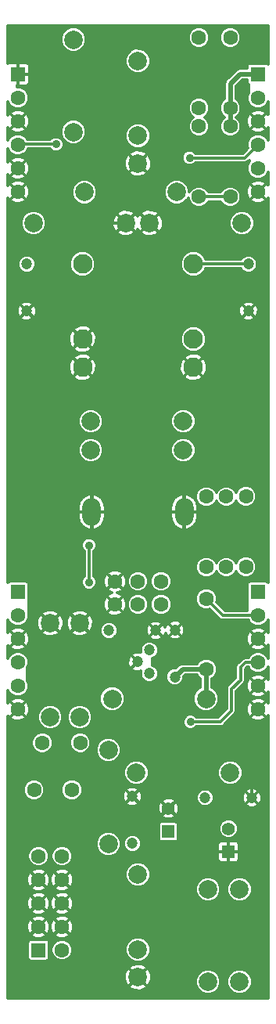
<source format=gtl>
G04 #@! TF.GenerationSoftware,KiCad,Pcbnew,(2016-12-20 revision 2972f6f)-master*
G04 #@! TF.CreationDate,2020-07-05T08:57:13+03:00*
G04 #@! TF.ProjectId,DIYOUT4C,4449594F555434432E6B696361645F70,rev?*
G04 #@! TF.FileFunction,Copper,L1,Top,Signal*
G04 #@! TF.FilePolarity,Positive*
%FSLAX46Y46*%
G04 Gerber Fmt 4.6, Leading zero omitted, Abs format (unit mm)*
G04 Created by KiCad (PCBNEW (2016-12-20 revision 2972f6f)-master) date Sun Jul  5 08:57:13 2020*
%MOMM*%
%LPD*%
G01*
G04 APERTURE LIST*
%ADD10C,0.100000*%
%ADD11C,1.600000*%
%ADD12R,1.600000X1.600000*%
%ADD13C,1.200000*%
%ADD14R,1.400000X1.400000*%
%ADD15C,1.400000*%
%ADD16C,2.000000*%
%ADD17C,2.100000*%
%ADD18O,2.000000X3.000000*%
%ADD19C,6.000000*%
%ADD20C,0.900000*%
%ADD21C,0.300000*%
%ADD22C,0.500000*%
G04 APERTURE END LIST*
D10*
D11*
X27500000Y87650000D03*
X27500000Y90190000D03*
X27500000Y92730000D03*
X27500000Y95270000D03*
D12*
X27500000Y100350000D03*
D11*
X27500000Y97810000D03*
X21897000Y47050000D03*
X21897000Y54670000D03*
D13*
X18500000Y35160000D03*
X18500000Y40240000D03*
X2466000Y79816000D03*
X2466000Y74736000D03*
X26469000Y79816000D03*
X26469000Y74736000D03*
X13900000Y17160000D03*
X13900000Y22240000D03*
X26840000Y22100000D03*
X21760000Y22100000D03*
D14*
X17800000Y18450000D03*
D15*
X17800000Y20950000D03*
D14*
X24300000Y16250000D03*
D15*
X24300000Y18750000D03*
D13*
X11360000Y40200000D03*
X16440000Y40200000D03*
X14465000Y36800000D03*
X15735000Y38070000D03*
X15735000Y35530000D03*
D16*
X11300000Y27280000D03*
X11300000Y17120000D03*
X14320000Y24800000D03*
X24480000Y24800000D03*
D11*
X21100000Y104310000D03*
X21100000Y96690000D03*
X21100000Y87090000D03*
X21100000Y94710000D03*
X24056000Y47050000D03*
X24056000Y54670000D03*
X24500000Y96690000D03*
X24500000Y104310000D03*
X24500000Y94710000D03*
X24500000Y87090000D03*
X21897000Y36001000D03*
X21897000Y43621000D03*
X26200000Y54710000D03*
X26200000Y47090000D03*
D12*
X3730000Y5620000D03*
D11*
X6270000Y5620000D03*
X3730000Y8160000D03*
X6270000Y8160000D03*
X3730000Y10700000D03*
X6270000Y10700000D03*
X3730000Y13240000D03*
X6270000Y13240000D03*
X3730000Y15780000D03*
X6270000Y15780000D03*
D17*
X8500000Y71698000D03*
X8500000Y79826000D03*
X8500000Y68650000D03*
X20500000Y71698000D03*
X20500000Y79826000D03*
X20500000Y68650000D03*
D11*
X3250000Y22950000D03*
X4150000Y28050000D03*
X7350000Y22950000D03*
X8250000Y28050000D03*
D16*
X5000000Y30820000D03*
X5000000Y40980000D03*
X8200000Y40980000D03*
X8200000Y30820000D03*
X21880000Y32800000D03*
X11720000Y32800000D03*
D11*
X1500000Y87650000D03*
X1500000Y90190000D03*
X1500000Y92730000D03*
X1500000Y95270000D03*
D12*
X1500000Y100350000D03*
D11*
X1500000Y97810000D03*
X1500000Y31650000D03*
X1500000Y34190000D03*
X1500000Y36730000D03*
X1500000Y39270000D03*
D12*
X1500000Y44350000D03*
D11*
X1500000Y41810000D03*
X27500000Y31650000D03*
X27500000Y34190000D03*
X27500000Y36730000D03*
X27500000Y39270000D03*
D12*
X27500000Y44350000D03*
D11*
X27500000Y41810000D03*
D18*
X19500000Y53000000D03*
X9500000Y53000000D03*
D11*
X17000000Y45500000D03*
X14500000Y45500000D03*
X12000000Y45500000D03*
X12000000Y43000000D03*
X14500000Y43000000D03*
X17000000Y43000000D03*
D19*
X3800000Y57500000D03*
D16*
X3181000Y84261000D03*
X13181000Y84261000D03*
X15754000Y84261000D03*
X25754000Y84261000D03*
X19400000Y59700000D03*
X9400000Y59700000D03*
X9400000Y62800000D03*
X19400000Y62800000D03*
X7500000Y94100000D03*
X7500000Y104100000D03*
X18700000Y87600000D03*
X8700000Y87600000D03*
X22100000Y12200000D03*
X22100000Y2200000D03*
X25500000Y2200000D03*
X25500000Y12200000D03*
X14500000Y90700000D03*
X14500000Y101800000D03*
X14500000Y93700000D03*
X14500000Y5700000D03*
X14500000Y13800000D03*
X14500000Y2700000D03*
D20*
X18400000Y1900000D03*
X9900000Y3800000D03*
X18600000Y13300000D03*
X20400000Y9800000D03*
X27400000Y8500000D03*
X25800000Y5100000D03*
X27600000Y1000000D03*
X21700000Y4300000D03*
X17300000Y7900000D03*
X10300000Y9300000D03*
X10700000Y14300000D03*
X15800000Y16200000D03*
X21100000Y19900000D03*
X22300000Y24500000D03*
X23700000Y22200000D03*
X13200000Y34000000D03*
X19900000Y33700000D03*
X16600000Y36900000D03*
X12600000Y39000000D03*
X7600000Y46300000D03*
X3400000Y45500000D03*
X3300000Y35400000D03*
X8200000Y35700000D03*
X6600000Y32800000D03*
X10000000Y34200000D03*
X10500000Y30900000D03*
X16500000Y31500000D03*
X20600000Y28700000D03*
X17500000Y25700000D03*
X11600000Y19600000D03*
X9200000Y24600000D03*
X7500000Y17400000D03*
X5500000Y20300000D03*
X4800000Y24200000D03*
X2000000Y26000000D03*
X1600000Y19100000D03*
X1600000Y11100000D03*
X1600000Y1400000D03*
X23700000Y11300000D03*
X25300000Y28300000D03*
X18100000Y95700000D03*
X5500000Y105000000D03*
X15100000Y105100000D03*
X7200000Y89300000D03*
X9100000Y92700000D03*
X19400000Y102500000D03*
X9600000Y102700000D03*
X1600000Y103900000D03*
X5600000Y96200000D03*
X15900000Y98300000D03*
X12000000Y95000000D03*
X20800000Y92800000D03*
X21200000Y89500000D03*
X9700000Y85700000D03*
X27600000Y104700000D03*
X22500000Y102500000D03*
X20500000Y98600000D03*
X20246000Y82356000D03*
X20800000Y85100000D03*
X24700000Y92500000D03*
X24600000Y89200000D03*
X10700000Y57900000D03*
X26000000Y99100000D03*
X24400000Y43000000D03*
X23200000Y45500000D03*
X25400000Y45500000D03*
X24400000Y40700000D03*
X24400000Y35400000D03*
X27700000Y53700000D03*
X22600000Y48500000D03*
X28100000Y46700000D03*
X18600000Y46000000D03*
X15900000Y48700000D03*
X17200000Y60600000D03*
X12880000Y66608000D03*
X13300000Y48900000D03*
X13400000Y58600000D03*
X22500000Y56600000D03*
X22500000Y65800000D03*
X1400000Y67900000D03*
X4600000Y61700000D03*
X7700000Y56600000D03*
X4600000Y52500000D03*
X1100000Y47200000D03*
X26850000Y68513000D03*
X12499000Y73466000D03*
X6149000Y78546000D03*
X24945000Y78292000D03*
X11102000Y79435000D03*
X16944000Y73339000D03*
X21008000Y77657000D03*
X4371000Y81340000D03*
X5133000Y86547000D03*
X24945000Y81594000D03*
X26088000Y61401000D03*
X5641000Y92770000D03*
X20100000Y91300000D03*
X20200000Y30300000D03*
X9200000Y49400000D03*
X9200000Y45400000D03*
D21*
X14500000Y2700000D02*
X13400000Y3800000D01*
X13400000Y3800000D02*
X9900000Y3800000D01*
X21700000Y8500000D02*
X20400000Y9800000D01*
X27400000Y8500000D02*
X21700000Y8500000D01*
X27600000Y3300000D02*
X25800000Y5100000D01*
X27600000Y1000000D02*
X27600000Y3300000D01*
X18100000Y7900000D02*
X21700000Y4300000D01*
X17300000Y7900000D02*
X18100000Y7900000D01*
X10300000Y13900000D02*
X10300000Y9300000D01*
X10700000Y14300000D02*
X10300000Y13900000D01*
X19900000Y16200000D02*
X15800000Y16200000D01*
X21100000Y17400000D02*
X19900000Y16200000D01*
X21100000Y19900000D02*
X21100000Y17400000D01*
X22300000Y24500000D02*
X22300000Y23600000D01*
X21100000Y25700000D02*
X22300000Y24500000D01*
X17500000Y25700000D02*
X21100000Y25700000D01*
X22300000Y23600000D02*
X23700000Y22200000D01*
X13200000Y34000000D02*
X17600000Y34000000D01*
X13200000Y35535000D02*
X13200000Y34000000D01*
X14465000Y36800000D02*
X13200000Y35535000D01*
X17900000Y33700000D02*
X19900000Y33700000D01*
X17600000Y34000000D02*
X17900000Y33700000D01*
X7600000Y46300000D02*
X6800000Y45500000D01*
X6800000Y45500000D02*
X3400000Y45500000D01*
X3600000Y35700000D02*
X3300000Y35400000D01*
X8200000Y35700000D02*
X3600000Y35700000D01*
X8600000Y32800000D02*
X6600000Y32800000D01*
X10000000Y34200000D02*
X8600000Y32800000D01*
X15900000Y30900000D02*
X10500000Y30900000D01*
X16500000Y31500000D02*
X15900000Y30900000D01*
X17600000Y25700000D02*
X20600000Y28700000D01*
X17500000Y25700000D02*
X17600000Y25700000D01*
X9200000Y22000000D02*
X11600000Y19600000D01*
X9200000Y24600000D02*
X9200000Y22000000D01*
X14500000Y2700000D02*
X13200000Y1400000D01*
X5500000Y19400000D02*
X7500000Y17400000D01*
X5500000Y20300000D02*
X5500000Y19400000D01*
X3000000Y26000000D02*
X4800000Y24200000D01*
X2000000Y26000000D02*
X3000000Y26000000D01*
X1600000Y11100000D02*
X1600000Y19100000D01*
X13200000Y1400000D02*
X1600000Y1400000D01*
X26840000Y26760000D02*
X26840000Y22100000D01*
X25300000Y28300000D02*
X26840000Y26760000D01*
X15900000Y98300000D02*
X18100000Y96100000D01*
X18100000Y96100000D02*
X18100000Y95700000D01*
X9600000Y102700000D02*
X12000000Y105100000D01*
X12000000Y105100000D02*
X15100000Y105100000D01*
X9100000Y92700000D02*
X11400000Y95000000D01*
X7200000Y89300000D02*
X7200000Y90800000D01*
X7200000Y90800000D02*
X9100000Y92700000D01*
X8100000Y101200000D02*
X9600000Y102700000D01*
X4300000Y101200000D02*
X8100000Y101200000D01*
X1600000Y103900000D02*
X4300000Y101200000D01*
X7700000Y98300000D02*
X5600000Y96200000D01*
X15900000Y98300000D02*
X7700000Y98300000D01*
X11400000Y95000000D02*
X12000000Y95000000D01*
X20800000Y92800000D02*
X19700000Y93900000D01*
X13181000Y84261000D02*
X11742000Y85700000D01*
X11742000Y85700000D02*
X9700000Y85700000D01*
X27600000Y103400000D02*
X27600000Y104700000D01*
X26700000Y102500000D02*
X27600000Y103400000D01*
X22500000Y102500000D02*
X26700000Y102500000D01*
X19700000Y97800000D02*
X20500000Y98600000D01*
X19700000Y93900000D02*
X19700000Y97800000D01*
X20246000Y82356000D02*
X20800000Y82910000D01*
X20800000Y82910000D02*
X20800000Y85100000D01*
X27500000Y95270000D02*
X26000000Y96770000D01*
X26000000Y96770000D02*
X26000000Y99100000D01*
X25400000Y45500000D02*
X25600000Y45700000D01*
X24400000Y43000000D02*
X24400000Y44300000D01*
X24400000Y44300000D02*
X23200000Y45500000D01*
X27500000Y39270000D02*
X24400000Y36170000D01*
X24400000Y36170000D02*
X24400000Y35400000D01*
X27700000Y53600000D02*
X27700000Y53700000D01*
X22600000Y48500000D02*
X27700000Y53600000D01*
X27100000Y45700000D02*
X28100000Y46700000D01*
X25600000Y45700000D02*
X27100000Y45700000D01*
X13400000Y58600000D02*
X15400000Y60600000D01*
X15400000Y60600000D02*
X17200000Y60600000D01*
X12880000Y66608000D02*
X13400000Y66088000D01*
X10542000Y66608000D02*
X12880000Y66608000D01*
X8500000Y68650000D02*
X10542000Y66608000D01*
X13400000Y66088000D02*
X13400000Y58600000D01*
X22500000Y65800000D02*
X22500000Y56600000D01*
X4600000Y64700000D02*
X1400000Y67900000D01*
X4600000Y61700000D02*
X4600000Y64700000D01*
X4600000Y53500000D02*
X7700000Y56600000D01*
X4600000Y52500000D02*
X4600000Y53500000D01*
X26850000Y62163000D02*
X26088000Y61401000D01*
X26850000Y68513000D02*
X26850000Y62163000D01*
X8500000Y71698000D02*
X6149000Y74049000D01*
X6149000Y74049000D02*
X6149000Y78546000D01*
X24945000Y78292000D02*
X24310000Y77657000D01*
X16944000Y73593000D02*
X11102000Y79435000D01*
X16944000Y73339000D02*
X16944000Y73593000D01*
X24310000Y77657000D02*
X21008000Y77657000D01*
X4371000Y81340000D02*
X5133000Y82102000D01*
X7292000Y84261000D02*
X4371000Y81340000D01*
X13181000Y84261000D02*
X7292000Y84261000D01*
X5133000Y82102000D02*
X5133000Y86547000D01*
X15754000Y84261000D02*
X18421000Y81594000D01*
X18421000Y81594000D02*
X24945000Y81594000D01*
X5641000Y92770000D02*
X1540000Y92770000D01*
X20500000Y79826000D02*
X20510000Y79816000D01*
X20510000Y79816000D02*
X26469000Y79816000D01*
D22*
X21897000Y36001000D02*
X21880000Y35984000D01*
X21880000Y35984000D02*
X21880000Y32800000D01*
X18500000Y35160000D02*
X19341000Y36001000D01*
X19341000Y36001000D02*
X21897000Y36001000D01*
X24500000Y96690000D02*
X24500000Y94710000D01*
X27500000Y100350000D02*
X25550000Y100350000D01*
X24500000Y99300000D02*
X24500000Y96690000D01*
X25550000Y100350000D02*
X24500000Y99300000D01*
D21*
X27500000Y92730000D02*
X26070000Y91300000D01*
X26070000Y91300000D02*
X20100000Y91300000D01*
X24500000Y87090000D02*
X21100000Y87090000D01*
X27500000Y41810000D02*
X23708000Y41810000D01*
X23708000Y41810000D02*
X21897000Y43621000D01*
X27500000Y36730000D02*
X26130000Y36730000D01*
X25600000Y36200000D02*
X25600000Y34830000D01*
X26130000Y36730000D02*
X25600000Y36200000D01*
X25600000Y34830000D02*
X24600000Y33830000D01*
X23400000Y30300000D02*
X20200000Y30300000D01*
X24600000Y31500000D02*
X23400000Y30300000D01*
X24600000Y33830000D02*
X24600000Y31500000D01*
X9200000Y45400000D02*
X9200000Y49400000D01*
G36*
X28580000Y101396932D02*
X28566755Y101416755D01*
X28444367Y101498532D01*
X28300000Y101527248D01*
X26700000Y101527248D01*
X26555633Y101498532D01*
X26433245Y101416755D01*
X26351468Y101294367D01*
X26322752Y101150000D01*
X26322752Y100970000D01*
X25550000Y100970000D01*
X25312736Y100922805D01*
X25111594Y100788406D01*
X24061594Y99738406D01*
X23927195Y99537264D01*
X23880000Y99300000D01*
X23880000Y97699763D01*
X23838114Y97682456D01*
X23508700Y97353617D01*
X23330203Y96923748D01*
X23329797Y96458294D01*
X23507544Y96028114D01*
X23835369Y95699716D01*
X23508700Y95373617D01*
X23330203Y94943748D01*
X23329797Y94478294D01*
X23507544Y94048114D01*
X23836383Y93718700D01*
X24266252Y93540203D01*
X24731706Y93539797D01*
X25161886Y93717544D01*
X25491300Y94046383D01*
X25651510Y94432214D01*
X26674942Y94432214D01*
X26747386Y94218804D01*
X27206950Y94010809D01*
X27711129Y93994514D01*
X28183164Y94172401D01*
X28252614Y94218804D01*
X28325058Y94432214D01*
X27500000Y95257272D01*
X26674942Y94432214D01*
X25651510Y94432214D01*
X25669797Y94476252D01*
X25670203Y94941706D01*
X25621792Y95058871D01*
X26224514Y95058871D01*
X26402401Y94586836D01*
X26448804Y94517386D01*
X26662214Y94444942D01*
X27487272Y95270000D01*
X26662214Y96095058D01*
X26448804Y96022614D01*
X26240809Y95563050D01*
X26224514Y95058871D01*
X25621792Y95058871D01*
X25492456Y95371886D01*
X25164631Y95700284D01*
X25491300Y96026383D01*
X25525101Y96107786D01*
X26674942Y96107786D01*
X27500000Y95282728D01*
X28325058Y96107786D01*
X28252614Y96321196D01*
X27793050Y96529191D01*
X27288871Y96545486D01*
X26816836Y96367599D01*
X26747386Y96321196D01*
X26674942Y96107786D01*
X25525101Y96107786D01*
X25669797Y96456252D01*
X25670203Y96921706D01*
X25492456Y97351886D01*
X25163617Y97681300D01*
X25120000Y97699411D01*
X25120000Y99043188D01*
X25806812Y99730000D01*
X26322752Y99730000D01*
X26322752Y99550000D01*
X26351468Y99405633D01*
X26433245Y99283245D01*
X26450000Y99272050D01*
X26450000Y98332252D01*
X26330203Y98043748D01*
X26329797Y97578294D01*
X26507544Y97148114D01*
X26836383Y96818700D01*
X27266252Y96640203D01*
X27731706Y96639797D01*
X28161886Y96817544D01*
X28491300Y97146383D01*
X28580000Y97359997D01*
X28580000Y95979504D01*
X28551196Y96022614D01*
X28337786Y96095058D01*
X27512728Y95270000D01*
X28337786Y94444942D01*
X28551196Y94517386D01*
X28580000Y94581028D01*
X28580000Y93180014D01*
X28492456Y93391886D01*
X28163617Y93721300D01*
X27733748Y93899797D01*
X27268294Y93900203D01*
X26838114Y93722456D01*
X26508700Y93393617D01*
X26330203Y92963748D01*
X26329797Y92498294D01*
X26389181Y92354573D01*
X25854608Y91820000D01*
X20739552Y91820000D01*
X20565099Y91994757D01*
X20263824Y92119858D01*
X19937607Y92120142D01*
X19636114Y91995568D01*
X19405243Y91765099D01*
X19280142Y91463824D01*
X19279858Y91137607D01*
X19404432Y90836114D01*
X19634901Y90605243D01*
X19936176Y90480142D01*
X20262393Y90479858D01*
X20563886Y90604432D01*
X20739760Y90780000D01*
X26069995Y90780000D01*
X26070000Y90779999D01*
X26268995Y90819583D01*
X26437696Y90932304D01*
X26550000Y91044608D01*
X26550000Y90894845D01*
X26508700Y90853617D01*
X26330203Y90423748D01*
X26329797Y89958294D01*
X26507544Y89528114D01*
X26836383Y89198700D01*
X27266252Y89020203D01*
X27731706Y89019797D01*
X28161886Y89197544D01*
X28491300Y89526383D01*
X28580000Y89739997D01*
X28580000Y88359504D01*
X28551196Y88402614D01*
X28337786Y88475058D01*
X27512728Y87650000D01*
X28337786Y86824942D01*
X28551196Y86897386D01*
X28580000Y86961028D01*
X28580000Y45396932D01*
X28566755Y45416755D01*
X28444367Y45498532D01*
X28300000Y45527248D01*
X26700000Y45527248D01*
X26555633Y45498532D01*
X26433245Y45416755D01*
X26351468Y45294367D01*
X26322752Y45150000D01*
X26322752Y43550000D01*
X26350000Y43413013D01*
X26350000Y42330000D01*
X23923391Y42330000D01*
X23007923Y43245468D01*
X23066797Y43387252D01*
X23067203Y43852706D01*
X22889456Y44282886D01*
X22560617Y44612300D01*
X22130748Y44790797D01*
X21665294Y44791203D01*
X21235114Y44613456D01*
X20905700Y44284617D01*
X20727203Y43854748D01*
X20726797Y43389294D01*
X20904544Y42959114D01*
X21233383Y42629700D01*
X21663252Y42451203D01*
X22128706Y42450797D01*
X22272427Y42510181D01*
X23340302Y41442307D01*
X23340304Y41442304D01*
X23509005Y41329583D01*
X23708000Y41289999D01*
X23708005Y41290000D01*
X26448918Y41290000D01*
X26507544Y41148114D01*
X26836383Y40818700D01*
X27266252Y40640203D01*
X27731706Y40639797D01*
X28161886Y40817544D01*
X28491300Y41146383D01*
X28580000Y41359997D01*
X28580000Y39979504D01*
X28551196Y40022614D01*
X28337786Y40095058D01*
X27512728Y39270000D01*
X28337786Y38444942D01*
X28551196Y38517386D01*
X28580000Y38581028D01*
X28580000Y37180014D01*
X28492456Y37391886D01*
X28163617Y37721300D01*
X27733748Y37899797D01*
X27268294Y37900203D01*
X26838114Y37722456D01*
X26508700Y37393617D01*
X26449065Y37250000D01*
X26130005Y37250000D01*
X26130000Y37250001D01*
X25931004Y37210417D01*
X25872316Y37171203D01*
X25762304Y37097696D01*
X25762302Y37097693D01*
X25232304Y36567696D01*
X25119583Y36398995D01*
X25079999Y36200000D01*
X25080000Y36199995D01*
X25080000Y35045391D01*
X24232304Y34197696D01*
X24119583Y34028995D01*
X24079999Y33830000D01*
X24080000Y33829995D01*
X24080000Y31715391D01*
X23184608Y30820000D01*
X20839552Y30820000D01*
X20665099Y30994757D01*
X20363824Y31119858D01*
X20037607Y31120142D01*
X19736114Y30995568D01*
X19505243Y30765099D01*
X19380142Y30463824D01*
X19379858Y30137607D01*
X19504432Y29836114D01*
X19734901Y29605243D01*
X20036176Y29480142D01*
X20362393Y29479858D01*
X20663886Y29604432D01*
X20839760Y29780000D01*
X23399995Y29780000D01*
X23400000Y29779999D01*
X23598995Y29819583D01*
X23767696Y29932304D01*
X24647605Y30812214D01*
X26674942Y30812214D01*
X26747386Y30598804D01*
X27206950Y30390809D01*
X27711129Y30374514D01*
X28183164Y30552401D01*
X28252614Y30598804D01*
X28325058Y30812214D01*
X27500000Y31637272D01*
X26674942Y30812214D01*
X24647605Y30812214D01*
X24967693Y31132302D01*
X24967696Y31132304D01*
X25035267Y31233433D01*
X25080417Y31301004D01*
X25107840Y31438871D01*
X26224514Y31438871D01*
X26402401Y30966836D01*
X26448804Y30897386D01*
X26662214Y30824942D01*
X27487272Y31650000D01*
X26662214Y32475058D01*
X26448804Y32402614D01*
X26240809Y31943050D01*
X26224514Y31438871D01*
X25107840Y31438871D01*
X25120000Y31500000D01*
X25120000Y32487786D01*
X26674942Y32487786D01*
X27500000Y31662728D01*
X28325058Y32487786D01*
X28252614Y32701196D01*
X27793050Y32909191D01*
X27288871Y32925486D01*
X26816836Y32747599D01*
X26747386Y32701196D01*
X26674942Y32487786D01*
X25120000Y32487786D01*
X25120000Y33352214D01*
X26674942Y33352214D01*
X26747386Y33138804D01*
X27206950Y32930809D01*
X27711129Y32914514D01*
X28183164Y33092401D01*
X28252614Y33138804D01*
X28325058Y33352214D01*
X27500000Y34177272D01*
X26674942Y33352214D01*
X25120000Y33352214D01*
X25120000Y33614608D01*
X25484262Y33978871D01*
X26224514Y33978871D01*
X26402401Y33506836D01*
X26448804Y33437386D01*
X26662214Y33364942D01*
X27487272Y34190000D01*
X26662214Y35015058D01*
X26448804Y34942614D01*
X26240809Y34483050D01*
X26224514Y33978871D01*
X25484262Y33978871D01*
X25967693Y34462302D01*
X25967696Y34462304D01*
X26080417Y34631005D01*
X26120001Y34830000D01*
X26120000Y34830005D01*
X26120000Y35027786D01*
X26674942Y35027786D01*
X27500000Y34202728D01*
X28325058Y35027786D01*
X28252614Y35241196D01*
X27793050Y35449191D01*
X27288871Y35465486D01*
X26816836Y35287599D01*
X26747386Y35241196D01*
X26674942Y35027786D01*
X26120000Y35027786D01*
X26120000Y35984608D01*
X26345391Y36210000D01*
X26448918Y36210000D01*
X26507544Y36068114D01*
X26836383Y35738700D01*
X27266252Y35560203D01*
X27731706Y35559797D01*
X28161886Y35737544D01*
X28491300Y36066383D01*
X28580000Y36279997D01*
X28580000Y34899504D01*
X28551196Y34942614D01*
X28337786Y35015058D01*
X27512728Y34190000D01*
X28337786Y33364942D01*
X28551196Y33437386D01*
X28580000Y33501028D01*
X28580000Y32359504D01*
X28551196Y32402614D01*
X28337786Y32475058D01*
X27512728Y31650000D01*
X28337786Y30824942D01*
X28551196Y30897386D01*
X28580000Y30961028D01*
X28580000Y420000D01*
X420000Y420000D01*
X420000Y1718019D01*
X13530747Y1718019D01*
X13627524Y1483827D01*
X14159346Y1242521D01*
X14743030Y1223102D01*
X15289715Y1428529D01*
X15372476Y1483827D01*
X15469253Y1718019D01*
X14500000Y2687272D01*
X13530747Y1718019D01*
X420000Y1718019D01*
X420000Y2456970D01*
X13023102Y2456970D01*
X13228529Y1910285D01*
X13283827Y1827524D01*
X13518019Y1730747D01*
X14487272Y2700000D01*
X14512728Y2700000D01*
X15481981Y1730747D01*
X15716173Y1827524D01*
X15762073Y1928686D01*
X20729763Y1928686D01*
X20937893Y1424971D01*
X21322944Y1039248D01*
X21826295Y830238D01*
X22371314Y829763D01*
X22875029Y1037893D01*
X23260752Y1422944D01*
X23469762Y1926295D01*
X23469764Y1928686D01*
X24129763Y1928686D01*
X24337893Y1424971D01*
X24722944Y1039248D01*
X25226295Y830238D01*
X25771314Y829763D01*
X26275029Y1037893D01*
X26660752Y1422944D01*
X26869762Y1926295D01*
X26870237Y2471314D01*
X26662107Y2975029D01*
X26277056Y3360752D01*
X25773705Y3569762D01*
X25228686Y3570237D01*
X24724971Y3362107D01*
X24339248Y2977056D01*
X24130238Y2473705D01*
X24129763Y1928686D01*
X23469764Y1928686D01*
X23470237Y2471314D01*
X23262107Y2975029D01*
X22877056Y3360752D01*
X22373705Y3569762D01*
X21828686Y3570237D01*
X21324971Y3362107D01*
X20939248Y2977056D01*
X20730238Y2473705D01*
X20729763Y1928686D01*
X15762073Y1928686D01*
X15957479Y2359346D01*
X15976898Y2943030D01*
X15771471Y3489715D01*
X15716173Y3572476D01*
X15481981Y3669253D01*
X14512728Y2700000D01*
X14487272Y2700000D01*
X13518019Y3669253D01*
X13283827Y3572476D01*
X13042521Y3040654D01*
X13023102Y2456970D01*
X420000Y2456970D01*
X420000Y3681981D01*
X13530747Y3681981D01*
X14500000Y2712728D01*
X15469253Y3681981D01*
X15372476Y3916173D01*
X14840654Y4157479D01*
X14256970Y4176898D01*
X13710285Y3971471D01*
X13627524Y3916173D01*
X13530747Y3681981D01*
X420000Y3681981D01*
X420000Y6420000D01*
X2552752Y6420000D01*
X2552752Y4820000D01*
X2581468Y4675633D01*
X2663245Y4553245D01*
X2785633Y4471468D01*
X2930000Y4442752D01*
X4530000Y4442752D01*
X4674367Y4471468D01*
X4796755Y4553245D01*
X4878532Y4675633D01*
X4907248Y4820000D01*
X4907248Y5388294D01*
X5099797Y5388294D01*
X5277544Y4958114D01*
X5606383Y4628700D01*
X6036252Y4450203D01*
X6501706Y4449797D01*
X6931886Y4627544D01*
X7261300Y4956383D01*
X7439797Y5386252D01*
X7439834Y5428686D01*
X13129763Y5428686D01*
X13337893Y4924971D01*
X13722944Y4539248D01*
X14226295Y4330238D01*
X14771314Y4329763D01*
X15275029Y4537893D01*
X15660752Y4922944D01*
X15869762Y5426295D01*
X15870237Y5971314D01*
X15662107Y6475029D01*
X15277056Y6860752D01*
X14773705Y7069762D01*
X14228686Y7070237D01*
X13724971Y6862107D01*
X13339248Y6477056D01*
X13130238Y5973705D01*
X13129763Y5428686D01*
X7439834Y5428686D01*
X7440203Y5851706D01*
X7262456Y6281886D01*
X6933617Y6611300D01*
X6503748Y6789797D01*
X6038294Y6790203D01*
X5608114Y6612456D01*
X5278700Y6283617D01*
X5100203Y5853748D01*
X5099797Y5388294D01*
X4907248Y5388294D01*
X4907248Y6420000D01*
X4878532Y6564367D01*
X4796755Y6686755D01*
X4674367Y6768532D01*
X4530000Y6797248D01*
X2930000Y6797248D01*
X2785633Y6768532D01*
X2663245Y6686755D01*
X2581468Y6564367D01*
X2552752Y6420000D01*
X420000Y6420000D01*
X420000Y7322214D01*
X2904942Y7322214D01*
X2977386Y7108804D01*
X3436950Y6900809D01*
X3941129Y6884514D01*
X4413164Y7062401D01*
X4482614Y7108804D01*
X4555058Y7322214D01*
X5444942Y7322214D01*
X5517386Y7108804D01*
X5976950Y6900809D01*
X6481129Y6884514D01*
X6953164Y7062401D01*
X7022614Y7108804D01*
X7095058Y7322214D01*
X6270000Y8147272D01*
X5444942Y7322214D01*
X4555058Y7322214D01*
X3730000Y8147272D01*
X2904942Y7322214D01*
X420000Y7322214D01*
X420000Y7948871D01*
X2454514Y7948871D01*
X2632401Y7476836D01*
X2678804Y7407386D01*
X2892214Y7334942D01*
X3717272Y8160000D01*
X3742728Y8160000D01*
X4567786Y7334942D01*
X4781196Y7407386D01*
X4989191Y7866950D01*
X4991838Y7948871D01*
X4994514Y7948871D01*
X5172401Y7476836D01*
X5218804Y7407386D01*
X5432214Y7334942D01*
X6257272Y8160000D01*
X6282728Y8160000D01*
X7107786Y7334942D01*
X7321196Y7407386D01*
X7529191Y7866950D01*
X7545486Y8371129D01*
X7367599Y8843164D01*
X7321196Y8912614D01*
X7107786Y8985058D01*
X6282728Y8160000D01*
X6257272Y8160000D01*
X5432214Y8985058D01*
X5218804Y8912614D01*
X5010809Y8453050D01*
X4994514Y7948871D01*
X4991838Y7948871D01*
X5005486Y8371129D01*
X4827599Y8843164D01*
X4781196Y8912614D01*
X4567786Y8985058D01*
X3742728Y8160000D01*
X3717272Y8160000D01*
X2892214Y8985058D01*
X2678804Y8912614D01*
X2470809Y8453050D01*
X2454514Y7948871D01*
X420000Y7948871D01*
X420000Y8997786D01*
X2904942Y8997786D01*
X3730000Y8172728D01*
X4555058Y8997786D01*
X5444942Y8997786D01*
X6270000Y8172728D01*
X7095058Y8997786D01*
X7022614Y9211196D01*
X6563050Y9419191D01*
X6058871Y9435486D01*
X5586836Y9257599D01*
X5517386Y9211196D01*
X5444942Y8997786D01*
X4555058Y8997786D01*
X4482614Y9211196D01*
X4023050Y9419191D01*
X3518871Y9435486D01*
X3046836Y9257599D01*
X2977386Y9211196D01*
X2904942Y8997786D01*
X420000Y8997786D01*
X420000Y9862214D01*
X2904942Y9862214D01*
X2977386Y9648804D01*
X3436950Y9440809D01*
X3941129Y9424514D01*
X4413164Y9602401D01*
X4482614Y9648804D01*
X4555058Y9862214D01*
X5444942Y9862214D01*
X5517386Y9648804D01*
X5976950Y9440809D01*
X6481129Y9424514D01*
X6953164Y9602401D01*
X7022614Y9648804D01*
X7095058Y9862214D01*
X6270000Y10687272D01*
X5444942Y9862214D01*
X4555058Y9862214D01*
X3730000Y10687272D01*
X2904942Y9862214D01*
X420000Y9862214D01*
X420000Y10488871D01*
X2454514Y10488871D01*
X2632401Y10016836D01*
X2678804Y9947386D01*
X2892214Y9874942D01*
X3717272Y10700000D01*
X3742728Y10700000D01*
X4567786Y9874942D01*
X4781196Y9947386D01*
X4989191Y10406950D01*
X4991838Y10488871D01*
X4994514Y10488871D01*
X5172401Y10016836D01*
X5218804Y9947386D01*
X5432214Y9874942D01*
X6257272Y10700000D01*
X6282728Y10700000D01*
X7107786Y9874942D01*
X7321196Y9947386D01*
X7529191Y10406950D01*
X7545486Y10911129D01*
X7367599Y11383164D01*
X7321196Y11452614D01*
X7107786Y11525058D01*
X6282728Y10700000D01*
X6257272Y10700000D01*
X5432214Y11525058D01*
X5218804Y11452614D01*
X5010809Y10993050D01*
X4994514Y10488871D01*
X4991838Y10488871D01*
X5005486Y10911129D01*
X4827599Y11383164D01*
X4781196Y11452614D01*
X4567786Y11525058D01*
X3742728Y10700000D01*
X3717272Y10700000D01*
X2892214Y11525058D01*
X2678804Y11452614D01*
X2470809Y10993050D01*
X2454514Y10488871D01*
X420000Y10488871D01*
X420000Y11537786D01*
X2904942Y11537786D01*
X3730000Y10712728D01*
X4555058Y11537786D01*
X5444942Y11537786D01*
X6270000Y10712728D01*
X7095058Y11537786D01*
X7022614Y11751196D01*
X6630451Y11928686D01*
X20729763Y11928686D01*
X20937893Y11424971D01*
X21322944Y11039248D01*
X21826295Y10830238D01*
X22371314Y10829763D01*
X22875029Y11037893D01*
X23260752Y11422944D01*
X23469762Y11926295D01*
X23469764Y11928686D01*
X24129763Y11928686D01*
X24337893Y11424971D01*
X24722944Y11039248D01*
X25226295Y10830238D01*
X25771314Y10829763D01*
X26275029Y11037893D01*
X26660752Y11422944D01*
X26869762Y11926295D01*
X26870237Y12471314D01*
X26662107Y12975029D01*
X26277056Y13360752D01*
X25773705Y13569762D01*
X25228686Y13570237D01*
X24724971Y13362107D01*
X24339248Y12977056D01*
X24130238Y12473705D01*
X24129763Y11928686D01*
X23469764Y11928686D01*
X23470237Y12471314D01*
X23262107Y12975029D01*
X22877056Y13360752D01*
X22373705Y13569762D01*
X21828686Y13570237D01*
X21324971Y13362107D01*
X20939248Y12977056D01*
X20730238Y12473705D01*
X20729763Y11928686D01*
X6630451Y11928686D01*
X6563050Y11959191D01*
X6058871Y11975486D01*
X5586836Y11797599D01*
X5517386Y11751196D01*
X5444942Y11537786D01*
X4555058Y11537786D01*
X4482614Y11751196D01*
X4023050Y11959191D01*
X3518871Y11975486D01*
X3046836Y11797599D01*
X2977386Y11751196D01*
X2904942Y11537786D01*
X420000Y11537786D01*
X420000Y12402214D01*
X2904942Y12402214D01*
X2977386Y12188804D01*
X3436950Y11980809D01*
X3941129Y11964514D01*
X4413164Y12142401D01*
X4482614Y12188804D01*
X4555058Y12402214D01*
X5444942Y12402214D01*
X5517386Y12188804D01*
X5976950Y11980809D01*
X6481129Y11964514D01*
X6953164Y12142401D01*
X7022614Y12188804D01*
X7095058Y12402214D01*
X6270000Y13227272D01*
X5444942Y12402214D01*
X4555058Y12402214D01*
X3730000Y13227272D01*
X2904942Y12402214D01*
X420000Y12402214D01*
X420000Y13028871D01*
X2454514Y13028871D01*
X2632401Y12556836D01*
X2678804Y12487386D01*
X2892214Y12414942D01*
X3717272Y13240000D01*
X3742728Y13240000D01*
X4567786Y12414942D01*
X4781196Y12487386D01*
X4989191Y12946950D01*
X4991838Y13028871D01*
X4994514Y13028871D01*
X5172401Y12556836D01*
X5218804Y12487386D01*
X5432214Y12414942D01*
X6257272Y13240000D01*
X6282728Y13240000D01*
X7107786Y12414942D01*
X7321196Y12487386D01*
X7529191Y12946950D01*
X7545486Y13451129D01*
X7516259Y13528686D01*
X13129763Y13528686D01*
X13337893Y13024971D01*
X13722944Y12639248D01*
X14226295Y12430238D01*
X14771314Y12429763D01*
X15275029Y12637893D01*
X15660752Y13022944D01*
X15869762Y13526295D01*
X15870237Y14071314D01*
X15662107Y14575029D01*
X15277056Y14960752D01*
X14773705Y15169762D01*
X14228686Y15170237D01*
X13724971Y14962107D01*
X13339248Y14577056D01*
X13130238Y14073705D01*
X13129763Y13528686D01*
X7516259Y13528686D01*
X7367599Y13923164D01*
X7321196Y13992614D01*
X7107786Y14065058D01*
X6282728Y13240000D01*
X6257272Y13240000D01*
X5432214Y14065058D01*
X5218804Y13992614D01*
X5010809Y13533050D01*
X4994514Y13028871D01*
X4991838Y13028871D01*
X5005486Y13451129D01*
X4827599Y13923164D01*
X4781196Y13992614D01*
X4567786Y14065058D01*
X3742728Y13240000D01*
X3717272Y13240000D01*
X2892214Y14065058D01*
X2678804Y13992614D01*
X2470809Y13533050D01*
X2454514Y13028871D01*
X420000Y13028871D01*
X420000Y14077786D01*
X2904942Y14077786D01*
X3730000Y13252728D01*
X4555058Y14077786D01*
X5444942Y14077786D01*
X6270000Y13252728D01*
X7095058Y14077786D01*
X7022614Y14291196D01*
X6563050Y14499191D01*
X6058871Y14515486D01*
X5586836Y14337599D01*
X5517386Y14291196D01*
X5444942Y14077786D01*
X4555058Y14077786D01*
X4482614Y14291196D01*
X4023050Y14499191D01*
X3518871Y14515486D01*
X3046836Y14337599D01*
X2977386Y14291196D01*
X2904942Y14077786D01*
X420000Y14077786D01*
X420000Y15548294D01*
X2559797Y15548294D01*
X2737544Y15118114D01*
X3066383Y14788700D01*
X3496252Y14610203D01*
X3961706Y14609797D01*
X4391886Y14787544D01*
X4721300Y15116383D01*
X4899797Y15546252D01*
X4899798Y15548294D01*
X5099797Y15548294D01*
X5277544Y15118114D01*
X5606383Y14788700D01*
X6036252Y14610203D01*
X6501706Y14609797D01*
X6931886Y14787544D01*
X7261300Y15116383D01*
X7439797Y15546252D01*
X7440203Y16011706D01*
X7262456Y16441886D01*
X6933617Y16771300D01*
X6747251Y16848686D01*
X9929763Y16848686D01*
X10137893Y16344971D01*
X10522944Y15959248D01*
X11026295Y15750238D01*
X11571314Y15749763D01*
X12075029Y15957893D01*
X12241425Y16124000D01*
X23132000Y16124000D01*
X23132000Y15456909D01*
X23203249Y15284899D01*
X23334899Y15153249D01*
X23506909Y15082000D01*
X24174000Y15082000D01*
X24291000Y15199000D01*
X24291000Y16241000D01*
X24309000Y16241000D01*
X24309000Y15199000D01*
X24426000Y15082000D01*
X25093091Y15082000D01*
X25265101Y15153249D01*
X25396751Y15284899D01*
X25468000Y15456909D01*
X25468000Y16124000D01*
X25351000Y16241000D01*
X24309000Y16241000D01*
X24291000Y16241000D01*
X23249000Y16241000D01*
X23132000Y16124000D01*
X12241425Y16124000D01*
X12460752Y16342944D01*
X12669762Y16846295D01*
X12669867Y16967902D01*
X12929832Y16967902D01*
X13077195Y16611257D01*
X13349822Y16338154D01*
X13706209Y16190169D01*
X14092098Y16189832D01*
X14448743Y16337195D01*
X14721846Y16609822D01*
X14869831Y16966209D01*
X14869898Y17043091D01*
X23132000Y17043091D01*
X23132000Y16376000D01*
X23249000Y16259000D01*
X24291000Y16259000D01*
X24291000Y17301000D01*
X24309000Y17301000D01*
X24309000Y16259000D01*
X25351000Y16259000D01*
X25468000Y16376000D01*
X25468000Y17043091D01*
X25396751Y17215101D01*
X25265101Y17346751D01*
X25093091Y17418000D01*
X24426000Y17418000D01*
X24309000Y17301000D01*
X24291000Y17301000D01*
X24174000Y17418000D01*
X23506909Y17418000D01*
X23334899Y17346751D01*
X23203249Y17215101D01*
X23132000Y17043091D01*
X14869898Y17043091D01*
X14870168Y17352098D01*
X14722805Y17708743D01*
X14450178Y17981846D01*
X14093791Y18129831D01*
X13707902Y18130168D01*
X13351257Y17982805D01*
X13078154Y17710178D01*
X12930169Y17353791D01*
X12929832Y16967902D01*
X12669867Y16967902D01*
X12670237Y17391314D01*
X12462107Y17895029D01*
X12077056Y18280752D01*
X11573705Y18489762D01*
X11028686Y18490237D01*
X10524971Y18282107D01*
X10139248Y17897056D01*
X9930238Y17393705D01*
X9929763Y16848686D01*
X6747251Y16848686D01*
X6503748Y16949797D01*
X6038294Y16950203D01*
X5608114Y16772456D01*
X5278700Y16443617D01*
X5100203Y16013748D01*
X5099797Y15548294D01*
X4899798Y15548294D01*
X4900203Y16011706D01*
X4722456Y16441886D01*
X4393617Y16771300D01*
X3963748Y16949797D01*
X3498294Y16950203D01*
X3068114Y16772456D01*
X2738700Y16443617D01*
X2560203Y16013748D01*
X2559797Y15548294D01*
X420000Y15548294D01*
X420000Y19150000D01*
X16722752Y19150000D01*
X16722752Y17750000D01*
X16751468Y17605633D01*
X16833245Y17483245D01*
X16955633Y17401468D01*
X17100000Y17372752D01*
X18500000Y17372752D01*
X18644367Y17401468D01*
X18766755Y17483245D01*
X18848532Y17605633D01*
X18877248Y17750000D01*
X18877248Y18538098D01*
X23229814Y18538098D01*
X23392369Y18144685D01*
X23693102Y17843427D01*
X24086230Y17680186D01*
X24511902Y17679814D01*
X24905315Y17842369D01*
X25206573Y18143102D01*
X25369814Y18536230D01*
X25370186Y18961902D01*
X25207631Y19355315D01*
X24906898Y19656573D01*
X24513770Y19819814D01*
X24088098Y19820186D01*
X23694685Y19657631D01*
X23393427Y19356898D01*
X23230186Y18963770D01*
X23229814Y18538098D01*
X18877248Y18538098D01*
X18877248Y19150000D01*
X18848532Y19294367D01*
X18766755Y19416755D01*
X18644367Y19498532D01*
X18500000Y19527248D01*
X17100000Y19527248D01*
X16955633Y19498532D01*
X16833245Y19416755D01*
X16751468Y19294367D01*
X16722752Y19150000D01*
X420000Y19150000D01*
X420000Y20184314D01*
X17047042Y20184314D01*
X17107318Y19981293D01*
X17530753Y19789954D01*
X17995178Y19775221D01*
X18429890Y19939337D01*
X18492682Y19981293D01*
X18552958Y20184314D01*
X17800000Y20937272D01*
X17047042Y20184314D01*
X420000Y20184314D01*
X420000Y20754822D01*
X16625221Y20754822D01*
X16789337Y20320110D01*
X16831293Y20257318D01*
X17034314Y20197042D01*
X17787272Y20950000D01*
X17812728Y20950000D01*
X18565686Y20197042D01*
X18768707Y20257318D01*
X18960046Y20680753D01*
X18974779Y21145178D01*
X18810663Y21579890D01*
X18768707Y21642682D01*
X18565686Y21702958D01*
X17812728Y20950000D01*
X17787272Y20950000D01*
X17034314Y21702958D01*
X16831293Y21642682D01*
X16639954Y21219247D01*
X16625221Y20754822D01*
X420000Y20754822D01*
X420000Y21546412D01*
X13219140Y21546412D01*
X13267250Y21353783D01*
X13654555Y21179099D01*
X14079228Y21165927D01*
X14476614Y21316274D01*
X14532750Y21353783D01*
X14580860Y21546412D01*
X13900000Y22227272D01*
X13219140Y21546412D01*
X420000Y21546412D01*
X420000Y22718294D01*
X2079797Y22718294D01*
X2257544Y22288114D01*
X2586383Y21958700D01*
X3016252Y21780203D01*
X3481706Y21779797D01*
X3911886Y21957544D01*
X4241300Y22286383D01*
X4419797Y22716252D01*
X4419798Y22718294D01*
X6179797Y22718294D01*
X6357544Y22288114D01*
X6686383Y21958700D01*
X7116252Y21780203D01*
X7581706Y21779797D01*
X8011886Y21957544D01*
X8115294Y22060772D01*
X12825927Y22060772D01*
X12976274Y21663386D01*
X13013783Y21607250D01*
X13206412Y21559140D01*
X13887272Y22240000D01*
X13912728Y22240000D01*
X14593588Y21559140D01*
X14786217Y21607250D01*
X14835124Y21715686D01*
X17047042Y21715686D01*
X17800000Y20962728D01*
X18552958Y21715686D01*
X18495890Y21907902D01*
X20789832Y21907902D01*
X20937195Y21551257D01*
X21209822Y21278154D01*
X21566209Y21130169D01*
X21952098Y21129832D01*
X22308743Y21277195D01*
X22438185Y21406412D01*
X26159140Y21406412D01*
X26207250Y21213783D01*
X26594555Y21039099D01*
X27019228Y21025927D01*
X27416614Y21176274D01*
X27472750Y21213783D01*
X27520860Y21406412D01*
X26840000Y22087272D01*
X26159140Y21406412D01*
X22438185Y21406412D01*
X22581846Y21549822D01*
X22729831Y21906209D01*
X22729843Y21920772D01*
X25765927Y21920772D01*
X25916274Y21523386D01*
X25953783Y21467250D01*
X26146412Y21419140D01*
X26827272Y22100000D01*
X26852728Y22100000D01*
X27533588Y21419140D01*
X27726217Y21467250D01*
X27900901Y21854555D01*
X27914073Y22279228D01*
X27763726Y22676614D01*
X27726217Y22732750D01*
X27533588Y22780860D01*
X26852728Y22100000D01*
X26827272Y22100000D01*
X26146412Y22780860D01*
X25953783Y22732750D01*
X25779099Y22345445D01*
X25765927Y21920772D01*
X22729843Y21920772D01*
X22730168Y22292098D01*
X22582805Y22648743D01*
X22438213Y22793588D01*
X26159140Y22793588D01*
X26840000Y22112728D01*
X27520860Y22793588D01*
X27472750Y22986217D01*
X27085445Y23160901D01*
X26660772Y23174073D01*
X26263386Y23023726D01*
X26207250Y22986217D01*
X26159140Y22793588D01*
X22438213Y22793588D01*
X22310178Y22921846D01*
X21953791Y23069831D01*
X21567902Y23070168D01*
X21211257Y22922805D01*
X20938154Y22650178D01*
X20790169Y22293791D01*
X20789832Y21907902D01*
X18495890Y21907902D01*
X18492682Y21918707D01*
X18069247Y22110046D01*
X17604822Y22124779D01*
X17170110Y21960663D01*
X17107318Y21918707D01*
X17047042Y21715686D01*
X14835124Y21715686D01*
X14960901Y21994555D01*
X14974073Y22419228D01*
X14823726Y22816614D01*
X14786217Y22872750D01*
X14593588Y22920860D01*
X13912728Y22240000D01*
X13887272Y22240000D01*
X13206412Y22920860D01*
X13013783Y22872750D01*
X12839099Y22485445D01*
X12825927Y22060772D01*
X8115294Y22060772D01*
X8341300Y22286383D01*
X8519797Y22716252D01*
X8519986Y22933588D01*
X13219140Y22933588D01*
X13900000Y22252728D01*
X14580860Y22933588D01*
X14532750Y23126217D01*
X14145445Y23300901D01*
X13720772Y23314073D01*
X13323386Y23163726D01*
X13267250Y23126217D01*
X13219140Y22933588D01*
X8519986Y22933588D01*
X8520203Y23181706D01*
X8342456Y23611886D01*
X8013617Y23941300D01*
X7583748Y24119797D01*
X7118294Y24120203D01*
X6688114Y23942456D01*
X6358700Y23613617D01*
X6180203Y23183748D01*
X6179797Y22718294D01*
X4419798Y22718294D01*
X4420203Y23181706D01*
X4242456Y23611886D01*
X3913617Y23941300D01*
X3483748Y24119797D01*
X3018294Y24120203D01*
X2588114Y23942456D01*
X2258700Y23613617D01*
X2080203Y23183748D01*
X2079797Y22718294D01*
X420000Y22718294D01*
X420000Y24528686D01*
X12949763Y24528686D01*
X13157893Y24024971D01*
X13542944Y23639248D01*
X14046295Y23430238D01*
X14591314Y23429763D01*
X15095029Y23637893D01*
X15480752Y24022944D01*
X15689762Y24526295D01*
X15689764Y24528686D01*
X23109763Y24528686D01*
X23317893Y24024971D01*
X23702944Y23639248D01*
X24206295Y23430238D01*
X24751314Y23429763D01*
X25255029Y23637893D01*
X25640752Y24022944D01*
X25849762Y24526295D01*
X25850237Y25071314D01*
X25642107Y25575029D01*
X25257056Y25960752D01*
X24753705Y26169762D01*
X24208686Y26170237D01*
X23704971Y25962107D01*
X23319248Y25577056D01*
X23110238Y25073705D01*
X23109763Y24528686D01*
X15689764Y24528686D01*
X15690237Y25071314D01*
X15482107Y25575029D01*
X15097056Y25960752D01*
X14593705Y26169762D01*
X14048686Y26170237D01*
X13544971Y25962107D01*
X13159248Y25577056D01*
X12950238Y25073705D01*
X12949763Y24528686D01*
X420000Y24528686D01*
X420000Y27818294D01*
X2979797Y27818294D01*
X3157544Y27388114D01*
X3486383Y27058700D01*
X3916252Y26880203D01*
X4381706Y26879797D01*
X4811886Y27057544D01*
X5141300Y27386383D01*
X5319797Y27816252D01*
X5319798Y27818294D01*
X7079797Y27818294D01*
X7257544Y27388114D01*
X7586383Y27058700D01*
X8016252Y26880203D01*
X8481706Y26879797D01*
X8793640Y27008686D01*
X9929763Y27008686D01*
X10137893Y26504971D01*
X10522944Y26119248D01*
X11026295Y25910238D01*
X11571314Y25909763D01*
X12075029Y26117893D01*
X12460752Y26502944D01*
X12669762Y27006295D01*
X12670237Y27551314D01*
X12462107Y28055029D01*
X12077056Y28440752D01*
X11573705Y28649762D01*
X11028686Y28650237D01*
X10524971Y28442107D01*
X10139248Y28057056D01*
X9930238Y27553705D01*
X9929763Y27008686D01*
X8793640Y27008686D01*
X8911886Y27057544D01*
X9241300Y27386383D01*
X9419797Y27816252D01*
X9420203Y28281706D01*
X9242456Y28711886D01*
X8913617Y29041300D01*
X8483748Y29219797D01*
X8018294Y29220203D01*
X7588114Y29042456D01*
X7258700Y28713617D01*
X7080203Y28283748D01*
X7079797Y27818294D01*
X5319798Y27818294D01*
X5320203Y28281706D01*
X5142456Y28711886D01*
X4813617Y29041300D01*
X4383748Y29219797D01*
X3918294Y29220203D01*
X3488114Y29042456D01*
X3158700Y28713617D01*
X2980203Y28283748D01*
X2979797Y27818294D01*
X420000Y27818294D01*
X420000Y30812214D01*
X674942Y30812214D01*
X747386Y30598804D01*
X1206950Y30390809D01*
X1711129Y30374514D01*
X2173306Y30548686D01*
X3629763Y30548686D01*
X3837893Y30044971D01*
X4222944Y29659248D01*
X4726295Y29450238D01*
X5271314Y29449763D01*
X5775029Y29657893D01*
X6160752Y30042944D01*
X6369762Y30546295D01*
X6369764Y30548686D01*
X6829763Y30548686D01*
X7037893Y30044971D01*
X7422944Y29659248D01*
X7926295Y29450238D01*
X8471314Y29449763D01*
X8975029Y29657893D01*
X9360752Y30042944D01*
X9569762Y30546295D01*
X9570237Y31091314D01*
X9362107Y31595029D01*
X8977056Y31980752D01*
X8473705Y32189762D01*
X7928686Y32190237D01*
X7424971Y31982107D01*
X7039248Y31597056D01*
X6830238Y31093705D01*
X6829763Y30548686D01*
X6369764Y30548686D01*
X6370237Y31091314D01*
X6162107Y31595029D01*
X5777056Y31980752D01*
X5273705Y32189762D01*
X4728686Y32190237D01*
X4224971Y31982107D01*
X3839248Y31597056D01*
X3630238Y31093705D01*
X3629763Y30548686D01*
X2173306Y30548686D01*
X2183164Y30552401D01*
X2252614Y30598804D01*
X2325058Y30812214D01*
X1500000Y31637272D01*
X674942Y30812214D01*
X420000Y30812214D01*
X420000Y30940496D01*
X448804Y30897386D01*
X662214Y30824942D01*
X1487272Y31650000D01*
X1512728Y31650000D01*
X2337786Y30824942D01*
X2551196Y30897386D01*
X2759191Y31356950D01*
X2775486Y31861129D01*
X2597599Y32333164D01*
X2551196Y32402614D01*
X2337786Y32475058D01*
X1512728Y31650000D01*
X1487272Y31650000D01*
X662214Y32475058D01*
X448804Y32402614D01*
X420000Y32338972D01*
X420000Y32487786D01*
X674942Y32487786D01*
X1500000Y31662728D01*
X2325058Y32487786D01*
X2311175Y32528686D01*
X10349763Y32528686D01*
X10557893Y32024971D01*
X10942944Y31639248D01*
X11446295Y31430238D01*
X11991314Y31429763D01*
X12495029Y31637893D01*
X12880752Y32022944D01*
X13089762Y32526295D01*
X13090237Y33071314D01*
X12882107Y33575029D01*
X12497056Y33960752D01*
X11993705Y34169762D01*
X11448686Y34170237D01*
X10944971Y33962107D01*
X10559248Y33577056D01*
X10350238Y33073705D01*
X10349763Y32528686D01*
X2311175Y32528686D01*
X2252614Y32701196D01*
X1793050Y32909191D01*
X1288871Y32925486D01*
X816836Y32747599D01*
X747386Y32701196D01*
X674942Y32487786D01*
X420000Y32487786D01*
X420000Y33739986D01*
X507544Y33528114D01*
X836383Y33198700D01*
X1266252Y33020203D01*
X1731706Y33019797D01*
X2161886Y33197544D01*
X2491300Y33526383D01*
X2669797Y33956252D01*
X2670203Y34421706D01*
X2550000Y34712619D01*
X2550000Y36207748D01*
X2669797Y36496252D01*
X2669905Y36620772D01*
X13390927Y36620772D01*
X13541274Y36223386D01*
X13578783Y36167250D01*
X13771412Y36119140D01*
X14452272Y36800000D01*
X13771412Y37480860D01*
X13578783Y37432750D01*
X13404099Y37045445D01*
X13390927Y36620772D01*
X2669905Y36620772D01*
X2670203Y36961706D01*
X2492456Y37391886D01*
X2390932Y37493588D01*
X13784140Y37493588D01*
X14465000Y36812728D01*
X14479142Y36826870D01*
X14491870Y36814142D01*
X14477728Y36800000D01*
X14491870Y36785858D01*
X14479142Y36773130D01*
X14465000Y36787272D01*
X13784140Y36106412D01*
X13832250Y35913783D01*
X14219555Y35739099D01*
X14644228Y35725927D01*
X14788762Y35780610D01*
X14765169Y35723791D01*
X14764832Y35337902D01*
X14912195Y34981257D01*
X15184822Y34708154D01*
X15541209Y34560169D01*
X15927098Y34559832D01*
X16283743Y34707195D01*
X16544905Y34967902D01*
X17529832Y34967902D01*
X17677195Y34611257D01*
X17949822Y34338154D01*
X18306209Y34190169D01*
X18692098Y34189832D01*
X19048743Y34337195D01*
X19321846Y34609822D01*
X19469831Y34966209D01*
X19470082Y35253270D01*
X19597812Y35381000D01*
X20887237Y35381000D01*
X20904544Y35339114D01*
X21233383Y35009700D01*
X21260000Y34998648D01*
X21260000Y34026163D01*
X21104971Y33962107D01*
X20719248Y33577056D01*
X20510238Y33073705D01*
X20509763Y32528686D01*
X20717893Y32024971D01*
X21102944Y31639248D01*
X21606295Y31430238D01*
X22151314Y31429763D01*
X22655029Y31637893D01*
X23040752Y32022944D01*
X23249762Y32526295D01*
X23250237Y33071314D01*
X23042107Y33575029D01*
X22657056Y33960752D01*
X22500000Y34025967D01*
X22500000Y34984213D01*
X22558886Y35008544D01*
X22888300Y35337383D01*
X23066797Y35767252D01*
X23067203Y36232706D01*
X22889456Y36662886D01*
X22560617Y36992300D01*
X22130748Y37170797D01*
X21665294Y37171203D01*
X21235114Y36993456D01*
X20905700Y36664617D01*
X20887589Y36621000D01*
X19341000Y36621000D01*
X19103737Y36573806D01*
X18902594Y36439406D01*
X18593107Y36129919D01*
X18307902Y36130168D01*
X17951257Y35982805D01*
X17678154Y35710178D01*
X17530169Y35353791D01*
X17529832Y34967902D01*
X16544905Y34967902D01*
X16556846Y34979822D01*
X16704831Y35336209D01*
X16705168Y35722098D01*
X16557805Y36078743D01*
X16285178Y36351846D01*
X16050000Y36449501D01*
X16050000Y37150614D01*
X16283743Y37247195D01*
X16556846Y37519822D01*
X16704831Y37876209D01*
X16705168Y38262098D01*
X16634878Y38432214D01*
X26674942Y38432214D01*
X26747386Y38218804D01*
X27206950Y38010809D01*
X27711129Y37994514D01*
X28183164Y38172401D01*
X28252614Y38218804D01*
X28325058Y38432214D01*
X27500000Y39257272D01*
X26674942Y38432214D01*
X16634878Y38432214D01*
X16557805Y38618743D01*
X16285178Y38891846D01*
X15928791Y39039831D01*
X15542902Y39040168D01*
X15186257Y38892805D01*
X14913154Y38620178D01*
X14765169Y38263791D01*
X14764832Y37877902D01*
X14785923Y37826859D01*
X14710445Y37860901D01*
X14285772Y37874073D01*
X13888386Y37723726D01*
X13832250Y37686217D01*
X13784140Y37493588D01*
X2390932Y37493588D01*
X2163617Y37721300D01*
X1733748Y37899797D01*
X1268294Y37900203D01*
X838114Y37722456D01*
X508700Y37393617D01*
X420000Y37180003D01*
X420000Y38432214D01*
X674942Y38432214D01*
X747386Y38218804D01*
X1206950Y38010809D01*
X1711129Y37994514D01*
X2183164Y38172401D01*
X2252614Y38218804D01*
X2325058Y38432214D01*
X1500000Y39257272D01*
X674942Y38432214D01*
X420000Y38432214D01*
X420000Y38560496D01*
X448804Y38517386D01*
X662214Y38444942D01*
X1487272Y39270000D01*
X1512728Y39270000D01*
X2337786Y38444942D01*
X2551196Y38517386D01*
X2759191Y38976950D01*
X2761838Y39058871D01*
X26224514Y39058871D01*
X26402401Y38586836D01*
X26448804Y38517386D01*
X26662214Y38444942D01*
X27487272Y39270000D01*
X26662214Y40095058D01*
X26448804Y40022614D01*
X26240809Y39563050D01*
X26224514Y39058871D01*
X2761838Y39058871D01*
X2775486Y39481129D01*
X2597599Y39953164D01*
X2567630Y39998019D01*
X4030747Y39998019D01*
X4127524Y39763827D01*
X4659346Y39522521D01*
X5243030Y39503102D01*
X5789715Y39708529D01*
X5872476Y39763827D01*
X5969253Y39998019D01*
X7230747Y39998019D01*
X7327524Y39763827D01*
X7859346Y39522521D01*
X8443030Y39503102D01*
X8989715Y39708529D01*
X9072476Y39763827D01*
X9169253Y39998019D01*
X9159370Y40007902D01*
X10389832Y40007902D01*
X10537195Y39651257D01*
X10809822Y39378154D01*
X11166209Y39230169D01*
X11552098Y39229832D01*
X11908743Y39377195D01*
X12038185Y39506412D01*
X15759140Y39506412D01*
X15807250Y39313783D01*
X16194555Y39139099D01*
X16619228Y39125927D01*
X17016614Y39276274D01*
X17072750Y39313783D01*
X17120860Y39506412D01*
X16440000Y40187272D01*
X15759140Y39506412D01*
X12038185Y39506412D01*
X12181846Y39649822D01*
X12329831Y40006209D01*
X12329843Y40020772D01*
X15365927Y40020772D01*
X15516274Y39623386D01*
X15553783Y39567250D01*
X15746412Y39519140D01*
X16427272Y40200000D01*
X16452728Y40200000D01*
X17133588Y39519140D01*
X17242783Y39546412D01*
X17819140Y39546412D01*
X17867250Y39353783D01*
X18254555Y39179099D01*
X18679228Y39165927D01*
X19076614Y39316274D01*
X19132750Y39353783D01*
X19180860Y39546412D01*
X18500000Y40227272D01*
X17819140Y39546412D01*
X17242783Y39546412D01*
X17326217Y39567250D01*
X17481983Y39912610D01*
X17576274Y39663386D01*
X17613783Y39607250D01*
X17806412Y39559140D01*
X18487272Y40240000D01*
X18512728Y40240000D01*
X19193588Y39559140D01*
X19386217Y39607250D01*
X19560901Y39994555D01*
X19564413Y40107786D01*
X26674942Y40107786D01*
X27500000Y39282728D01*
X28325058Y40107786D01*
X28252614Y40321196D01*
X27793050Y40529191D01*
X27288871Y40545486D01*
X26816836Y40367599D01*
X26747386Y40321196D01*
X26674942Y40107786D01*
X19564413Y40107786D01*
X19574073Y40419228D01*
X19423726Y40816614D01*
X19386217Y40872750D01*
X19193588Y40920860D01*
X18512728Y40240000D01*
X18487272Y40240000D01*
X17806412Y40920860D01*
X17613783Y40872750D01*
X17458017Y40527390D01*
X17363726Y40776614D01*
X17326217Y40832750D01*
X17133588Y40880860D01*
X16452728Y40200000D01*
X16427272Y40200000D01*
X15746412Y40880860D01*
X15553783Y40832750D01*
X15379099Y40445445D01*
X15365927Y40020772D01*
X12329843Y40020772D01*
X12330168Y40392098D01*
X12182805Y40748743D01*
X12038213Y40893588D01*
X15759140Y40893588D01*
X16440000Y40212728D01*
X17120860Y40893588D01*
X17110870Y40933588D01*
X17819140Y40933588D01*
X18500000Y40252728D01*
X19180860Y40933588D01*
X19132750Y41126217D01*
X18745445Y41300901D01*
X18320772Y41314073D01*
X17923386Y41163726D01*
X17867250Y41126217D01*
X17819140Y40933588D01*
X17110870Y40933588D01*
X17072750Y41086217D01*
X16685445Y41260901D01*
X16260772Y41274073D01*
X15863386Y41123726D01*
X15807250Y41086217D01*
X15759140Y40893588D01*
X12038213Y40893588D01*
X11910178Y41021846D01*
X11553791Y41169831D01*
X11167902Y41170168D01*
X10811257Y41022805D01*
X10538154Y40750178D01*
X10390169Y40393791D01*
X10389832Y40007902D01*
X9159370Y40007902D01*
X8200000Y40967272D01*
X7230747Y39998019D01*
X5969253Y39998019D01*
X5000000Y40967272D01*
X4030747Y39998019D01*
X2567630Y39998019D01*
X2551196Y40022614D01*
X2337786Y40095058D01*
X1512728Y39270000D01*
X1487272Y39270000D01*
X662214Y40095058D01*
X448804Y40022614D01*
X420000Y39958972D01*
X420000Y40107786D01*
X674942Y40107786D01*
X1500000Y39282728D01*
X2325058Y40107786D01*
X2252614Y40321196D01*
X1793050Y40529191D01*
X1288871Y40545486D01*
X816836Y40367599D01*
X747386Y40321196D01*
X674942Y40107786D01*
X420000Y40107786D01*
X420000Y41359986D01*
X507544Y41148114D01*
X836383Y40818700D01*
X1266252Y40640203D01*
X1731706Y40639797D01*
X1966882Y40736970D01*
X3523102Y40736970D01*
X3728529Y40190285D01*
X3783827Y40107524D01*
X4018019Y40010747D01*
X4987272Y40980000D01*
X5012728Y40980000D01*
X5981981Y40010747D01*
X6216173Y40107524D01*
X6457479Y40639346D01*
X6460726Y40736970D01*
X6723102Y40736970D01*
X6928529Y40190285D01*
X6983827Y40107524D01*
X7218019Y40010747D01*
X8187272Y40980000D01*
X8212728Y40980000D01*
X9181981Y40010747D01*
X9416173Y40107524D01*
X9657479Y40639346D01*
X9676898Y41223030D01*
X9471471Y41769715D01*
X9416173Y41852476D01*
X9181981Y41949253D01*
X8212728Y40980000D01*
X8187272Y40980000D01*
X7218019Y41949253D01*
X6983827Y41852476D01*
X6742521Y41320654D01*
X6723102Y40736970D01*
X6460726Y40736970D01*
X6476898Y41223030D01*
X6271471Y41769715D01*
X6216173Y41852476D01*
X5981981Y41949253D01*
X5012728Y40980000D01*
X4987272Y40980000D01*
X4018019Y41949253D01*
X3783827Y41852476D01*
X3542521Y41320654D01*
X3523102Y40736970D01*
X1966882Y40736970D01*
X2161886Y40817544D01*
X2491300Y41146383D01*
X2669797Y41576252D01*
X2670133Y41961981D01*
X4030747Y41961981D01*
X5000000Y40992728D01*
X5969253Y41961981D01*
X7230747Y41961981D01*
X8200000Y40992728D01*
X9169253Y41961981D01*
X9086510Y42162214D01*
X11174942Y42162214D01*
X11247386Y41948804D01*
X11706950Y41740809D01*
X12211129Y41724514D01*
X12683164Y41902401D01*
X12752614Y41948804D01*
X12825058Y42162214D01*
X12000000Y42987272D01*
X11174942Y42162214D01*
X9086510Y42162214D01*
X9072476Y42196173D01*
X8540654Y42437479D01*
X7956970Y42456898D01*
X7410285Y42251471D01*
X7327524Y42196173D01*
X7230747Y41961981D01*
X5969253Y41961981D01*
X5872476Y42196173D01*
X5340654Y42437479D01*
X4756970Y42456898D01*
X4210285Y42251471D01*
X4127524Y42196173D01*
X4030747Y41961981D01*
X2670133Y41961981D01*
X2670203Y42041706D01*
X2650000Y42090601D01*
X2650000Y42788871D01*
X10724514Y42788871D01*
X10902401Y42316836D01*
X10948804Y42247386D01*
X11162214Y42174942D01*
X11987272Y43000000D01*
X12012728Y43000000D01*
X12837786Y42174942D01*
X13051196Y42247386D01*
X13259191Y42706950D01*
X13261173Y42768294D01*
X13329797Y42768294D01*
X13507544Y42338114D01*
X13836383Y42008700D01*
X14266252Y41830203D01*
X14731706Y41829797D01*
X15161886Y42007544D01*
X15491300Y42336383D01*
X15669797Y42766252D01*
X15669798Y42768294D01*
X15829797Y42768294D01*
X16007544Y42338114D01*
X16336383Y42008700D01*
X16766252Y41830203D01*
X17231706Y41829797D01*
X17661886Y42007544D01*
X17991300Y42336383D01*
X18169797Y42766252D01*
X18170203Y43231706D01*
X17992456Y43661886D01*
X17663617Y43991300D01*
X17233748Y44169797D01*
X16768294Y44170203D01*
X16338114Y43992456D01*
X16008700Y43663617D01*
X15830203Y43233748D01*
X15829797Y42768294D01*
X15669798Y42768294D01*
X15670203Y43231706D01*
X15492456Y43661886D01*
X15163617Y43991300D01*
X14733748Y44169797D01*
X14268294Y44170203D01*
X13838114Y43992456D01*
X13508700Y43663617D01*
X13330203Y43233748D01*
X13329797Y42768294D01*
X13261173Y42768294D01*
X13275486Y43211129D01*
X13097599Y43683164D01*
X13051196Y43752614D01*
X12837786Y43825058D01*
X12012728Y43000000D01*
X11987272Y43000000D01*
X11162214Y43825058D01*
X10948804Y43752614D01*
X10740809Y43293050D01*
X10724514Y42788871D01*
X2650000Y42788871D01*
X2650000Y43413013D01*
X2677248Y43550000D01*
X2677248Y45150000D01*
X2648532Y45294367D01*
X2566755Y45416755D01*
X2444367Y45498532D01*
X2300000Y45527248D01*
X700000Y45527248D01*
X555633Y45498532D01*
X433245Y45416755D01*
X420000Y45396932D01*
X420000Y49237607D01*
X8379858Y49237607D01*
X8504432Y48936114D01*
X8680000Y48760240D01*
X8680000Y46039552D01*
X8505243Y45865099D01*
X8380142Y45563824D01*
X8379858Y45237607D01*
X8504432Y44936114D01*
X8734901Y44705243D01*
X9036176Y44580142D01*
X9362393Y44579858D01*
X9561710Y44662214D01*
X11174942Y44662214D01*
X11247386Y44448804D01*
X11702363Y44242885D01*
X11316836Y44097599D01*
X11247386Y44051196D01*
X11174942Y43837786D01*
X12000000Y43012728D01*
X12825058Y43837786D01*
X12752614Y44051196D01*
X12297637Y44257115D01*
X12683164Y44402401D01*
X12752614Y44448804D01*
X12825058Y44662214D01*
X12000000Y45487272D01*
X11174942Y44662214D01*
X9561710Y44662214D01*
X9663886Y44704432D01*
X9894757Y44934901D01*
X10019858Y45236176D01*
X10019903Y45288871D01*
X10724514Y45288871D01*
X10902401Y44816836D01*
X10948804Y44747386D01*
X11162214Y44674942D01*
X11987272Y45500000D01*
X12012728Y45500000D01*
X12837786Y44674942D01*
X13051196Y44747386D01*
X13259191Y45206950D01*
X13261173Y45268294D01*
X13329797Y45268294D01*
X13507544Y44838114D01*
X13836383Y44508700D01*
X14266252Y44330203D01*
X14731706Y44329797D01*
X15161886Y44507544D01*
X15491300Y44836383D01*
X15669797Y45266252D01*
X15669798Y45268294D01*
X15829797Y45268294D01*
X16007544Y44838114D01*
X16336383Y44508700D01*
X16766252Y44330203D01*
X17231706Y44329797D01*
X17661886Y44507544D01*
X17991300Y44836383D01*
X18169797Y45266252D01*
X18170203Y45731706D01*
X17992456Y46161886D01*
X17663617Y46491300D01*
X17233748Y46669797D01*
X16768294Y46670203D01*
X16338114Y46492456D01*
X16008700Y46163617D01*
X15830203Y45733748D01*
X15829797Y45268294D01*
X15669798Y45268294D01*
X15670203Y45731706D01*
X15492456Y46161886D01*
X15163617Y46491300D01*
X14733748Y46669797D01*
X14268294Y46670203D01*
X13838114Y46492456D01*
X13508700Y46163617D01*
X13330203Y45733748D01*
X13329797Y45268294D01*
X13261173Y45268294D01*
X13275486Y45711129D01*
X13097599Y46183164D01*
X13051196Y46252614D01*
X12837786Y46325058D01*
X12012728Y45500000D01*
X11987272Y45500000D01*
X11162214Y46325058D01*
X10948804Y46252614D01*
X10740809Y45793050D01*
X10724514Y45288871D01*
X10019903Y45288871D01*
X10020142Y45562393D01*
X9895568Y45863886D01*
X9720000Y46039760D01*
X9720000Y46337786D01*
X11174942Y46337786D01*
X12000000Y45512728D01*
X12825058Y46337786D01*
X12752614Y46551196D01*
X12293050Y46759191D01*
X11788871Y46775486D01*
X11316836Y46597599D01*
X11247386Y46551196D01*
X11174942Y46337786D01*
X9720000Y46337786D01*
X9720000Y46818294D01*
X20726797Y46818294D01*
X20904544Y46388114D01*
X21233383Y46058700D01*
X21663252Y45880203D01*
X22128706Y45879797D01*
X22558886Y46057544D01*
X22888300Y46386383D01*
X22976497Y46598784D01*
X23063544Y46388114D01*
X23392383Y46058700D01*
X23822252Y45880203D01*
X24287706Y45879797D01*
X24717886Y46057544D01*
X25047300Y46386383D01*
X25136262Y46600628D01*
X25207544Y46428114D01*
X25536383Y46098700D01*
X25966252Y45920203D01*
X26431706Y45919797D01*
X26861886Y46097544D01*
X27191300Y46426383D01*
X27369797Y46856252D01*
X27370203Y47321706D01*
X27192456Y47751886D01*
X26863617Y48081300D01*
X26433748Y48259797D01*
X25968294Y48260203D01*
X25538114Y48082456D01*
X25208700Y47753617D01*
X25119738Y47539372D01*
X25048456Y47711886D01*
X24719617Y48041300D01*
X24289748Y48219797D01*
X23824294Y48220203D01*
X23394114Y48042456D01*
X23064700Y47713617D01*
X22976503Y47501216D01*
X22889456Y47711886D01*
X22560617Y48041300D01*
X22130748Y48219797D01*
X21665294Y48220203D01*
X21235114Y48042456D01*
X20905700Y47713617D01*
X20727203Y47283748D01*
X20726797Y46818294D01*
X9720000Y46818294D01*
X9720000Y48760448D01*
X9894757Y48934901D01*
X10019858Y49236176D01*
X10020142Y49562393D01*
X9895568Y49863886D01*
X9665099Y50094757D01*
X9363824Y50219858D01*
X9037607Y50220142D01*
X8736114Y50095568D01*
X8505243Y49865099D01*
X8380142Y49563824D01*
X8379858Y49237607D01*
X420000Y49237607D01*
X420000Y52991000D01*
X8032000Y52991000D01*
X8032000Y52491000D01*
X8147189Y51929906D01*
X8468331Y51455603D01*
X8946536Y51140300D01*
X9261469Y51051509D01*
X9491000Y51149030D01*
X9491000Y52991000D01*
X9509000Y52991000D01*
X9509000Y51149030D01*
X9738531Y51051509D01*
X10053464Y51140300D01*
X10531669Y51455603D01*
X10852811Y51929906D01*
X10968000Y52491000D01*
X10968000Y52991000D01*
X18032000Y52991000D01*
X18032000Y52491000D01*
X18147189Y51929906D01*
X18468331Y51455603D01*
X18946536Y51140300D01*
X19261469Y51051509D01*
X19491000Y51149030D01*
X19491000Y52991000D01*
X19509000Y52991000D01*
X19509000Y51149030D01*
X19738531Y51051509D01*
X20053464Y51140300D01*
X20531669Y51455603D01*
X20852811Y51929906D01*
X20968000Y52491000D01*
X20968000Y52991000D01*
X19509000Y52991000D01*
X19491000Y52991000D01*
X18032000Y52991000D01*
X10968000Y52991000D01*
X9509000Y52991000D01*
X9491000Y52991000D01*
X8032000Y52991000D01*
X420000Y52991000D01*
X420000Y53509000D01*
X8032000Y53509000D01*
X8032000Y53009000D01*
X9491000Y53009000D01*
X9491000Y54850970D01*
X9509000Y54850970D01*
X9509000Y53009000D01*
X10968000Y53009000D01*
X10968000Y53509000D01*
X18032000Y53509000D01*
X18032000Y53009000D01*
X19491000Y53009000D01*
X19491000Y54850970D01*
X19509000Y54850970D01*
X19509000Y53009000D01*
X20968000Y53009000D01*
X20968000Y53509000D01*
X20852811Y54070094D01*
X20603510Y54438294D01*
X20726797Y54438294D01*
X20904544Y54008114D01*
X21233383Y53678700D01*
X21663252Y53500203D01*
X22128706Y53499797D01*
X22558886Y53677544D01*
X22888300Y54006383D01*
X22976497Y54218784D01*
X23063544Y54008114D01*
X23392383Y53678700D01*
X23822252Y53500203D01*
X24287706Y53499797D01*
X24717886Y53677544D01*
X25047300Y54006383D01*
X25136262Y54220628D01*
X25207544Y54048114D01*
X25536383Y53718700D01*
X25966252Y53540203D01*
X26431706Y53539797D01*
X26861886Y53717544D01*
X27191300Y54046383D01*
X27369797Y54476252D01*
X27370203Y54941706D01*
X27192456Y55371886D01*
X26863617Y55701300D01*
X26433748Y55879797D01*
X25968294Y55880203D01*
X25538114Y55702456D01*
X25208700Y55373617D01*
X25119738Y55159372D01*
X25048456Y55331886D01*
X24719617Y55661300D01*
X24289748Y55839797D01*
X23824294Y55840203D01*
X23394114Y55662456D01*
X23064700Y55333617D01*
X22976503Y55121216D01*
X22889456Y55331886D01*
X22560617Y55661300D01*
X22130748Y55839797D01*
X21665294Y55840203D01*
X21235114Y55662456D01*
X20905700Y55333617D01*
X20727203Y54903748D01*
X20726797Y54438294D01*
X20603510Y54438294D01*
X20531669Y54544397D01*
X20053464Y54859700D01*
X19738531Y54948491D01*
X19509000Y54850970D01*
X19491000Y54850970D01*
X19261469Y54948491D01*
X18946536Y54859700D01*
X18468331Y54544397D01*
X18147189Y54070094D01*
X18032000Y53509000D01*
X10968000Y53509000D01*
X10852811Y54070094D01*
X10531669Y54544397D01*
X10053464Y54859700D01*
X9738531Y54948491D01*
X9509000Y54850970D01*
X9491000Y54850970D01*
X9261469Y54948491D01*
X8946536Y54859700D01*
X8468331Y54544397D01*
X8147189Y54070094D01*
X8032000Y53509000D01*
X420000Y53509000D01*
X420000Y59428686D01*
X8029763Y59428686D01*
X8237893Y58924971D01*
X8622944Y58539248D01*
X9126295Y58330238D01*
X9671314Y58329763D01*
X10175029Y58537893D01*
X10560752Y58922944D01*
X10769762Y59426295D01*
X10769764Y59428686D01*
X18029763Y59428686D01*
X18237893Y58924971D01*
X18622944Y58539248D01*
X19126295Y58330238D01*
X19671314Y58329763D01*
X20175029Y58537893D01*
X20560752Y58922944D01*
X20769762Y59426295D01*
X20770237Y59971314D01*
X20562107Y60475029D01*
X20177056Y60860752D01*
X19673705Y61069762D01*
X19128686Y61070237D01*
X18624971Y60862107D01*
X18239248Y60477056D01*
X18030238Y59973705D01*
X18029763Y59428686D01*
X10769764Y59428686D01*
X10770237Y59971314D01*
X10562107Y60475029D01*
X10177056Y60860752D01*
X9673705Y61069762D01*
X9128686Y61070237D01*
X8624971Y60862107D01*
X8239248Y60477056D01*
X8030238Y59973705D01*
X8029763Y59428686D01*
X420000Y59428686D01*
X420000Y62528686D01*
X8029763Y62528686D01*
X8237893Y62024971D01*
X8622944Y61639248D01*
X9126295Y61430238D01*
X9671314Y61429763D01*
X10175029Y61637893D01*
X10560752Y62022944D01*
X10769762Y62526295D01*
X10769764Y62528686D01*
X18029763Y62528686D01*
X18237893Y62024971D01*
X18622944Y61639248D01*
X19126295Y61430238D01*
X19671314Y61429763D01*
X20175029Y61637893D01*
X20560752Y62022944D01*
X20769762Y62526295D01*
X20770237Y63071314D01*
X20562107Y63575029D01*
X20177056Y63960752D01*
X19673705Y64169762D01*
X19128686Y64170237D01*
X18624971Y63962107D01*
X18239248Y63577056D01*
X18030238Y63073705D01*
X18029763Y62528686D01*
X10769764Y62528686D01*
X10770237Y63071314D01*
X10562107Y63575029D01*
X10177056Y63960752D01*
X9673705Y64169762D01*
X9128686Y64170237D01*
X8624971Y63962107D01*
X8239248Y63577056D01*
X8030238Y63073705D01*
X8029763Y62528686D01*
X420000Y62528686D01*
X420000Y67631971D01*
X7494699Y67631971D01*
X7597559Y67392584D01*
X8147445Y67142949D01*
X8751005Y67122749D01*
X9316352Y67335060D01*
X9402441Y67392584D01*
X9505301Y67631971D01*
X19494699Y67631971D01*
X19597559Y67392584D01*
X20147445Y67142949D01*
X20751005Y67122749D01*
X21316352Y67335060D01*
X21402441Y67392584D01*
X21505301Y67631971D01*
X20500000Y68637272D01*
X19494699Y67631971D01*
X9505301Y67631971D01*
X8500000Y68637272D01*
X7494699Y67631971D01*
X420000Y67631971D01*
X420000Y68398995D01*
X6972749Y68398995D01*
X7185060Y67833648D01*
X7242584Y67747559D01*
X7481971Y67644699D01*
X8487272Y68650000D01*
X8512728Y68650000D01*
X9518029Y67644699D01*
X9757416Y67747559D01*
X10007051Y68297445D01*
X10010449Y68398995D01*
X18972749Y68398995D01*
X19185060Y67833648D01*
X19242584Y67747559D01*
X19481971Y67644699D01*
X20487272Y68650000D01*
X20512728Y68650000D01*
X21518029Y67644699D01*
X21757416Y67747559D01*
X22007051Y68297445D01*
X22027251Y68901005D01*
X21814940Y69466352D01*
X21757416Y69552441D01*
X21518029Y69655301D01*
X20512728Y68650000D01*
X20487272Y68650000D01*
X19481971Y69655301D01*
X19242584Y69552441D01*
X18992949Y69002555D01*
X18972749Y68398995D01*
X10010449Y68398995D01*
X10027251Y68901005D01*
X9814940Y69466352D01*
X9757416Y69552441D01*
X9518029Y69655301D01*
X8512728Y68650000D01*
X8487272Y68650000D01*
X7481971Y69655301D01*
X7242584Y69552441D01*
X6992949Y69002555D01*
X6972749Y68398995D01*
X420000Y68398995D01*
X420000Y69668029D01*
X7494699Y69668029D01*
X8500000Y68662728D01*
X9505301Y69668029D01*
X19494699Y69668029D01*
X20500000Y68662728D01*
X21505301Y69668029D01*
X21402441Y69907416D01*
X20852555Y70157051D01*
X20248995Y70177251D01*
X19683648Y69964940D01*
X19597559Y69907416D01*
X19494699Y69668029D01*
X9505301Y69668029D01*
X9402441Y69907416D01*
X8852555Y70157051D01*
X8248995Y70177251D01*
X7683648Y69964940D01*
X7597559Y69907416D01*
X7494699Y69668029D01*
X420000Y69668029D01*
X420000Y70679971D01*
X7494699Y70679971D01*
X7597559Y70440584D01*
X8147445Y70190949D01*
X8751005Y70170749D01*
X9316352Y70383060D01*
X9402441Y70440584D01*
X9505301Y70679971D01*
X8500000Y71685272D01*
X7494699Y70679971D01*
X420000Y70679971D01*
X420000Y71446995D01*
X6972749Y71446995D01*
X7185060Y70881648D01*
X7242584Y70795559D01*
X7481971Y70692699D01*
X8487272Y71698000D01*
X8512728Y71698000D01*
X9518029Y70692699D01*
X9757416Y70795559D01*
X10007051Y71345445D01*
X10009438Y71416784D01*
X19079754Y71416784D01*
X19295481Y70894686D01*
X19694585Y70494885D01*
X20216305Y70278247D01*
X20781216Y70277754D01*
X21303314Y70493481D01*
X21703115Y70892585D01*
X21919753Y71414305D01*
X21920246Y71979216D01*
X21704519Y72501314D01*
X21305415Y72901115D01*
X20783695Y73117753D01*
X20218784Y73118246D01*
X19696686Y72902519D01*
X19296885Y72503415D01*
X19080247Y71981695D01*
X19079754Y71416784D01*
X10009438Y71416784D01*
X10027251Y71949005D01*
X9814940Y72514352D01*
X9757416Y72600441D01*
X9518029Y72703301D01*
X8512728Y71698000D01*
X8487272Y71698000D01*
X7481971Y72703301D01*
X7242584Y72600441D01*
X6992949Y72050555D01*
X6972749Y71446995D01*
X420000Y71446995D01*
X420000Y72716029D01*
X7494699Y72716029D01*
X8500000Y71710728D01*
X9505301Y72716029D01*
X9402441Y72955416D01*
X8852555Y73205051D01*
X8248995Y73225251D01*
X7683648Y73012940D01*
X7597559Y72955416D01*
X7494699Y72716029D01*
X420000Y72716029D01*
X420000Y74042412D01*
X1785140Y74042412D01*
X1833250Y73849783D01*
X2220555Y73675099D01*
X2645228Y73661927D01*
X3042614Y73812274D01*
X3098750Y73849783D01*
X3146860Y74042412D01*
X25788140Y74042412D01*
X25836250Y73849783D01*
X26223555Y73675099D01*
X26648228Y73661927D01*
X27045614Y73812274D01*
X27101750Y73849783D01*
X27149860Y74042412D01*
X26469000Y74723272D01*
X25788140Y74042412D01*
X3146860Y74042412D01*
X2466000Y74723272D01*
X1785140Y74042412D01*
X420000Y74042412D01*
X420000Y74556772D01*
X1391927Y74556772D01*
X1542274Y74159386D01*
X1579783Y74103250D01*
X1772412Y74055140D01*
X2453272Y74736000D01*
X2478728Y74736000D01*
X3159588Y74055140D01*
X3352217Y74103250D01*
X3526901Y74490555D01*
X3528954Y74556772D01*
X25394927Y74556772D01*
X25545274Y74159386D01*
X25582783Y74103250D01*
X25775412Y74055140D01*
X26456272Y74736000D01*
X26481728Y74736000D01*
X27162588Y74055140D01*
X27355217Y74103250D01*
X27529901Y74490555D01*
X27543073Y74915228D01*
X27392726Y75312614D01*
X27355217Y75368750D01*
X27162588Y75416860D01*
X26481728Y74736000D01*
X26456272Y74736000D01*
X25775412Y75416860D01*
X25582783Y75368750D01*
X25408099Y74981445D01*
X25394927Y74556772D01*
X3528954Y74556772D01*
X3540073Y74915228D01*
X3389726Y75312614D01*
X3352217Y75368750D01*
X3159588Y75416860D01*
X2478728Y74736000D01*
X2453272Y74736000D01*
X1772412Y75416860D01*
X1579783Y75368750D01*
X1405099Y74981445D01*
X1391927Y74556772D01*
X420000Y74556772D01*
X420000Y75429588D01*
X1785140Y75429588D01*
X2466000Y74748728D01*
X3146860Y75429588D01*
X25788140Y75429588D01*
X26469000Y74748728D01*
X27149860Y75429588D01*
X27101750Y75622217D01*
X26714445Y75796901D01*
X26289772Y75810073D01*
X25892386Y75659726D01*
X25836250Y75622217D01*
X25788140Y75429588D01*
X3146860Y75429588D01*
X3098750Y75622217D01*
X2711445Y75796901D01*
X2286772Y75810073D01*
X1889386Y75659726D01*
X1833250Y75622217D01*
X1785140Y75429588D01*
X420000Y75429588D01*
X420000Y79623902D01*
X1495832Y79623902D01*
X1643195Y79267257D01*
X1915822Y78994154D01*
X2272209Y78846169D01*
X2658098Y78845832D01*
X3014743Y78993195D01*
X3287846Y79265822D01*
X3403681Y79544784D01*
X7079754Y79544784D01*
X7295481Y79022686D01*
X7694585Y78622885D01*
X8216305Y78406247D01*
X8781216Y78405754D01*
X9303314Y78621481D01*
X9703115Y79020585D01*
X9919753Y79542305D01*
X9919755Y79544784D01*
X19079754Y79544784D01*
X19295481Y79022686D01*
X19694585Y78622885D01*
X20216305Y78406247D01*
X20781216Y78405754D01*
X21303314Y78621481D01*
X21703115Y79020585D01*
X21817478Y79296000D01*
X25634319Y79296000D01*
X25646195Y79267257D01*
X25918822Y78994154D01*
X26275209Y78846169D01*
X26661098Y78845832D01*
X27017743Y78993195D01*
X27290846Y79265822D01*
X27438831Y79622209D01*
X27439168Y80008098D01*
X27291805Y80364743D01*
X27019178Y80637846D01*
X26662791Y80785831D01*
X26276902Y80786168D01*
X25920257Y80638805D01*
X25647154Y80366178D01*
X25634623Y80336000D01*
X21825714Y80336000D01*
X21704519Y80629314D01*
X21305415Y81029115D01*
X20783695Y81245753D01*
X20218784Y81246246D01*
X19696686Y81030519D01*
X19296885Y80631415D01*
X19080247Y80109695D01*
X19079754Y79544784D01*
X9919755Y79544784D01*
X9920246Y80107216D01*
X9704519Y80629314D01*
X9305415Y81029115D01*
X8783695Y81245753D01*
X8218784Y81246246D01*
X7696686Y81030519D01*
X7296885Y80631415D01*
X7080247Y80109695D01*
X7079754Y79544784D01*
X3403681Y79544784D01*
X3435831Y79622209D01*
X3436168Y80008098D01*
X3288805Y80364743D01*
X3016178Y80637846D01*
X2659791Y80785831D01*
X2273902Y80786168D01*
X1917257Y80638805D01*
X1644154Y80366178D01*
X1496169Y80009791D01*
X1495832Y79623902D01*
X420000Y79623902D01*
X420000Y83989686D01*
X1810763Y83989686D01*
X2018893Y83485971D01*
X2403944Y83100248D01*
X2907295Y82891238D01*
X3452314Y82890763D01*
X3956029Y83098893D01*
X4136469Y83279019D01*
X12211747Y83279019D01*
X12308524Y83044827D01*
X12840346Y82803521D01*
X13424030Y82784102D01*
X13970715Y82989529D01*
X14053476Y83044827D01*
X14150253Y83279019D01*
X14784747Y83279019D01*
X14881524Y83044827D01*
X15413346Y82803521D01*
X15997030Y82784102D01*
X16543715Y82989529D01*
X16626476Y83044827D01*
X16723253Y83279019D01*
X15754000Y84248272D01*
X14784747Y83279019D01*
X14150253Y83279019D01*
X13181000Y84248272D01*
X12211747Y83279019D01*
X4136469Y83279019D01*
X4341752Y83483944D01*
X4550762Y83987295D01*
X4550788Y84017970D01*
X11704102Y84017970D01*
X11909529Y83471285D01*
X11964827Y83388524D01*
X12199019Y83291747D01*
X13168272Y84261000D01*
X13193728Y84261000D01*
X14162981Y83291747D01*
X14397173Y83388524D01*
X14460873Y83528915D01*
X14482529Y83471285D01*
X14537827Y83388524D01*
X14772019Y83291747D01*
X15741272Y84261000D01*
X15766728Y84261000D01*
X16735981Y83291747D01*
X16970173Y83388524D01*
X17211479Y83920346D01*
X17213785Y83989686D01*
X24383763Y83989686D01*
X24591893Y83485971D01*
X24976944Y83100248D01*
X25480295Y82891238D01*
X26025314Y82890763D01*
X26529029Y83098893D01*
X26914752Y83483944D01*
X27123762Y83987295D01*
X27124237Y84532314D01*
X26916107Y85036029D01*
X26531056Y85421752D01*
X26027705Y85630762D01*
X25482686Y85631237D01*
X24978971Y85423107D01*
X24593248Y85038056D01*
X24384238Y84534705D01*
X24383763Y83989686D01*
X17213785Y83989686D01*
X17230898Y84504030D01*
X17025471Y85050715D01*
X16970173Y85133476D01*
X16735981Y85230253D01*
X15766728Y84261000D01*
X15741272Y84261000D01*
X14772019Y85230253D01*
X14537827Y85133476D01*
X14474127Y84993085D01*
X14452471Y85050715D01*
X14397173Y85133476D01*
X14162981Y85230253D01*
X13193728Y84261000D01*
X13168272Y84261000D01*
X12199019Y85230253D01*
X11964827Y85133476D01*
X11723521Y84601654D01*
X11704102Y84017970D01*
X4550788Y84017970D01*
X4551237Y84532314D01*
X4343107Y85036029D01*
X4136516Y85242981D01*
X12211747Y85242981D01*
X13181000Y84273728D01*
X14150253Y85242981D01*
X14784747Y85242981D01*
X15754000Y84273728D01*
X16723253Y85242981D01*
X16626476Y85477173D01*
X16094654Y85718479D01*
X15510970Y85737898D01*
X14964285Y85532471D01*
X14881524Y85477173D01*
X14784747Y85242981D01*
X14150253Y85242981D01*
X14053476Y85477173D01*
X13521654Y85718479D01*
X12937970Y85737898D01*
X12391285Y85532471D01*
X12308524Y85477173D01*
X12211747Y85242981D01*
X4136516Y85242981D01*
X3958056Y85421752D01*
X3454705Y85630762D01*
X2909686Y85631237D01*
X2405971Y85423107D01*
X2020248Y85038056D01*
X1811238Y84534705D01*
X1810763Y83989686D01*
X420000Y83989686D01*
X420000Y86812214D01*
X674942Y86812214D01*
X747386Y86598804D01*
X1206950Y86390809D01*
X1711129Y86374514D01*
X2183164Y86552401D01*
X2252614Y86598804D01*
X2325058Y86812214D01*
X1500000Y87637272D01*
X674942Y86812214D01*
X420000Y86812214D01*
X420000Y86940496D01*
X448804Y86897386D01*
X662214Y86824942D01*
X1487272Y87650000D01*
X1512728Y87650000D01*
X2337786Y86824942D01*
X2551196Y86897386D01*
X2746398Y87328686D01*
X7329763Y87328686D01*
X7537893Y86824971D01*
X7922944Y86439248D01*
X8426295Y86230238D01*
X8971314Y86229763D01*
X9475029Y86437893D01*
X9860752Y86822944D01*
X10069762Y87326295D01*
X10069764Y87328686D01*
X17329763Y87328686D01*
X17537893Y86824971D01*
X17922944Y86439248D01*
X18426295Y86230238D01*
X18971314Y86229763D01*
X19475029Y86437893D01*
X19860752Y86822944D01*
X19929911Y86989498D01*
X19929797Y86858294D01*
X20107544Y86428114D01*
X20436383Y86098700D01*
X20866252Y85920203D01*
X21331706Y85919797D01*
X21761886Y86097544D01*
X22091300Y86426383D01*
X22150935Y86570000D01*
X23448918Y86570000D01*
X23507544Y86428114D01*
X23836383Y86098700D01*
X24266252Y85920203D01*
X24731706Y85919797D01*
X25161886Y86097544D01*
X25491300Y86426383D01*
X25651510Y86812214D01*
X26674942Y86812214D01*
X26747386Y86598804D01*
X27206950Y86390809D01*
X27711129Y86374514D01*
X28183164Y86552401D01*
X28252614Y86598804D01*
X28325058Y86812214D01*
X27500000Y87637272D01*
X26674942Y86812214D01*
X25651510Y86812214D01*
X25669797Y86856252D01*
X25670203Y87321706D01*
X25621792Y87438871D01*
X26224514Y87438871D01*
X26402401Y86966836D01*
X26448804Y86897386D01*
X26662214Y86824942D01*
X27487272Y87650000D01*
X26662214Y88475058D01*
X26448804Y88402614D01*
X26240809Y87943050D01*
X26224514Y87438871D01*
X25621792Y87438871D01*
X25492456Y87751886D01*
X25163617Y88081300D01*
X24733748Y88259797D01*
X24268294Y88260203D01*
X23838114Y88082456D01*
X23508700Y87753617D01*
X23449065Y87610000D01*
X22151082Y87610000D01*
X22092456Y87751886D01*
X21763617Y88081300D01*
X21333748Y88259797D01*
X20868294Y88260203D01*
X20438114Y88082456D01*
X20108700Y87753617D01*
X20070053Y87660545D01*
X20070237Y87871314D01*
X19862107Y88375029D01*
X19749547Y88487786D01*
X26674942Y88487786D01*
X27500000Y87662728D01*
X28325058Y88487786D01*
X28252614Y88701196D01*
X27793050Y88909191D01*
X27288871Y88925486D01*
X26816836Y88747599D01*
X26747386Y88701196D01*
X26674942Y88487786D01*
X19749547Y88487786D01*
X19477056Y88760752D01*
X18973705Y88969762D01*
X18428686Y88970237D01*
X17924971Y88762107D01*
X17539248Y88377056D01*
X17330238Y87873705D01*
X17329763Y87328686D01*
X10069764Y87328686D01*
X10070237Y87871314D01*
X9862107Y88375029D01*
X9477056Y88760752D01*
X8973705Y88969762D01*
X8428686Y88970237D01*
X7924971Y88762107D01*
X7539248Y88377056D01*
X7330238Y87873705D01*
X7329763Y87328686D01*
X2746398Y87328686D01*
X2759191Y87356950D01*
X2775486Y87861129D01*
X2597599Y88333164D01*
X2551196Y88402614D01*
X2337786Y88475058D01*
X1512728Y87650000D01*
X1487272Y87650000D01*
X662214Y88475058D01*
X448804Y88402614D01*
X420000Y88338972D01*
X420000Y88487786D01*
X674942Y88487786D01*
X1500000Y87662728D01*
X2325058Y88487786D01*
X2252614Y88701196D01*
X1793050Y88909191D01*
X1288871Y88925486D01*
X816836Y88747599D01*
X747386Y88701196D01*
X674942Y88487786D01*
X420000Y88487786D01*
X420000Y89352214D01*
X674942Y89352214D01*
X747386Y89138804D01*
X1206950Y88930809D01*
X1711129Y88914514D01*
X2183164Y89092401D01*
X2252614Y89138804D01*
X2325058Y89352214D01*
X1500000Y90177272D01*
X674942Y89352214D01*
X420000Y89352214D01*
X420000Y89480496D01*
X448804Y89437386D01*
X662214Y89364942D01*
X1487272Y90190000D01*
X1512728Y90190000D01*
X2337786Y89364942D01*
X2551196Y89437386D01*
X2678208Y89718019D01*
X13530747Y89718019D01*
X13627524Y89483827D01*
X14159346Y89242521D01*
X14743030Y89223102D01*
X15289715Y89428529D01*
X15372476Y89483827D01*
X15469253Y89718019D01*
X14500000Y90687272D01*
X13530747Y89718019D01*
X2678208Y89718019D01*
X2759191Y89896950D01*
X2775486Y90401129D01*
X2754443Y90456970D01*
X13023102Y90456970D01*
X13228529Y89910285D01*
X13283827Y89827524D01*
X13518019Y89730747D01*
X14487272Y90700000D01*
X14512728Y90700000D01*
X15481981Y89730747D01*
X15716173Y89827524D01*
X15957479Y90359346D01*
X15976898Y90943030D01*
X15771471Y91489715D01*
X15716173Y91572476D01*
X15481981Y91669253D01*
X14512728Y90700000D01*
X14487272Y90700000D01*
X13518019Y91669253D01*
X13283827Y91572476D01*
X13042521Y91040654D01*
X13023102Y90456970D01*
X2754443Y90456970D01*
X2597599Y90873164D01*
X2551196Y90942614D01*
X2337786Y91015058D01*
X1512728Y90190000D01*
X1487272Y90190000D01*
X662214Y91015058D01*
X448804Y90942614D01*
X420000Y90878972D01*
X420000Y91027786D01*
X674942Y91027786D01*
X1500000Y90202728D01*
X2325058Y91027786D01*
X2252614Y91241196D01*
X1793050Y91449191D01*
X1288871Y91465486D01*
X816836Y91287599D01*
X747386Y91241196D01*
X674942Y91027786D01*
X420000Y91027786D01*
X420000Y92279986D01*
X507544Y92068114D01*
X836383Y91738700D01*
X1266252Y91560203D01*
X1731706Y91559797D01*
X2027413Y91681981D01*
X13530747Y91681981D01*
X14500000Y90712728D01*
X15469253Y91681981D01*
X15372476Y91916173D01*
X14840654Y92157479D01*
X14256970Y92176898D01*
X13710285Y91971471D01*
X13627524Y91916173D01*
X13530747Y91681981D01*
X2027413Y91681981D01*
X2161886Y91737544D01*
X2491300Y92066383D01*
X2567544Y92250000D01*
X5001448Y92250000D01*
X5175901Y92075243D01*
X5477176Y91950142D01*
X5803393Y91949858D01*
X6104886Y92074432D01*
X6335757Y92304901D01*
X6460858Y92606176D01*
X6461142Y92932393D01*
X6336568Y93233886D01*
X6106099Y93464757D01*
X5804824Y93589858D01*
X5478607Y93590142D01*
X5177114Y93465568D01*
X5001240Y93290000D01*
X2534554Y93290000D01*
X2492456Y93391886D01*
X2163617Y93721300D01*
X1905003Y93828686D01*
X6129763Y93828686D01*
X6337893Y93324971D01*
X6722944Y92939248D01*
X7226295Y92730238D01*
X7771314Y92729763D01*
X8275029Y92937893D01*
X8660752Y93322944D01*
X8704659Y93428686D01*
X13129763Y93428686D01*
X13337893Y92924971D01*
X13722944Y92539248D01*
X14226295Y92330238D01*
X14771314Y92329763D01*
X15275029Y92537893D01*
X15660752Y92922944D01*
X15869762Y93426295D01*
X15870237Y93971314D01*
X15662107Y94475029D01*
X15277056Y94860752D01*
X14773705Y95069762D01*
X14228686Y95070237D01*
X13724971Y94862107D01*
X13339248Y94477056D01*
X13130238Y93973705D01*
X13129763Y93428686D01*
X8704659Y93428686D01*
X8869762Y93826295D01*
X8870237Y94371314D01*
X8662107Y94875029D01*
X8277056Y95260752D01*
X7773705Y95469762D01*
X7228686Y95470237D01*
X6724971Y95262107D01*
X6339248Y94877056D01*
X6130238Y94373705D01*
X6129763Y93828686D01*
X1905003Y93828686D01*
X1733748Y93899797D01*
X1268294Y93900203D01*
X838114Y93722456D01*
X508700Y93393617D01*
X420000Y93180003D01*
X420000Y94432214D01*
X674942Y94432214D01*
X747386Y94218804D01*
X1206950Y94010809D01*
X1711129Y93994514D01*
X2183164Y94172401D01*
X2252614Y94218804D01*
X2325058Y94432214D01*
X1500000Y95257272D01*
X674942Y94432214D01*
X420000Y94432214D01*
X420000Y94560496D01*
X448804Y94517386D01*
X662214Y94444942D01*
X1487272Y95270000D01*
X1512728Y95270000D01*
X2337786Y94444942D01*
X2551196Y94517386D01*
X2759191Y94976950D01*
X2775486Y95481129D01*
X2597599Y95953164D01*
X2551196Y96022614D01*
X2337786Y96095058D01*
X1512728Y95270000D01*
X1487272Y95270000D01*
X662214Y96095058D01*
X448804Y96022614D01*
X420000Y95958972D01*
X420000Y96107786D01*
X674942Y96107786D01*
X1500000Y95282728D01*
X2325058Y96107786D01*
X2252614Y96321196D01*
X1949697Y96458294D01*
X19929797Y96458294D01*
X20107544Y96028114D01*
X20435369Y95699716D01*
X20108700Y95373617D01*
X19930203Y94943748D01*
X19929797Y94478294D01*
X20107544Y94048114D01*
X20436383Y93718700D01*
X20866252Y93540203D01*
X21331706Y93539797D01*
X21761886Y93717544D01*
X22091300Y94046383D01*
X22269797Y94476252D01*
X22270203Y94941706D01*
X22092456Y95371886D01*
X21764631Y95700284D01*
X22091300Y96026383D01*
X22269797Y96456252D01*
X22270203Y96921706D01*
X22092456Y97351886D01*
X21763617Y97681300D01*
X21333748Y97859797D01*
X20868294Y97860203D01*
X20438114Y97682456D01*
X20108700Y97353617D01*
X19930203Y96923748D01*
X19929797Y96458294D01*
X1949697Y96458294D01*
X1793050Y96529191D01*
X1288871Y96545486D01*
X816836Y96367599D01*
X747386Y96321196D01*
X674942Y96107786D01*
X420000Y96107786D01*
X420000Y97359986D01*
X507544Y97148114D01*
X836383Y96818700D01*
X1266252Y96640203D01*
X1731706Y96639797D01*
X2161886Y96817544D01*
X2491300Y97146383D01*
X2669797Y97576252D01*
X2670203Y98041706D01*
X2492456Y98471886D01*
X2163617Y98801300D01*
X1733748Y98979797D01*
X1450000Y98980045D01*
X1450000Y99158000D01*
X1491000Y99199000D01*
X1491000Y100341000D01*
X1509000Y100341000D01*
X1509000Y99199000D01*
X1626000Y99082000D01*
X2393091Y99082000D01*
X2565101Y99153249D01*
X2696751Y99284899D01*
X2768000Y99456909D01*
X2768000Y100224000D01*
X2651000Y100341000D01*
X1509000Y100341000D01*
X1491000Y100341000D01*
X1471000Y100341000D01*
X1471000Y100359000D01*
X1491000Y100359000D01*
X1491000Y101501000D01*
X1509000Y101501000D01*
X1509000Y100359000D01*
X2651000Y100359000D01*
X2768000Y100476000D01*
X2768000Y101243091D01*
X2696751Y101415101D01*
X2583166Y101528686D01*
X13129763Y101528686D01*
X13337893Y101024971D01*
X13722944Y100639248D01*
X14226295Y100430238D01*
X14771314Y100429763D01*
X15275029Y100637893D01*
X15660752Y101022944D01*
X15869762Y101526295D01*
X15870237Y102071314D01*
X15662107Y102575029D01*
X15277056Y102960752D01*
X14773705Y103169762D01*
X14228686Y103170237D01*
X13724971Y102962107D01*
X13339248Y102577056D01*
X13130238Y102073705D01*
X13129763Y101528686D01*
X2583166Y101528686D01*
X2565101Y101546751D01*
X2393091Y101618000D01*
X1626000Y101618000D01*
X1509000Y101501000D01*
X1491000Y101501000D01*
X1374000Y101618000D01*
X606909Y101618000D01*
X434899Y101546751D01*
X420000Y101531852D01*
X420000Y103828686D01*
X6129763Y103828686D01*
X6337893Y103324971D01*
X6722944Y102939248D01*
X7226295Y102730238D01*
X7771314Y102729763D01*
X8275029Y102937893D01*
X8660752Y103322944D01*
X8869762Y103826295D01*
X8869981Y104078294D01*
X19929797Y104078294D01*
X20107544Y103648114D01*
X20436383Y103318700D01*
X20866252Y103140203D01*
X21331706Y103139797D01*
X21761886Y103317544D01*
X22091300Y103646383D01*
X22269797Y104076252D01*
X22269798Y104078294D01*
X23329797Y104078294D01*
X23507544Y103648114D01*
X23836383Y103318700D01*
X24266252Y103140203D01*
X24731706Y103139797D01*
X25161886Y103317544D01*
X25491300Y103646383D01*
X25669797Y104076252D01*
X25670203Y104541706D01*
X25492456Y104971886D01*
X25163617Y105301300D01*
X24733748Y105479797D01*
X24268294Y105480203D01*
X23838114Y105302456D01*
X23508700Y104973617D01*
X23330203Y104543748D01*
X23329797Y104078294D01*
X22269798Y104078294D01*
X22270203Y104541706D01*
X22092456Y104971886D01*
X21763617Y105301300D01*
X21333748Y105479797D01*
X20868294Y105480203D01*
X20438114Y105302456D01*
X20108700Y104973617D01*
X19930203Y104543748D01*
X19929797Y104078294D01*
X8869981Y104078294D01*
X8870237Y104371314D01*
X8662107Y104875029D01*
X8277056Y105260752D01*
X7773705Y105469762D01*
X7228686Y105470237D01*
X6724971Y105262107D01*
X6339248Y104877056D01*
X6130238Y104373705D01*
X6129763Y103828686D01*
X420000Y103828686D01*
X420000Y105580000D01*
X28580000Y105580000D01*
X28580000Y101396932D01*
X28580000Y101396932D01*
G37*
X28580000Y101396932D02*
X28566755Y101416755D01*
X28444367Y101498532D01*
X28300000Y101527248D01*
X26700000Y101527248D01*
X26555633Y101498532D01*
X26433245Y101416755D01*
X26351468Y101294367D01*
X26322752Y101150000D01*
X26322752Y100970000D01*
X25550000Y100970000D01*
X25312736Y100922805D01*
X25111594Y100788406D01*
X24061594Y99738406D01*
X23927195Y99537264D01*
X23880000Y99300000D01*
X23880000Y97699763D01*
X23838114Y97682456D01*
X23508700Y97353617D01*
X23330203Y96923748D01*
X23329797Y96458294D01*
X23507544Y96028114D01*
X23835369Y95699716D01*
X23508700Y95373617D01*
X23330203Y94943748D01*
X23329797Y94478294D01*
X23507544Y94048114D01*
X23836383Y93718700D01*
X24266252Y93540203D01*
X24731706Y93539797D01*
X25161886Y93717544D01*
X25491300Y94046383D01*
X25651510Y94432214D01*
X26674942Y94432214D01*
X26747386Y94218804D01*
X27206950Y94010809D01*
X27711129Y93994514D01*
X28183164Y94172401D01*
X28252614Y94218804D01*
X28325058Y94432214D01*
X27500000Y95257272D01*
X26674942Y94432214D01*
X25651510Y94432214D01*
X25669797Y94476252D01*
X25670203Y94941706D01*
X25621792Y95058871D01*
X26224514Y95058871D01*
X26402401Y94586836D01*
X26448804Y94517386D01*
X26662214Y94444942D01*
X27487272Y95270000D01*
X26662214Y96095058D01*
X26448804Y96022614D01*
X26240809Y95563050D01*
X26224514Y95058871D01*
X25621792Y95058871D01*
X25492456Y95371886D01*
X25164631Y95700284D01*
X25491300Y96026383D01*
X25525101Y96107786D01*
X26674942Y96107786D01*
X27500000Y95282728D01*
X28325058Y96107786D01*
X28252614Y96321196D01*
X27793050Y96529191D01*
X27288871Y96545486D01*
X26816836Y96367599D01*
X26747386Y96321196D01*
X26674942Y96107786D01*
X25525101Y96107786D01*
X25669797Y96456252D01*
X25670203Y96921706D01*
X25492456Y97351886D01*
X25163617Y97681300D01*
X25120000Y97699411D01*
X25120000Y99043188D01*
X25806812Y99730000D01*
X26322752Y99730000D01*
X26322752Y99550000D01*
X26351468Y99405633D01*
X26433245Y99283245D01*
X26450000Y99272050D01*
X26450000Y98332252D01*
X26330203Y98043748D01*
X26329797Y97578294D01*
X26507544Y97148114D01*
X26836383Y96818700D01*
X27266252Y96640203D01*
X27731706Y96639797D01*
X28161886Y96817544D01*
X28491300Y97146383D01*
X28580000Y97359997D01*
X28580000Y95979504D01*
X28551196Y96022614D01*
X28337786Y96095058D01*
X27512728Y95270000D01*
X28337786Y94444942D01*
X28551196Y94517386D01*
X28580000Y94581028D01*
X28580000Y93180014D01*
X28492456Y93391886D01*
X28163617Y93721300D01*
X27733748Y93899797D01*
X27268294Y93900203D01*
X26838114Y93722456D01*
X26508700Y93393617D01*
X26330203Y92963748D01*
X26329797Y92498294D01*
X26389181Y92354573D01*
X25854608Y91820000D01*
X20739552Y91820000D01*
X20565099Y91994757D01*
X20263824Y92119858D01*
X19937607Y92120142D01*
X19636114Y91995568D01*
X19405243Y91765099D01*
X19280142Y91463824D01*
X19279858Y91137607D01*
X19404432Y90836114D01*
X19634901Y90605243D01*
X19936176Y90480142D01*
X20262393Y90479858D01*
X20563886Y90604432D01*
X20739760Y90780000D01*
X26069995Y90780000D01*
X26070000Y90779999D01*
X26268995Y90819583D01*
X26437696Y90932304D01*
X26550000Y91044608D01*
X26550000Y90894845D01*
X26508700Y90853617D01*
X26330203Y90423748D01*
X26329797Y89958294D01*
X26507544Y89528114D01*
X26836383Y89198700D01*
X27266252Y89020203D01*
X27731706Y89019797D01*
X28161886Y89197544D01*
X28491300Y89526383D01*
X28580000Y89739997D01*
X28580000Y88359504D01*
X28551196Y88402614D01*
X28337786Y88475058D01*
X27512728Y87650000D01*
X28337786Y86824942D01*
X28551196Y86897386D01*
X28580000Y86961028D01*
X28580000Y45396932D01*
X28566755Y45416755D01*
X28444367Y45498532D01*
X28300000Y45527248D01*
X26700000Y45527248D01*
X26555633Y45498532D01*
X26433245Y45416755D01*
X26351468Y45294367D01*
X26322752Y45150000D01*
X26322752Y43550000D01*
X26350000Y43413013D01*
X26350000Y42330000D01*
X23923391Y42330000D01*
X23007923Y43245468D01*
X23066797Y43387252D01*
X23067203Y43852706D01*
X22889456Y44282886D01*
X22560617Y44612300D01*
X22130748Y44790797D01*
X21665294Y44791203D01*
X21235114Y44613456D01*
X20905700Y44284617D01*
X20727203Y43854748D01*
X20726797Y43389294D01*
X20904544Y42959114D01*
X21233383Y42629700D01*
X21663252Y42451203D01*
X22128706Y42450797D01*
X22272427Y42510181D01*
X23340302Y41442307D01*
X23340304Y41442304D01*
X23509005Y41329583D01*
X23708000Y41289999D01*
X23708005Y41290000D01*
X26448918Y41290000D01*
X26507544Y41148114D01*
X26836383Y40818700D01*
X27266252Y40640203D01*
X27731706Y40639797D01*
X28161886Y40817544D01*
X28491300Y41146383D01*
X28580000Y41359997D01*
X28580000Y39979504D01*
X28551196Y40022614D01*
X28337786Y40095058D01*
X27512728Y39270000D01*
X28337786Y38444942D01*
X28551196Y38517386D01*
X28580000Y38581028D01*
X28580000Y37180014D01*
X28492456Y37391886D01*
X28163617Y37721300D01*
X27733748Y37899797D01*
X27268294Y37900203D01*
X26838114Y37722456D01*
X26508700Y37393617D01*
X26449065Y37250000D01*
X26130005Y37250000D01*
X26130000Y37250001D01*
X25931004Y37210417D01*
X25872316Y37171203D01*
X25762304Y37097696D01*
X25762302Y37097693D01*
X25232304Y36567696D01*
X25119583Y36398995D01*
X25079999Y36200000D01*
X25080000Y36199995D01*
X25080000Y35045391D01*
X24232304Y34197696D01*
X24119583Y34028995D01*
X24079999Y33830000D01*
X24080000Y33829995D01*
X24080000Y31715391D01*
X23184608Y30820000D01*
X20839552Y30820000D01*
X20665099Y30994757D01*
X20363824Y31119858D01*
X20037607Y31120142D01*
X19736114Y30995568D01*
X19505243Y30765099D01*
X19380142Y30463824D01*
X19379858Y30137607D01*
X19504432Y29836114D01*
X19734901Y29605243D01*
X20036176Y29480142D01*
X20362393Y29479858D01*
X20663886Y29604432D01*
X20839760Y29780000D01*
X23399995Y29780000D01*
X23400000Y29779999D01*
X23598995Y29819583D01*
X23767696Y29932304D01*
X24647605Y30812214D01*
X26674942Y30812214D01*
X26747386Y30598804D01*
X27206950Y30390809D01*
X27711129Y30374514D01*
X28183164Y30552401D01*
X28252614Y30598804D01*
X28325058Y30812214D01*
X27500000Y31637272D01*
X26674942Y30812214D01*
X24647605Y30812214D01*
X24967693Y31132302D01*
X24967696Y31132304D01*
X25035267Y31233433D01*
X25080417Y31301004D01*
X25107840Y31438871D01*
X26224514Y31438871D01*
X26402401Y30966836D01*
X26448804Y30897386D01*
X26662214Y30824942D01*
X27487272Y31650000D01*
X26662214Y32475058D01*
X26448804Y32402614D01*
X26240809Y31943050D01*
X26224514Y31438871D01*
X25107840Y31438871D01*
X25120000Y31500000D01*
X25120000Y32487786D01*
X26674942Y32487786D01*
X27500000Y31662728D01*
X28325058Y32487786D01*
X28252614Y32701196D01*
X27793050Y32909191D01*
X27288871Y32925486D01*
X26816836Y32747599D01*
X26747386Y32701196D01*
X26674942Y32487786D01*
X25120000Y32487786D01*
X25120000Y33352214D01*
X26674942Y33352214D01*
X26747386Y33138804D01*
X27206950Y32930809D01*
X27711129Y32914514D01*
X28183164Y33092401D01*
X28252614Y33138804D01*
X28325058Y33352214D01*
X27500000Y34177272D01*
X26674942Y33352214D01*
X25120000Y33352214D01*
X25120000Y33614608D01*
X25484262Y33978871D01*
X26224514Y33978871D01*
X26402401Y33506836D01*
X26448804Y33437386D01*
X26662214Y33364942D01*
X27487272Y34190000D01*
X26662214Y35015058D01*
X26448804Y34942614D01*
X26240809Y34483050D01*
X26224514Y33978871D01*
X25484262Y33978871D01*
X25967693Y34462302D01*
X25967696Y34462304D01*
X26080417Y34631005D01*
X26120001Y34830000D01*
X26120000Y34830005D01*
X26120000Y35027786D01*
X26674942Y35027786D01*
X27500000Y34202728D01*
X28325058Y35027786D01*
X28252614Y35241196D01*
X27793050Y35449191D01*
X27288871Y35465486D01*
X26816836Y35287599D01*
X26747386Y35241196D01*
X26674942Y35027786D01*
X26120000Y35027786D01*
X26120000Y35984608D01*
X26345391Y36210000D01*
X26448918Y36210000D01*
X26507544Y36068114D01*
X26836383Y35738700D01*
X27266252Y35560203D01*
X27731706Y35559797D01*
X28161886Y35737544D01*
X28491300Y36066383D01*
X28580000Y36279997D01*
X28580000Y34899504D01*
X28551196Y34942614D01*
X28337786Y35015058D01*
X27512728Y34190000D01*
X28337786Y33364942D01*
X28551196Y33437386D01*
X28580000Y33501028D01*
X28580000Y32359504D01*
X28551196Y32402614D01*
X28337786Y32475058D01*
X27512728Y31650000D01*
X28337786Y30824942D01*
X28551196Y30897386D01*
X28580000Y30961028D01*
X28580000Y420000D01*
X420000Y420000D01*
X420000Y1718019D01*
X13530747Y1718019D01*
X13627524Y1483827D01*
X14159346Y1242521D01*
X14743030Y1223102D01*
X15289715Y1428529D01*
X15372476Y1483827D01*
X15469253Y1718019D01*
X14500000Y2687272D01*
X13530747Y1718019D01*
X420000Y1718019D01*
X420000Y2456970D01*
X13023102Y2456970D01*
X13228529Y1910285D01*
X13283827Y1827524D01*
X13518019Y1730747D01*
X14487272Y2700000D01*
X14512728Y2700000D01*
X15481981Y1730747D01*
X15716173Y1827524D01*
X15762073Y1928686D01*
X20729763Y1928686D01*
X20937893Y1424971D01*
X21322944Y1039248D01*
X21826295Y830238D01*
X22371314Y829763D01*
X22875029Y1037893D01*
X23260752Y1422944D01*
X23469762Y1926295D01*
X23469764Y1928686D01*
X24129763Y1928686D01*
X24337893Y1424971D01*
X24722944Y1039248D01*
X25226295Y830238D01*
X25771314Y829763D01*
X26275029Y1037893D01*
X26660752Y1422944D01*
X26869762Y1926295D01*
X26870237Y2471314D01*
X26662107Y2975029D01*
X26277056Y3360752D01*
X25773705Y3569762D01*
X25228686Y3570237D01*
X24724971Y3362107D01*
X24339248Y2977056D01*
X24130238Y2473705D01*
X24129763Y1928686D01*
X23469764Y1928686D01*
X23470237Y2471314D01*
X23262107Y2975029D01*
X22877056Y3360752D01*
X22373705Y3569762D01*
X21828686Y3570237D01*
X21324971Y3362107D01*
X20939248Y2977056D01*
X20730238Y2473705D01*
X20729763Y1928686D01*
X15762073Y1928686D01*
X15957479Y2359346D01*
X15976898Y2943030D01*
X15771471Y3489715D01*
X15716173Y3572476D01*
X15481981Y3669253D01*
X14512728Y2700000D01*
X14487272Y2700000D01*
X13518019Y3669253D01*
X13283827Y3572476D01*
X13042521Y3040654D01*
X13023102Y2456970D01*
X420000Y2456970D01*
X420000Y3681981D01*
X13530747Y3681981D01*
X14500000Y2712728D01*
X15469253Y3681981D01*
X15372476Y3916173D01*
X14840654Y4157479D01*
X14256970Y4176898D01*
X13710285Y3971471D01*
X13627524Y3916173D01*
X13530747Y3681981D01*
X420000Y3681981D01*
X420000Y6420000D01*
X2552752Y6420000D01*
X2552752Y4820000D01*
X2581468Y4675633D01*
X2663245Y4553245D01*
X2785633Y4471468D01*
X2930000Y4442752D01*
X4530000Y4442752D01*
X4674367Y4471468D01*
X4796755Y4553245D01*
X4878532Y4675633D01*
X4907248Y4820000D01*
X4907248Y5388294D01*
X5099797Y5388294D01*
X5277544Y4958114D01*
X5606383Y4628700D01*
X6036252Y4450203D01*
X6501706Y4449797D01*
X6931886Y4627544D01*
X7261300Y4956383D01*
X7439797Y5386252D01*
X7439834Y5428686D01*
X13129763Y5428686D01*
X13337893Y4924971D01*
X13722944Y4539248D01*
X14226295Y4330238D01*
X14771314Y4329763D01*
X15275029Y4537893D01*
X15660752Y4922944D01*
X15869762Y5426295D01*
X15870237Y5971314D01*
X15662107Y6475029D01*
X15277056Y6860752D01*
X14773705Y7069762D01*
X14228686Y7070237D01*
X13724971Y6862107D01*
X13339248Y6477056D01*
X13130238Y5973705D01*
X13129763Y5428686D01*
X7439834Y5428686D01*
X7440203Y5851706D01*
X7262456Y6281886D01*
X6933617Y6611300D01*
X6503748Y6789797D01*
X6038294Y6790203D01*
X5608114Y6612456D01*
X5278700Y6283617D01*
X5100203Y5853748D01*
X5099797Y5388294D01*
X4907248Y5388294D01*
X4907248Y6420000D01*
X4878532Y6564367D01*
X4796755Y6686755D01*
X4674367Y6768532D01*
X4530000Y6797248D01*
X2930000Y6797248D01*
X2785633Y6768532D01*
X2663245Y6686755D01*
X2581468Y6564367D01*
X2552752Y6420000D01*
X420000Y6420000D01*
X420000Y7322214D01*
X2904942Y7322214D01*
X2977386Y7108804D01*
X3436950Y6900809D01*
X3941129Y6884514D01*
X4413164Y7062401D01*
X4482614Y7108804D01*
X4555058Y7322214D01*
X5444942Y7322214D01*
X5517386Y7108804D01*
X5976950Y6900809D01*
X6481129Y6884514D01*
X6953164Y7062401D01*
X7022614Y7108804D01*
X7095058Y7322214D01*
X6270000Y8147272D01*
X5444942Y7322214D01*
X4555058Y7322214D01*
X3730000Y8147272D01*
X2904942Y7322214D01*
X420000Y7322214D01*
X420000Y7948871D01*
X2454514Y7948871D01*
X2632401Y7476836D01*
X2678804Y7407386D01*
X2892214Y7334942D01*
X3717272Y8160000D01*
X3742728Y8160000D01*
X4567786Y7334942D01*
X4781196Y7407386D01*
X4989191Y7866950D01*
X4991838Y7948871D01*
X4994514Y7948871D01*
X5172401Y7476836D01*
X5218804Y7407386D01*
X5432214Y7334942D01*
X6257272Y8160000D01*
X6282728Y8160000D01*
X7107786Y7334942D01*
X7321196Y7407386D01*
X7529191Y7866950D01*
X7545486Y8371129D01*
X7367599Y8843164D01*
X7321196Y8912614D01*
X7107786Y8985058D01*
X6282728Y8160000D01*
X6257272Y8160000D01*
X5432214Y8985058D01*
X5218804Y8912614D01*
X5010809Y8453050D01*
X4994514Y7948871D01*
X4991838Y7948871D01*
X5005486Y8371129D01*
X4827599Y8843164D01*
X4781196Y8912614D01*
X4567786Y8985058D01*
X3742728Y8160000D01*
X3717272Y8160000D01*
X2892214Y8985058D01*
X2678804Y8912614D01*
X2470809Y8453050D01*
X2454514Y7948871D01*
X420000Y7948871D01*
X420000Y8997786D01*
X2904942Y8997786D01*
X3730000Y8172728D01*
X4555058Y8997786D01*
X5444942Y8997786D01*
X6270000Y8172728D01*
X7095058Y8997786D01*
X7022614Y9211196D01*
X6563050Y9419191D01*
X6058871Y9435486D01*
X5586836Y9257599D01*
X5517386Y9211196D01*
X5444942Y8997786D01*
X4555058Y8997786D01*
X4482614Y9211196D01*
X4023050Y9419191D01*
X3518871Y9435486D01*
X3046836Y9257599D01*
X2977386Y9211196D01*
X2904942Y8997786D01*
X420000Y8997786D01*
X420000Y9862214D01*
X2904942Y9862214D01*
X2977386Y9648804D01*
X3436950Y9440809D01*
X3941129Y9424514D01*
X4413164Y9602401D01*
X4482614Y9648804D01*
X4555058Y9862214D01*
X5444942Y9862214D01*
X5517386Y9648804D01*
X5976950Y9440809D01*
X6481129Y9424514D01*
X6953164Y9602401D01*
X7022614Y9648804D01*
X7095058Y9862214D01*
X6270000Y10687272D01*
X5444942Y9862214D01*
X4555058Y9862214D01*
X3730000Y10687272D01*
X2904942Y9862214D01*
X420000Y9862214D01*
X420000Y10488871D01*
X2454514Y10488871D01*
X2632401Y10016836D01*
X2678804Y9947386D01*
X2892214Y9874942D01*
X3717272Y10700000D01*
X3742728Y10700000D01*
X4567786Y9874942D01*
X4781196Y9947386D01*
X4989191Y10406950D01*
X4991838Y10488871D01*
X4994514Y10488871D01*
X5172401Y10016836D01*
X5218804Y9947386D01*
X5432214Y9874942D01*
X6257272Y10700000D01*
X6282728Y10700000D01*
X7107786Y9874942D01*
X7321196Y9947386D01*
X7529191Y10406950D01*
X7545486Y10911129D01*
X7367599Y11383164D01*
X7321196Y11452614D01*
X7107786Y11525058D01*
X6282728Y10700000D01*
X6257272Y10700000D01*
X5432214Y11525058D01*
X5218804Y11452614D01*
X5010809Y10993050D01*
X4994514Y10488871D01*
X4991838Y10488871D01*
X5005486Y10911129D01*
X4827599Y11383164D01*
X4781196Y11452614D01*
X4567786Y11525058D01*
X3742728Y10700000D01*
X3717272Y10700000D01*
X2892214Y11525058D01*
X2678804Y11452614D01*
X2470809Y10993050D01*
X2454514Y10488871D01*
X420000Y10488871D01*
X420000Y11537786D01*
X2904942Y11537786D01*
X3730000Y10712728D01*
X4555058Y11537786D01*
X5444942Y11537786D01*
X6270000Y10712728D01*
X7095058Y11537786D01*
X7022614Y11751196D01*
X6630451Y11928686D01*
X20729763Y11928686D01*
X20937893Y11424971D01*
X21322944Y11039248D01*
X21826295Y10830238D01*
X22371314Y10829763D01*
X22875029Y11037893D01*
X23260752Y11422944D01*
X23469762Y11926295D01*
X23469764Y11928686D01*
X24129763Y11928686D01*
X24337893Y11424971D01*
X24722944Y11039248D01*
X25226295Y10830238D01*
X25771314Y10829763D01*
X26275029Y11037893D01*
X26660752Y11422944D01*
X26869762Y11926295D01*
X26870237Y12471314D01*
X26662107Y12975029D01*
X26277056Y13360752D01*
X25773705Y13569762D01*
X25228686Y13570237D01*
X24724971Y13362107D01*
X24339248Y12977056D01*
X24130238Y12473705D01*
X24129763Y11928686D01*
X23469764Y11928686D01*
X23470237Y12471314D01*
X23262107Y12975029D01*
X22877056Y13360752D01*
X22373705Y13569762D01*
X21828686Y13570237D01*
X21324971Y13362107D01*
X20939248Y12977056D01*
X20730238Y12473705D01*
X20729763Y11928686D01*
X6630451Y11928686D01*
X6563050Y11959191D01*
X6058871Y11975486D01*
X5586836Y11797599D01*
X5517386Y11751196D01*
X5444942Y11537786D01*
X4555058Y11537786D01*
X4482614Y11751196D01*
X4023050Y11959191D01*
X3518871Y11975486D01*
X3046836Y11797599D01*
X2977386Y11751196D01*
X2904942Y11537786D01*
X420000Y11537786D01*
X420000Y12402214D01*
X2904942Y12402214D01*
X2977386Y12188804D01*
X3436950Y11980809D01*
X3941129Y11964514D01*
X4413164Y12142401D01*
X4482614Y12188804D01*
X4555058Y12402214D01*
X5444942Y12402214D01*
X5517386Y12188804D01*
X5976950Y11980809D01*
X6481129Y11964514D01*
X6953164Y12142401D01*
X7022614Y12188804D01*
X7095058Y12402214D01*
X6270000Y13227272D01*
X5444942Y12402214D01*
X4555058Y12402214D01*
X3730000Y13227272D01*
X2904942Y12402214D01*
X420000Y12402214D01*
X420000Y13028871D01*
X2454514Y13028871D01*
X2632401Y12556836D01*
X2678804Y12487386D01*
X2892214Y12414942D01*
X3717272Y13240000D01*
X3742728Y13240000D01*
X4567786Y12414942D01*
X4781196Y12487386D01*
X4989191Y12946950D01*
X4991838Y13028871D01*
X4994514Y13028871D01*
X5172401Y12556836D01*
X5218804Y12487386D01*
X5432214Y12414942D01*
X6257272Y13240000D01*
X6282728Y13240000D01*
X7107786Y12414942D01*
X7321196Y12487386D01*
X7529191Y12946950D01*
X7545486Y13451129D01*
X7516259Y13528686D01*
X13129763Y13528686D01*
X13337893Y13024971D01*
X13722944Y12639248D01*
X14226295Y12430238D01*
X14771314Y12429763D01*
X15275029Y12637893D01*
X15660752Y13022944D01*
X15869762Y13526295D01*
X15870237Y14071314D01*
X15662107Y14575029D01*
X15277056Y14960752D01*
X14773705Y15169762D01*
X14228686Y15170237D01*
X13724971Y14962107D01*
X13339248Y14577056D01*
X13130238Y14073705D01*
X13129763Y13528686D01*
X7516259Y13528686D01*
X7367599Y13923164D01*
X7321196Y13992614D01*
X7107786Y14065058D01*
X6282728Y13240000D01*
X6257272Y13240000D01*
X5432214Y14065058D01*
X5218804Y13992614D01*
X5010809Y13533050D01*
X4994514Y13028871D01*
X4991838Y13028871D01*
X5005486Y13451129D01*
X4827599Y13923164D01*
X4781196Y13992614D01*
X4567786Y14065058D01*
X3742728Y13240000D01*
X3717272Y13240000D01*
X2892214Y14065058D01*
X2678804Y13992614D01*
X2470809Y13533050D01*
X2454514Y13028871D01*
X420000Y13028871D01*
X420000Y14077786D01*
X2904942Y14077786D01*
X3730000Y13252728D01*
X4555058Y14077786D01*
X5444942Y14077786D01*
X6270000Y13252728D01*
X7095058Y14077786D01*
X7022614Y14291196D01*
X6563050Y14499191D01*
X6058871Y14515486D01*
X5586836Y14337599D01*
X5517386Y14291196D01*
X5444942Y14077786D01*
X4555058Y14077786D01*
X4482614Y14291196D01*
X4023050Y14499191D01*
X3518871Y14515486D01*
X3046836Y14337599D01*
X2977386Y14291196D01*
X2904942Y14077786D01*
X420000Y14077786D01*
X420000Y15548294D01*
X2559797Y15548294D01*
X2737544Y15118114D01*
X3066383Y14788700D01*
X3496252Y14610203D01*
X3961706Y14609797D01*
X4391886Y14787544D01*
X4721300Y15116383D01*
X4899797Y15546252D01*
X4899798Y15548294D01*
X5099797Y15548294D01*
X5277544Y15118114D01*
X5606383Y14788700D01*
X6036252Y14610203D01*
X6501706Y14609797D01*
X6931886Y14787544D01*
X7261300Y15116383D01*
X7439797Y15546252D01*
X7440203Y16011706D01*
X7262456Y16441886D01*
X6933617Y16771300D01*
X6747251Y16848686D01*
X9929763Y16848686D01*
X10137893Y16344971D01*
X10522944Y15959248D01*
X11026295Y15750238D01*
X11571314Y15749763D01*
X12075029Y15957893D01*
X12241425Y16124000D01*
X23132000Y16124000D01*
X23132000Y15456909D01*
X23203249Y15284899D01*
X23334899Y15153249D01*
X23506909Y15082000D01*
X24174000Y15082000D01*
X24291000Y15199000D01*
X24291000Y16241000D01*
X24309000Y16241000D01*
X24309000Y15199000D01*
X24426000Y15082000D01*
X25093091Y15082000D01*
X25265101Y15153249D01*
X25396751Y15284899D01*
X25468000Y15456909D01*
X25468000Y16124000D01*
X25351000Y16241000D01*
X24309000Y16241000D01*
X24291000Y16241000D01*
X23249000Y16241000D01*
X23132000Y16124000D01*
X12241425Y16124000D01*
X12460752Y16342944D01*
X12669762Y16846295D01*
X12669867Y16967902D01*
X12929832Y16967902D01*
X13077195Y16611257D01*
X13349822Y16338154D01*
X13706209Y16190169D01*
X14092098Y16189832D01*
X14448743Y16337195D01*
X14721846Y16609822D01*
X14869831Y16966209D01*
X14869898Y17043091D01*
X23132000Y17043091D01*
X23132000Y16376000D01*
X23249000Y16259000D01*
X24291000Y16259000D01*
X24291000Y17301000D01*
X24309000Y17301000D01*
X24309000Y16259000D01*
X25351000Y16259000D01*
X25468000Y16376000D01*
X25468000Y17043091D01*
X25396751Y17215101D01*
X25265101Y17346751D01*
X25093091Y17418000D01*
X24426000Y17418000D01*
X24309000Y17301000D01*
X24291000Y17301000D01*
X24174000Y17418000D01*
X23506909Y17418000D01*
X23334899Y17346751D01*
X23203249Y17215101D01*
X23132000Y17043091D01*
X14869898Y17043091D01*
X14870168Y17352098D01*
X14722805Y17708743D01*
X14450178Y17981846D01*
X14093791Y18129831D01*
X13707902Y18130168D01*
X13351257Y17982805D01*
X13078154Y17710178D01*
X12930169Y17353791D01*
X12929832Y16967902D01*
X12669867Y16967902D01*
X12670237Y17391314D01*
X12462107Y17895029D01*
X12077056Y18280752D01*
X11573705Y18489762D01*
X11028686Y18490237D01*
X10524971Y18282107D01*
X10139248Y17897056D01*
X9930238Y17393705D01*
X9929763Y16848686D01*
X6747251Y16848686D01*
X6503748Y16949797D01*
X6038294Y16950203D01*
X5608114Y16772456D01*
X5278700Y16443617D01*
X5100203Y16013748D01*
X5099797Y15548294D01*
X4899798Y15548294D01*
X4900203Y16011706D01*
X4722456Y16441886D01*
X4393617Y16771300D01*
X3963748Y16949797D01*
X3498294Y16950203D01*
X3068114Y16772456D01*
X2738700Y16443617D01*
X2560203Y16013748D01*
X2559797Y15548294D01*
X420000Y15548294D01*
X420000Y19150000D01*
X16722752Y19150000D01*
X16722752Y17750000D01*
X16751468Y17605633D01*
X16833245Y17483245D01*
X16955633Y17401468D01*
X17100000Y17372752D01*
X18500000Y17372752D01*
X18644367Y17401468D01*
X18766755Y17483245D01*
X18848532Y17605633D01*
X18877248Y17750000D01*
X18877248Y18538098D01*
X23229814Y18538098D01*
X23392369Y18144685D01*
X23693102Y17843427D01*
X24086230Y17680186D01*
X24511902Y17679814D01*
X24905315Y17842369D01*
X25206573Y18143102D01*
X25369814Y18536230D01*
X25370186Y18961902D01*
X25207631Y19355315D01*
X24906898Y19656573D01*
X24513770Y19819814D01*
X24088098Y19820186D01*
X23694685Y19657631D01*
X23393427Y19356898D01*
X23230186Y18963770D01*
X23229814Y18538098D01*
X18877248Y18538098D01*
X18877248Y19150000D01*
X18848532Y19294367D01*
X18766755Y19416755D01*
X18644367Y19498532D01*
X18500000Y19527248D01*
X17100000Y19527248D01*
X16955633Y19498532D01*
X16833245Y19416755D01*
X16751468Y19294367D01*
X16722752Y19150000D01*
X420000Y19150000D01*
X420000Y20184314D01*
X17047042Y20184314D01*
X17107318Y19981293D01*
X17530753Y19789954D01*
X17995178Y19775221D01*
X18429890Y19939337D01*
X18492682Y19981293D01*
X18552958Y20184314D01*
X17800000Y20937272D01*
X17047042Y20184314D01*
X420000Y20184314D01*
X420000Y20754822D01*
X16625221Y20754822D01*
X16789337Y20320110D01*
X16831293Y20257318D01*
X17034314Y20197042D01*
X17787272Y20950000D01*
X17812728Y20950000D01*
X18565686Y20197042D01*
X18768707Y20257318D01*
X18960046Y20680753D01*
X18974779Y21145178D01*
X18810663Y21579890D01*
X18768707Y21642682D01*
X18565686Y21702958D01*
X17812728Y20950000D01*
X17787272Y20950000D01*
X17034314Y21702958D01*
X16831293Y21642682D01*
X16639954Y21219247D01*
X16625221Y20754822D01*
X420000Y20754822D01*
X420000Y21546412D01*
X13219140Y21546412D01*
X13267250Y21353783D01*
X13654555Y21179099D01*
X14079228Y21165927D01*
X14476614Y21316274D01*
X14532750Y21353783D01*
X14580860Y21546412D01*
X13900000Y22227272D01*
X13219140Y21546412D01*
X420000Y21546412D01*
X420000Y22718294D01*
X2079797Y22718294D01*
X2257544Y22288114D01*
X2586383Y21958700D01*
X3016252Y21780203D01*
X3481706Y21779797D01*
X3911886Y21957544D01*
X4241300Y22286383D01*
X4419797Y22716252D01*
X4419798Y22718294D01*
X6179797Y22718294D01*
X6357544Y22288114D01*
X6686383Y21958700D01*
X7116252Y21780203D01*
X7581706Y21779797D01*
X8011886Y21957544D01*
X8115294Y22060772D01*
X12825927Y22060772D01*
X12976274Y21663386D01*
X13013783Y21607250D01*
X13206412Y21559140D01*
X13887272Y22240000D01*
X13912728Y22240000D01*
X14593588Y21559140D01*
X14786217Y21607250D01*
X14835124Y21715686D01*
X17047042Y21715686D01*
X17800000Y20962728D01*
X18552958Y21715686D01*
X18495890Y21907902D01*
X20789832Y21907902D01*
X20937195Y21551257D01*
X21209822Y21278154D01*
X21566209Y21130169D01*
X21952098Y21129832D01*
X22308743Y21277195D01*
X22438185Y21406412D01*
X26159140Y21406412D01*
X26207250Y21213783D01*
X26594555Y21039099D01*
X27019228Y21025927D01*
X27416614Y21176274D01*
X27472750Y21213783D01*
X27520860Y21406412D01*
X26840000Y22087272D01*
X26159140Y21406412D01*
X22438185Y21406412D01*
X22581846Y21549822D01*
X22729831Y21906209D01*
X22729843Y21920772D01*
X25765927Y21920772D01*
X25916274Y21523386D01*
X25953783Y21467250D01*
X26146412Y21419140D01*
X26827272Y22100000D01*
X26852728Y22100000D01*
X27533588Y21419140D01*
X27726217Y21467250D01*
X27900901Y21854555D01*
X27914073Y22279228D01*
X27763726Y22676614D01*
X27726217Y22732750D01*
X27533588Y22780860D01*
X26852728Y22100000D01*
X26827272Y22100000D01*
X26146412Y22780860D01*
X25953783Y22732750D01*
X25779099Y22345445D01*
X25765927Y21920772D01*
X22729843Y21920772D01*
X22730168Y22292098D01*
X22582805Y22648743D01*
X22438213Y22793588D01*
X26159140Y22793588D01*
X26840000Y22112728D01*
X27520860Y22793588D01*
X27472750Y22986217D01*
X27085445Y23160901D01*
X26660772Y23174073D01*
X26263386Y23023726D01*
X26207250Y22986217D01*
X26159140Y22793588D01*
X22438213Y22793588D01*
X22310178Y22921846D01*
X21953791Y23069831D01*
X21567902Y23070168D01*
X21211257Y22922805D01*
X20938154Y22650178D01*
X20790169Y22293791D01*
X20789832Y21907902D01*
X18495890Y21907902D01*
X18492682Y21918707D01*
X18069247Y22110046D01*
X17604822Y22124779D01*
X17170110Y21960663D01*
X17107318Y21918707D01*
X17047042Y21715686D01*
X14835124Y21715686D01*
X14960901Y21994555D01*
X14974073Y22419228D01*
X14823726Y22816614D01*
X14786217Y22872750D01*
X14593588Y22920860D01*
X13912728Y22240000D01*
X13887272Y22240000D01*
X13206412Y22920860D01*
X13013783Y22872750D01*
X12839099Y22485445D01*
X12825927Y22060772D01*
X8115294Y22060772D01*
X8341300Y22286383D01*
X8519797Y22716252D01*
X8519986Y22933588D01*
X13219140Y22933588D01*
X13900000Y22252728D01*
X14580860Y22933588D01*
X14532750Y23126217D01*
X14145445Y23300901D01*
X13720772Y23314073D01*
X13323386Y23163726D01*
X13267250Y23126217D01*
X13219140Y22933588D01*
X8519986Y22933588D01*
X8520203Y23181706D01*
X8342456Y23611886D01*
X8013617Y23941300D01*
X7583748Y24119797D01*
X7118294Y24120203D01*
X6688114Y23942456D01*
X6358700Y23613617D01*
X6180203Y23183748D01*
X6179797Y22718294D01*
X4419798Y22718294D01*
X4420203Y23181706D01*
X4242456Y23611886D01*
X3913617Y23941300D01*
X3483748Y24119797D01*
X3018294Y24120203D01*
X2588114Y23942456D01*
X2258700Y23613617D01*
X2080203Y23183748D01*
X2079797Y22718294D01*
X420000Y22718294D01*
X420000Y24528686D01*
X12949763Y24528686D01*
X13157893Y24024971D01*
X13542944Y23639248D01*
X14046295Y23430238D01*
X14591314Y23429763D01*
X15095029Y23637893D01*
X15480752Y24022944D01*
X15689762Y24526295D01*
X15689764Y24528686D01*
X23109763Y24528686D01*
X23317893Y24024971D01*
X23702944Y23639248D01*
X24206295Y23430238D01*
X24751314Y23429763D01*
X25255029Y23637893D01*
X25640752Y24022944D01*
X25849762Y24526295D01*
X25850237Y25071314D01*
X25642107Y25575029D01*
X25257056Y25960752D01*
X24753705Y26169762D01*
X24208686Y26170237D01*
X23704971Y25962107D01*
X23319248Y25577056D01*
X23110238Y25073705D01*
X23109763Y24528686D01*
X15689764Y24528686D01*
X15690237Y25071314D01*
X15482107Y25575029D01*
X15097056Y25960752D01*
X14593705Y26169762D01*
X14048686Y26170237D01*
X13544971Y25962107D01*
X13159248Y25577056D01*
X12950238Y25073705D01*
X12949763Y24528686D01*
X420000Y24528686D01*
X420000Y27818294D01*
X2979797Y27818294D01*
X3157544Y27388114D01*
X3486383Y27058700D01*
X3916252Y26880203D01*
X4381706Y26879797D01*
X4811886Y27057544D01*
X5141300Y27386383D01*
X5319797Y27816252D01*
X5319798Y27818294D01*
X7079797Y27818294D01*
X7257544Y27388114D01*
X7586383Y27058700D01*
X8016252Y26880203D01*
X8481706Y26879797D01*
X8793640Y27008686D01*
X9929763Y27008686D01*
X10137893Y26504971D01*
X10522944Y26119248D01*
X11026295Y25910238D01*
X11571314Y25909763D01*
X12075029Y26117893D01*
X12460752Y26502944D01*
X12669762Y27006295D01*
X12670237Y27551314D01*
X12462107Y28055029D01*
X12077056Y28440752D01*
X11573705Y28649762D01*
X11028686Y28650237D01*
X10524971Y28442107D01*
X10139248Y28057056D01*
X9930238Y27553705D01*
X9929763Y27008686D01*
X8793640Y27008686D01*
X8911886Y27057544D01*
X9241300Y27386383D01*
X9419797Y27816252D01*
X9420203Y28281706D01*
X9242456Y28711886D01*
X8913617Y29041300D01*
X8483748Y29219797D01*
X8018294Y29220203D01*
X7588114Y29042456D01*
X7258700Y28713617D01*
X7080203Y28283748D01*
X7079797Y27818294D01*
X5319798Y27818294D01*
X5320203Y28281706D01*
X5142456Y28711886D01*
X4813617Y29041300D01*
X4383748Y29219797D01*
X3918294Y29220203D01*
X3488114Y29042456D01*
X3158700Y28713617D01*
X2980203Y28283748D01*
X2979797Y27818294D01*
X420000Y27818294D01*
X420000Y30812214D01*
X674942Y30812214D01*
X747386Y30598804D01*
X1206950Y30390809D01*
X1711129Y30374514D01*
X2173306Y30548686D01*
X3629763Y30548686D01*
X3837893Y30044971D01*
X4222944Y29659248D01*
X4726295Y29450238D01*
X5271314Y29449763D01*
X5775029Y29657893D01*
X6160752Y30042944D01*
X6369762Y30546295D01*
X6369764Y30548686D01*
X6829763Y30548686D01*
X7037893Y30044971D01*
X7422944Y29659248D01*
X7926295Y29450238D01*
X8471314Y29449763D01*
X8975029Y29657893D01*
X9360752Y30042944D01*
X9569762Y30546295D01*
X9570237Y31091314D01*
X9362107Y31595029D01*
X8977056Y31980752D01*
X8473705Y32189762D01*
X7928686Y32190237D01*
X7424971Y31982107D01*
X7039248Y31597056D01*
X6830238Y31093705D01*
X6829763Y30548686D01*
X6369764Y30548686D01*
X6370237Y31091314D01*
X6162107Y31595029D01*
X5777056Y31980752D01*
X5273705Y32189762D01*
X4728686Y32190237D01*
X4224971Y31982107D01*
X3839248Y31597056D01*
X3630238Y31093705D01*
X3629763Y30548686D01*
X2173306Y30548686D01*
X2183164Y30552401D01*
X2252614Y30598804D01*
X2325058Y30812214D01*
X1500000Y31637272D01*
X674942Y30812214D01*
X420000Y30812214D01*
X420000Y30940496D01*
X448804Y30897386D01*
X662214Y30824942D01*
X1487272Y31650000D01*
X1512728Y31650000D01*
X2337786Y30824942D01*
X2551196Y30897386D01*
X2759191Y31356950D01*
X2775486Y31861129D01*
X2597599Y32333164D01*
X2551196Y32402614D01*
X2337786Y32475058D01*
X1512728Y31650000D01*
X1487272Y31650000D01*
X662214Y32475058D01*
X448804Y32402614D01*
X420000Y32338972D01*
X420000Y32487786D01*
X674942Y32487786D01*
X1500000Y31662728D01*
X2325058Y32487786D01*
X2311175Y32528686D01*
X10349763Y32528686D01*
X10557893Y32024971D01*
X10942944Y31639248D01*
X11446295Y31430238D01*
X11991314Y31429763D01*
X12495029Y31637893D01*
X12880752Y32022944D01*
X13089762Y32526295D01*
X13090237Y33071314D01*
X12882107Y33575029D01*
X12497056Y33960752D01*
X11993705Y34169762D01*
X11448686Y34170237D01*
X10944971Y33962107D01*
X10559248Y33577056D01*
X10350238Y33073705D01*
X10349763Y32528686D01*
X2311175Y32528686D01*
X2252614Y32701196D01*
X1793050Y32909191D01*
X1288871Y32925486D01*
X816836Y32747599D01*
X747386Y32701196D01*
X674942Y32487786D01*
X420000Y32487786D01*
X420000Y33739986D01*
X507544Y33528114D01*
X836383Y33198700D01*
X1266252Y33020203D01*
X1731706Y33019797D01*
X2161886Y33197544D01*
X2491300Y33526383D01*
X2669797Y33956252D01*
X2670203Y34421706D01*
X2550000Y34712619D01*
X2550000Y36207748D01*
X2669797Y36496252D01*
X2669905Y36620772D01*
X13390927Y36620772D01*
X13541274Y36223386D01*
X13578783Y36167250D01*
X13771412Y36119140D01*
X14452272Y36800000D01*
X13771412Y37480860D01*
X13578783Y37432750D01*
X13404099Y37045445D01*
X13390927Y36620772D01*
X2669905Y36620772D01*
X2670203Y36961706D01*
X2492456Y37391886D01*
X2390932Y37493588D01*
X13784140Y37493588D01*
X14465000Y36812728D01*
X14479142Y36826870D01*
X14491870Y36814142D01*
X14477728Y36800000D01*
X14491870Y36785858D01*
X14479142Y36773130D01*
X14465000Y36787272D01*
X13784140Y36106412D01*
X13832250Y35913783D01*
X14219555Y35739099D01*
X14644228Y35725927D01*
X14788762Y35780610D01*
X14765169Y35723791D01*
X14764832Y35337902D01*
X14912195Y34981257D01*
X15184822Y34708154D01*
X15541209Y34560169D01*
X15927098Y34559832D01*
X16283743Y34707195D01*
X16544905Y34967902D01*
X17529832Y34967902D01*
X17677195Y34611257D01*
X17949822Y34338154D01*
X18306209Y34190169D01*
X18692098Y34189832D01*
X19048743Y34337195D01*
X19321846Y34609822D01*
X19469831Y34966209D01*
X19470082Y35253270D01*
X19597812Y35381000D01*
X20887237Y35381000D01*
X20904544Y35339114D01*
X21233383Y35009700D01*
X21260000Y34998648D01*
X21260000Y34026163D01*
X21104971Y33962107D01*
X20719248Y33577056D01*
X20510238Y33073705D01*
X20509763Y32528686D01*
X20717893Y32024971D01*
X21102944Y31639248D01*
X21606295Y31430238D01*
X22151314Y31429763D01*
X22655029Y31637893D01*
X23040752Y32022944D01*
X23249762Y32526295D01*
X23250237Y33071314D01*
X23042107Y33575029D01*
X22657056Y33960752D01*
X22500000Y34025967D01*
X22500000Y34984213D01*
X22558886Y35008544D01*
X22888300Y35337383D01*
X23066797Y35767252D01*
X23067203Y36232706D01*
X22889456Y36662886D01*
X22560617Y36992300D01*
X22130748Y37170797D01*
X21665294Y37171203D01*
X21235114Y36993456D01*
X20905700Y36664617D01*
X20887589Y36621000D01*
X19341000Y36621000D01*
X19103737Y36573806D01*
X18902594Y36439406D01*
X18593107Y36129919D01*
X18307902Y36130168D01*
X17951257Y35982805D01*
X17678154Y35710178D01*
X17530169Y35353791D01*
X17529832Y34967902D01*
X16544905Y34967902D01*
X16556846Y34979822D01*
X16704831Y35336209D01*
X16705168Y35722098D01*
X16557805Y36078743D01*
X16285178Y36351846D01*
X16050000Y36449501D01*
X16050000Y37150614D01*
X16283743Y37247195D01*
X16556846Y37519822D01*
X16704831Y37876209D01*
X16705168Y38262098D01*
X16634878Y38432214D01*
X26674942Y38432214D01*
X26747386Y38218804D01*
X27206950Y38010809D01*
X27711129Y37994514D01*
X28183164Y38172401D01*
X28252614Y38218804D01*
X28325058Y38432214D01*
X27500000Y39257272D01*
X26674942Y38432214D01*
X16634878Y38432214D01*
X16557805Y38618743D01*
X16285178Y38891846D01*
X15928791Y39039831D01*
X15542902Y39040168D01*
X15186257Y38892805D01*
X14913154Y38620178D01*
X14765169Y38263791D01*
X14764832Y37877902D01*
X14785923Y37826859D01*
X14710445Y37860901D01*
X14285772Y37874073D01*
X13888386Y37723726D01*
X13832250Y37686217D01*
X13784140Y37493588D01*
X2390932Y37493588D01*
X2163617Y37721300D01*
X1733748Y37899797D01*
X1268294Y37900203D01*
X838114Y37722456D01*
X508700Y37393617D01*
X420000Y37180003D01*
X420000Y38432214D01*
X674942Y38432214D01*
X747386Y38218804D01*
X1206950Y38010809D01*
X1711129Y37994514D01*
X2183164Y38172401D01*
X2252614Y38218804D01*
X2325058Y38432214D01*
X1500000Y39257272D01*
X674942Y38432214D01*
X420000Y38432214D01*
X420000Y38560496D01*
X448804Y38517386D01*
X662214Y38444942D01*
X1487272Y39270000D01*
X1512728Y39270000D01*
X2337786Y38444942D01*
X2551196Y38517386D01*
X2759191Y38976950D01*
X2761838Y39058871D01*
X26224514Y39058871D01*
X26402401Y38586836D01*
X26448804Y38517386D01*
X26662214Y38444942D01*
X27487272Y39270000D01*
X26662214Y40095058D01*
X26448804Y40022614D01*
X26240809Y39563050D01*
X26224514Y39058871D01*
X2761838Y39058871D01*
X2775486Y39481129D01*
X2597599Y39953164D01*
X2567630Y39998019D01*
X4030747Y39998019D01*
X4127524Y39763827D01*
X4659346Y39522521D01*
X5243030Y39503102D01*
X5789715Y39708529D01*
X5872476Y39763827D01*
X5969253Y39998019D01*
X7230747Y39998019D01*
X7327524Y39763827D01*
X7859346Y39522521D01*
X8443030Y39503102D01*
X8989715Y39708529D01*
X9072476Y39763827D01*
X9169253Y39998019D01*
X9159370Y40007902D01*
X10389832Y40007902D01*
X10537195Y39651257D01*
X10809822Y39378154D01*
X11166209Y39230169D01*
X11552098Y39229832D01*
X11908743Y39377195D01*
X12038185Y39506412D01*
X15759140Y39506412D01*
X15807250Y39313783D01*
X16194555Y39139099D01*
X16619228Y39125927D01*
X17016614Y39276274D01*
X17072750Y39313783D01*
X17120860Y39506412D01*
X16440000Y40187272D01*
X15759140Y39506412D01*
X12038185Y39506412D01*
X12181846Y39649822D01*
X12329831Y40006209D01*
X12329843Y40020772D01*
X15365927Y40020772D01*
X15516274Y39623386D01*
X15553783Y39567250D01*
X15746412Y39519140D01*
X16427272Y40200000D01*
X16452728Y40200000D01*
X17133588Y39519140D01*
X17242783Y39546412D01*
X17819140Y39546412D01*
X17867250Y39353783D01*
X18254555Y39179099D01*
X18679228Y39165927D01*
X19076614Y39316274D01*
X19132750Y39353783D01*
X19180860Y39546412D01*
X18500000Y40227272D01*
X17819140Y39546412D01*
X17242783Y39546412D01*
X17326217Y39567250D01*
X17481983Y39912610D01*
X17576274Y39663386D01*
X17613783Y39607250D01*
X17806412Y39559140D01*
X18487272Y40240000D01*
X18512728Y40240000D01*
X19193588Y39559140D01*
X19386217Y39607250D01*
X19560901Y39994555D01*
X19564413Y40107786D01*
X26674942Y40107786D01*
X27500000Y39282728D01*
X28325058Y40107786D01*
X28252614Y40321196D01*
X27793050Y40529191D01*
X27288871Y40545486D01*
X26816836Y40367599D01*
X26747386Y40321196D01*
X26674942Y40107786D01*
X19564413Y40107786D01*
X19574073Y40419228D01*
X19423726Y40816614D01*
X19386217Y40872750D01*
X19193588Y40920860D01*
X18512728Y40240000D01*
X18487272Y40240000D01*
X17806412Y40920860D01*
X17613783Y40872750D01*
X17458017Y40527390D01*
X17363726Y40776614D01*
X17326217Y40832750D01*
X17133588Y40880860D01*
X16452728Y40200000D01*
X16427272Y40200000D01*
X15746412Y40880860D01*
X15553783Y40832750D01*
X15379099Y40445445D01*
X15365927Y40020772D01*
X12329843Y40020772D01*
X12330168Y40392098D01*
X12182805Y40748743D01*
X12038213Y40893588D01*
X15759140Y40893588D01*
X16440000Y40212728D01*
X17120860Y40893588D01*
X17110870Y40933588D01*
X17819140Y40933588D01*
X18500000Y40252728D01*
X19180860Y40933588D01*
X19132750Y41126217D01*
X18745445Y41300901D01*
X18320772Y41314073D01*
X17923386Y41163726D01*
X17867250Y41126217D01*
X17819140Y40933588D01*
X17110870Y40933588D01*
X17072750Y41086217D01*
X16685445Y41260901D01*
X16260772Y41274073D01*
X15863386Y41123726D01*
X15807250Y41086217D01*
X15759140Y40893588D01*
X12038213Y40893588D01*
X11910178Y41021846D01*
X11553791Y41169831D01*
X11167902Y41170168D01*
X10811257Y41022805D01*
X10538154Y40750178D01*
X10390169Y40393791D01*
X10389832Y40007902D01*
X9159370Y40007902D01*
X8200000Y40967272D01*
X7230747Y39998019D01*
X5969253Y39998019D01*
X5000000Y40967272D01*
X4030747Y39998019D01*
X2567630Y39998019D01*
X2551196Y40022614D01*
X2337786Y40095058D01*
X1512728Y39270000D01*
X1487272Y39270000D01*
X662214Y40095058D01*
X448804Y40022614D01*
X420000Y39958972D01*
X420000Y40107786D01*
X674942Y40107786D01*
X1500000Y39282728D01*
X2325058Y40107786D01*
X2252614Y40321196D01*
X1793050Y40529191D01*
X1288871Y40545486D01*
X816836Y40367599D01*
X747386Y40321196D01*
X674942Y40107786D01*
X420000Y40107786D01*
X420000Y41359986D01*
X507544Y41148114D01*
X836383Y40818700D01*
X1266252Y40640203D01*
X1731706Y40639797D01*
X1966882Y40736970D01*
X3523102Y40736970D01*
X3728529Y40190285D01*
X3783827Y40107524D01*
X4018019Y40010747D01*
X4987272Y40980000D01*
X5012728Y40980000D01*
X5981981Y40010747D01*
X6216173Y40107524D01*
X6457479Y40639346D01*
X6460726Y40736970D01*
X6723102Y40736970D01*
X6928529Y40190285D01*
X6983827Y40107524D01*
X7218019Y40010747D01*
X8187272Y40980000D01*
X8212728Y40980000D01*
X9181981Y40010747D01*
X9416173Y40107524D01*
X9657479Y40639346D01*
X9676898Y41223030D01*
X9471471Y41769715D01*
X9416173Y41852476D01*
X9181981Y41949253D01*
X8212728Y40980000D01*
X8187272Y40980000D01*
X7218019Y41949253D01*
X6983827Y41852476D01*
X6742521Y41320654D01*
X6723102Y40736970D01*
X6460726Y40736970D01*
X6476898Y41223030D01*
X6271471Y41769715D01*
X6216173Y41852476D01*
X5981981Y41949253D01*
X5012728Y40980000D01*
X4987272Y40980000D01*
X4018019Y41949253D01*
X3783827Y41852476D01*
X3542521Y41320654D01*
X3523102Y40736970D01*
X1966882Y40736970D01*
X2161886Y40817544D01*
X2491300Y41146383D01*
X2669797Y41576252D01*
X2670133Y41961981D01*
X4030747Y41961981D01*
X5000000Y40992728D01*
X5969253Y41961981D01*
X7230747Y41961981D01*
X8200000Y40992728D01*
X9169253Y41961981D01*
X9086510Y42162214D01*
X11174942Y42162214D01*
X11247386Y41948804D01*
X11706950Y41740809D01*
X12211129Y41724514D01*
X12683164Y41902401D01*
X12752614Y41948804D01*
X12825058Y42162214D01*
X12000000Y42987272D01*
X11174942Y42162214D01*
X9086510Y42162214D01*
X9072476Y42196173D01*
X8540654Y42437479D01*
X7956970Y42456898D01*
X7410285Y42251471D01*
X7327524Y42196173D01*
X7230747Y41961981D01*
X5969253Y41961981D01*
X5872476Y42196173D01*
X5340654Y42437479D01*
X4756970Y42456898D01*
X4210285Y42251471D01*
X4127524Y42196173D01*
X4030747Y41961981D01*
X2670133Y41961981D01*
X2670203Y42041706D01*
X2650000Y42090601D01*
X2650000Y42788871D01*
X10724514Y42788871D01*
X10902401Y42316836D01*
X10948804Y42247386D01*
X11162214Y42174942D01*
X11987272Y43000000D01*
X12012728Y43000000D01*
X12837786Y42174942D01*
X13051196Y42247386D01*
X13259191Y42706950D01*
X13261173Y42768294D01*
X13329797Y42768294D01*
X13507544Y42338114D01*
X13836383Y42008700D01*
X14266252Y41830203D01*
X14731706Y41829797D01*
X15161886Y42007544D01*
X15491300Y42336383D01*
X15669797Y42766252D01*
X15669798Y42768294D01*
X15829797Y42768294D01*
X16007544Y42338114D01*
X16336383Y42008700D01*
X16766252Y41830203D01*
X17231706Y41829797D01*
X17661886Y42007544D01*
X17991300Y42336383D01*
X18169797Y42766252D01*
X18170203Y43231706D01*
X17992456Y43661886D01*
X17663617Y43991300D01*
X17233748Y44169797D01*
X16768294Y44170203D01*
X16338114Y43992456D01*
X16008700Y43663617D01*
X15830203Y43233748D01*
X15829797Y42768294D01*
X15669798Y42768294D01*
X15670203Y43231706D01*
X15492456Y43661886D01*
X15163617Y43991300D01*
X14733748Y44169797D01*
X14268294Y44170203D01*
X13838114Y43992456D01*
X13508700Y43663617D01*
X13330203Y43233748D01*
X13329797Y42768294D01*
X13261173Y42768294D01*
X13275486Y43211129D01*
X13097599Y43683164D01*
X13051196Y43752614D01*
X12837786Y43825058D01*
X12012728Y43000000D01*
X11987272Y43000000D01*
X11162214Y43825058D01*
X10948804Y43752614D01*
X10740809Y43293050D01*
X10724514Y42788871D01*
X2650000Y42788871D01*
X2650000Y43413013D01*
X2677248Y43550000D01*
X2677248Y45150000D01*
X2648532Y45294367D01*
X2566755Y45416755D01*
X2444367Y45498532D01*
X2300000Y45527248D01*
X700000Y45527248D01*
X555633Y45498532D01*
X433245Y45416755D01*
X420000Y45396932D01*
X420000Y49237607D01*
X8379858Y49237607D01*
X8504432Y48936114D01*
X8680000Y48760240D01*
X8680000Y46039552D01*
X8505243Y45865099D01*
X8380142Y45563824D01*
X8379858Y45237607D01*
X8504432Y44936114D01*
X8734901Y44705243D01*
X9036176Y44580142D01*
X9362393Y44579858D01*
X9561710Y44662214D01*
X11174942Y44662214D01*
X11247386Y44448804D01*
X11702363Y44242885D01*
X11316836Y44097599D01*
X11247386Y44051196D01*
X11174942Y43837786D01*
X12000000Y43012728D01*
X12825058Y43837786D01*
X12752614Y44051196D01*
X12297637Y44257115D01*
X12683164Y44402401D01*
X12752614Y44448804D01*
X12825058Y44662214D01*
X12000000Y45487272D01*
X11174942Y44662214D01*
X9561710Y44662214D01*
X9663886Y44704432D01*
X9894757Y44934901D01*
X10019858Y45236176D01*
X10019903Y45288871D01*
X10724514Y45288871D01*
X10902401Y44816836D01*
X10948804Y44747386D01*
X11162214Y44674942D01*
X11987272Y45500000D01*
X12012728Y45500000D01*
X12837786Y44674942D01*
X13051196Y44747386D01*
X13259191Y45206950D01*
X13261173Y45268294D01*
X13329797Y45268294D01*
X13507544Y44838114D01*
X13836383Y44508700D01*
X14266252Y44330203D01*
X14731706Y44329797D01*
X15161886Y44507544D01*
X15491300Y44836383D01*
X15669797Y45266252D01*
X15669798Y45268294D01*
X15829797Y45268294D01*
X16007544Y44838114D01*
X16336383Y44508700D01*
X16766252Y44330203D01*
X17231706Y44329797D01*
X17661886Y44507544D01*
X17991300Y44836383D01*
X18169797Y45266252D01*
X18170203Y45731706D01*
X17992456Y46161886D01*
X17663617Y46491300D01*
X17233748Y46669797D01*
X16768294Y46670203D01*
X16338114Y46492456D01*
X16008700Y46163617D01*
X15830203Y45733748D01*
X15829797Y45268294D01*
X15669798Y45268294D01*
X15670203Y45731706D01*
X15492456Y46161886D01*
X15163617Y46491300D01*
X14733748Y46669797D01*
X14268294Y46670203D01*
X13838114Y46492456D01*
X13508700Y46163617D01*
X13330203Y45733748D01*
X13329797Y45268294D01*
X13261173Y45268294D01*
X13275486Y45711129D01*
X13097599Y46183164D01*
X13051196Y46252614D01*
X12837786Y46325058D01*
X12012728Y45500000D01*
X11987272Y45500000D01*
X11162214Y46325058D01*
X10948804Y46252614D01*
X10740809Y45793050D01*
X10724514Y45288871D01*
X10019903Y45288871D01*
X10020142Y45562393D01*
X9895568Y45863886D01*
X9720000Y46039760D01*
X9720000Y46337786D01*
X11174942Y46337786D01*
X12000000Y45512728D01*
X12825058Y46337786D01*
X12752614Y46551196D01*
X12293050Y46759191D01*
X11788871Y46775486D01*
X11316836Y46597599D01*
X11247386Y46551196D01*
X11174942Y46337786D01*
X9720000Y46337786D01*
X9720000Y46818294D01*
X20726797Y46818294D01*
X20904544Y46388114D01*
X21233383Y46058700D01*
X21663252Y45880203D01*
X22128706Y45879797D01*
X22558886Y46057544D01*
X22888300Y46386383D01*
X22976497Y46598784D01*
X23063544Y46388114D01*
X23392383Y46058700D01*
X23822252Y45880203D01*
X24287706Y45879797D01*
X24717886Y46057544D01*
X25047300Y46386383D01*
X25136262Y46600628D01*
X25207544Y46428114D01*
X25536383Y46098700D01*
X25966252Y45920203D01*
X26431706Y45919797D01*
X26861886Y46097544D01*
X27191300Y46426383D01*
X27369797Y46856252D01*
X27370203Y47321706D01*
X27192456Y47751886D01*
X26863617Y48081300D01*
X26433748Y48259797D01*
X25968294Y48260203D01*
X25538114Y48082456D01*
X25208700Y47753617D01*
X25119738Y47539372D01*
X25048456Y47711886D01*
X24719617Y48041300D01*
X24289748Y48219797D01*
X23824294Y48220203D01*
X23394114Y48042456D01*
X23064700Y47713617D01*
X22976503Y47501216D01*
X22889456Y47711886D01*
X22560617Y48041300D01*
X22130748Y48219797D01*
X21665294Y48220203D01*
X21235114Y48042456D01*
X20905700Y47713617D01*
X20727203Y47283748D01*
X20726797Y46818294D01*
X9720000Y46818294D01*
X9720000Y48760448D01*
X9894757Y48934901D01*
X10019858Y49236176D01*
X10020142Y49562393D01*
X9895568Y49863886D01*
X9665099Y50094757D01*
X9363824Y50219858D01*
X9037607Y50220142D01*
X8736114Y50095568D01*
X8505243Y49865099D01*
X8380142Y49563824D01*
X8379858Y49237607D01*
X420000Y49237607D01*
X420000Y52991000D01*
X8032000Y52991000D01*
X8032000Y52491000D01*
X8147189Y51929906D01*
X8468331Y51455603D01*
X8946536Y51140300D01*
X9261469Y51051509D01*
X9491000Y51149030D01*
X9491000Y52991000D01*
X9509000Y52991000D01*
X9509000Y51149030D01*
X9738531Y51051509D01*
X10053464Y51140300D01*
X10531669Y51455603D01*
X10852811Y51929906D01*
X10968000Y52491000D01*
X10968000Y52991000D01*
X18032000Y52991000D01*
X18032000Y52491000D01*
X18147189Y51929906D01*
X18468331Y51455603D01*
X18946536Y51140300D01*
X19261469Y51051509D01*
X19491000Y51149030D01*
X19491000Y52991000D01*
X19509000Y52991000D01*
X19509000Y51149030D01*
X19738531Y51051509D01*
X20053464Y51140300D01*
X20531669Y51455603D01*
X20852811Y51929906D01*
X20968000Y52491000D01*
X20968000Y52991000D01*
X19509000Y52991000D01*
X19491000Y52991000D01*
X18032000Y52991000D01*
X10968000Y52991000D01*
X9509000Y52991000D01*
X9491000Y52991000D01*
X8032000Y52991000D01*
X420000Y52991000D01*
X420000Y53509000D01*
X8032000Y53509000D01*
X8032000Y53009000D01*
X9491000Y53009000D01*
X9491000Y54850970D01*
X9509000Y54850970D01*
X9509000Y53009000D01*
X10968000Y53009000D01*
X10968000Y53509000D01*
X18032000Y53509000D01*
X18032000Y53009000D01*
X19491000Y53009000D01*
X19491000Y54850970D01*
X19509000Y54850970D01*
X19509000Y53009000D01*
X20968000Y53009000D01*
X20968000Y53509000D01*
X20852811Y54070094D01*
X20603510Y54438294D01*
X20726797Y54438294D01*
X20904544Y54008114D01*
X21233383Y53678700D01*
X21663252Y53500203D01*
X22128706Y53499797D01*
X22558886Y53677544D01*
X22888300Y54006383D01*
X22976497Y54218784D01*
X23063544Y54008114D01*
X23392383Y53678700D01*
X23822252Y53500203D01*
X24287706Y53499797D01*
X24717886Y53677544D01*
X25047300Y54006383D01*
X25136262Y54220628D01*
X25207544Y54048114D01*
X25536383Y53718700D01*
X25966252Y53540203D01*
X26431706Y53539797D01*
X26861886Y53717544D01*
X27191300Y54046383D01*
X27369797Y54476252D01*
X27370203Y54941706D01*
X27192456Y55371886D01*
X26863617Y55701300D01*
X26433748Y55879797D01*
X25968294Y55880203D01*
X25538114Y55702456D01*
X25208700Y55373617D01*
X25119738Y55159372D01*
X25048456Y55331886D01*
X24719617Y55661300D01*
X24289748Y55839797D01*
X23824294Y55840203D01*
X23394114Y55662456D01*
X23064700Y55333617D01*
X22976503Y55121216D01*
X22889456Y55331886D01*
X22560617Y55661300D01*
X22130748Y55839797D01*
X21665294Y55840203D01*
X21235114Y55662456D01*
X20905700Y55333617D01*
X20727203Y54903748D01*
X20726797Y54438294D01*
X20603510Y54438294D01*
X20531669Y54544397D01*
X20053464Y54859700D01*
X19738531Y54948491D01*
X19509000Y54850970D01*
X19491000Y54850970D01*
X19261469Y54948491D01*
X18946536Y54859700D01*
X18468331Y54544397D01*
X18147189Y54070094D01*
X18032000Y53509000D01*
X10968000Y53509000D01*
X10852811Y54070094D01*
X10531669Y54544397D01*
X10053464Y54859700D01*
X9738531Y54948491D01*
X9509000Y54850970D01*
X9491000Y54850970D01*
X9261469Y54948491D01*
X8946536Y54859700D01*
X8468331Y54544397D01*
X8147189Y54070094D01*
X8032000Y53509000D01*
X420000Y53509000D01*
X420000Y59428686D01*
X8029763Y59428686D01*
X8237893Y58924971D01*
X8622944Y58539248D01*
X9126295Y58330238D01*
X9671314Y58329763D01*
X10175029Y58537893D01*
X10560752Y58922944D01*
X10769762Y59426295D01*
X10769764Y59428686D01*
X18029763Y59428686D01*
X18237893Y58924971D01*
X18622944Y58539248D01*
X19126295Y58330238D01*
X19671314Y58329763D01*
X20175029Y58537893D01*
X20560752Y58922944D01*
X20769762Y59426295D01*
X20770237Y59971314D01*
X20562107Y60475029D01*
X20177056Y60860752D01*
X19673705Y61069762D01*
X19128686Y61070237D01*
X18624971Y60862107D01*
X18239248Y60477056D01*
X18030238Y59973705D01*
X18029763Y59428686D01*
X10769764Y59428686D01*
X10770237Y59971314D01*
X10562107Y60475029D01*
X10177056Y60860752D01*
X9673705Y61069762D01*
X9128686Y61070237D01*
X8624971Y60862107D01*
X8239248Y60477056D01*
X8030238Y59973705D01*
X8029763Y59428686D01*
X420000Y59428686D01*
X420000Y62528686D01*
X8029763Y62528686D01*
X8237893Y62024971D01*
X8622944Y61639248D01*
X9126295Y61430238D01*
X9671314Y61429763D01*
X10175029Y61637893D01*
X10560752Y62022944D01*
X10769762Y62526295D01*
X10769764Y62528686D01*
X18029763Y62528686D01*
X18237893Y62024971D01*
X18622944Y61639248D01*
X19126295Y61430238D01*
X19671314Y61429763D01*
X20175029Y61637893D01*
X20560752Y62022944D01*
X20769762Y62526295D01*
X20770237Y63071314D01*
X20562107Y63575029D01*
X20177056Y63960752D01*
X19673705Y64169762D01*
X19128686Y64170237D01*
X18624971Y63962107D01*
X18239248Y63577056D01*
X18030238Y63073705D01*
X18029763Y62528686D01*
X10769764Y62528686D01*
X10770237Y63071314D01*
X10562107Y63575029D01*
X10177056Y63960752D01*
X9673705Y64169762D01*
X9128686Y64170237D01*
X8624971Y63962107D01*
X8239248Y63577056D01*
X8030238Y63073705D01*
X8029763Y62528686D01*
X420000Y62528686D01*
X420000Y67631971D01*
X7494699Y67631971D01*
X7597559Y67392584D01*
X8147445Y67142949D01*
X8751005Y67122749D01*
X9316352Y67335060D01*
X9402441Y67392584D01*
X9505301Y67631971D01*
X19494699Y67631971D01*
X19597559Y67392584D01*
X20147445Y67142949D01*
X20751005Y67122749D01*
X21316352Y67335060D01*
X21402441Y67392584D01*
X21505301Y67631971D01*
X20500000Y68637272D01*
X19494699Y67631971D01*
X9505301Y67631971D01*
X8500000Y68637272D01*
X7494699Y67631971D01*
X420000Y67631971D01*
X420000Y68398995D01*
X6972749Y68398995D01*
X7185060Y67833648D01*
X7242584Y67747559D01*
X7481971Y67644699D01*
X8487272Y68650000D01*
X8512728Y68650000D01*
X9518029Y67644699D01*
X9757416Y67747559D01*
X10007051Y68297445D01*
X10010449Y68398995D01*
X18972749Y68398995D01*
X19185060Y67833648D01*
X19242584Y67747559D01*
X19481971Y67644699D01*
X20487272Y68650000D01*
X20512728Y68650000D01*
X21518029Y67644699D01*
X21757416Y67747559D01*
X22007051Y68297445D01*
X22027251Y68901005D01*
X21814940Y69466352D01*
X21757416Y69552441D01*
X21518029Y69655301D01*
X20512728Y68650000D01*
X20487272Y68650000D01*
X19481971Y69655301D01*
X19242584Y69552441D01*
X18992949Y69002555D01*
X18972749Y68398995D01*
X10010449Y68398995D01*
X10027251Y68901005D01*
X9814940Y69466352D01*
X9757416Y69552441D01*
X9518029Y69655301D01*
X8512728Y68650000D01*
X8487272Y68650000D01*
X7481971Y69655301D01*
X7242584Y69552441D01*
X6992949Y69002555D01*
X6972749Y68398995D01*
X420000Y68398995D01*
X420000Y69668029D01*
X7494699Y69668029D01*
X8500000Y68662728D01*
X9505301Y69668029D01*
X19494699Y69668029D01*
X20500000Y68662728D01*
X21505301Y69668029D01*
X21402441Y69907416D01*
X20852555Y70157051D01*
X20248995Y70177251D01*
X19683648Y69964940D01*
X19597559Y69907416D01*
X19494699Y69668029D01*
X9505301Y69668029D01*
X9402441Y69907416D01*
X8852555Y70157051D01*
X8248995Y70177251D01*
X7683648Y69964940D01*
X7597559Y69907416D01*
X7494699Y69668029D01*
X420000Y69668029D01*
X420000Y70679971D01*
X7494699Y70679971D01*
X7597559Y70440584D01*
X8147445Y70190949D01*
X8751005Y70170749D01*
X9316352Y70383060D01*
X9402441Y70440584D01*
X9505301Y70679971D01*
X8500000Y71685272D01*
X7494699Y70679971D01*
X420000Y70679971D01*
X420000Y71446995D01*
X6972749Y71446995D01*
X7185060Y70881648D01*
X7242584Y70795559D01*
X7481971Y70692699D01*
X8487272Y71698000D01*
X8512728Y71698000D01*
X9518029Y70692699D01*
X9757416Y70795559D01*
X10007051Y71345445D01*
X10009438Y71416784D01*
X19079754Y71416784D01*
X19295481Y70894686D01*
X19694585Y70494885D01*
X20216305Y70278247D01*
X20781216Y70277754D01*
X21303314Y70493481D01*
X21703115Y70892585D01*
X21919753Y71414305D01*
X21920246Y71979216D01*
X21704519Y72501314D01*
X21305415Y72901115D01*
X20783695Y73117753D01*
X20218784Y73118246D01*
X19696686Y72902519D01*
X19296885Y72503415D01*
X19080247Y71981695D01*
X19079754Y71416784D01*
X10009438Y71416784D01*
X10027251Y71949005D01*
X9814940Y72514352D01*
X9757416Y72600441D01*
X9518029Y72703301D01*
X8512728Y71698000D01*
X8487272Y71698000D01*
X7481971Y72703301D01*
X7242584Y72600441D01*
X6992949Y72050555D01*
X6972749Y71446995D01*
X420000Y71446995D01*
X420000Y72716029D01*
X7494699Y72716029D01*
X8500000Y71710728D01*
X9505301Y72716029D01*
X9402441Y72955416D01*
X8852555Y73205051D01*
X8248995Y73225251D01*
X7683648Y73012940D01*
X7597559Y72955416D01*
X7494699Y72716029D01*
X420000Y72716029D01*
X420000Y74042412D01*
X1785140Y74042412D01*
X1833250Y73849783D01*
X2220555Y73675099D01*
X2645228Y73661927D01*
X3042614Y73812274D01*
X3098750Y73849783D01*
X3146860Y74042412D01*
X25788140Y74042412D01*
X25836250Y73849783D01*
X26223555Y73675099D01*
X26648228Y73661927D01*
X27045614Y73812274D01*
X27101750Y73849783D01*
X27149860Y74042412D01*
X26469000Y74723272D01*
X25788140Y74042412D01*
X3146860Y74042412D01*
X2466000Y74723272D01*
X1785140Y74042412D01*
X420000Y74042412D01*
X420000Y74556772D01*
X1391927Y74556772D01*
X1542274Y74159386D01*
X1579783Y74103250D01*
X1772412Y74055140D01*
X2453272Y74736000D01*
X2478728Y74736000D01*
X3159588Y74055140D01*
X3352217Y74103250D01*
X3526901Y74490555D01*
X3528954Y74556772D01*
X25394927Y74556772D01*
X25545274Y74159386D01*
X25582783Y74103250D01*
X25775412Y74055140D01*
X26456272Y74736000D01*
X26481728Y74736000D01*
X27162588Y74055140D01*
X27355217Y74103250D01*
X27529901Y74490555D01*
X27543073Y74915228D01*
X27392726Y75312614D01*
X27355217Y75368750D01*
X27162588Y75416860D01*
X26481728Y74736000D01*
X26456272Y74736000D01*
X25775412Y75416860D01*
X25582783Y75368750D01*
X25408099Y74981445D01*
X25394927Y74556772D01*
X3528954Y74556772D01*
X3540073Y74915228D01*
X3389726Y75312614D01*
X3352217Y75368750D01*
X3159588Y75416860D01*
X2478728Y74736000D01*
X2453272Y74736000D01*
X1772412Y75416860D01*
X1579783Y75368750D01*
X1405099Y74981445D01*
X1391927Y74556772D01*
X420000Y74556772D01*
X420000Y75429588D01*
X1785140Y75429588D01*
X2466000Y74748728D01*
X3146860Y75429588D01*
X25788140Y75429588D01*
X26469000Y74748728D01*
X27149860Y75429588D01*
X27101750Y75622217D01*
X26714445Y75796901D01*
X26289772Y75810073D01*
X25892386Y75659726D01*
X25836250Y75622217D01*
X25788140Y75429588D01*
X3146860Y75429588D01*
X3098750Y75622217D01*
X2711445Y75796901D01*
X2286772Y75810073D01*
X1889386Y75659726D01*
X1833250Y75622217D01*
X1785140Y75429588D01*
X420000Y75429588D01*
X420000Y79623902D01*
X1495832Y79623902D01*
X1643195Y79267257D01*
X1915822Y78994154D01*
X2272209Y78846169D01*
X2658098Y78845832D01*
X3014743Y78993195D01*
X3287846Y79265822D01*
X3403681Y79544784D01*
X7079754Y79544784D01*
X7295481Y79022686D01*
X7694585Y78622885D01*
X8216305Y78406247D01*
X8781216Y78405754D01*
X9303314Y78621481D01*
X9703115Y79020585D01*
X9919753Y79542305D01*
X9919755Y79544784D01*
X19079754Y79544784D01*
X19295481Y79022686D01*
X19694585Y78622885D01*
X20216305Y78406247D01*
X20781216Y78405754D01*
X21303314Y78621481D01*
X21703115Y79020585D01*
X21817478Y79296000D01*
X25634319Y79296000D01*
X25646195Y79267257D01*
X25918822Y78994154D01*
X26275209Y78846169D01*
X26661098Y78845832D01*
X27017743Y78993195D01*
X27290846Y79265822D01*
X27438831Y79622209D01*
X27439168Y80008098D01*
X27291805Y80364743D01*
X27019178Y80637846D01*
X26662791Y80785831D01*
X26276902Y80786168D01*
X25920257Y80638805D01*
X25647154Y80366178D01*
X25634623Y80336000D01*
X21825714Y80336000D01*
X21704519Y80629314D01*
X21305415Y81029115D01*
X20783695Y81245753D01*
X20218784Y81246246D01*
X19696686Y81030519D01*
X19296885Y80631415D01*
X19080247Y80109695D01*
X19079754Y79544784D01*
X9919755Y79544784D01*
X9920246Y80107216D01*
X9704519Y80629314D01*
X9305415Y81029115D01*
X8783695Y81245753D01*
X8218784Y81246246D01*
X7696686Y81030519D01*
X7296885Y80631415D01*
X7080247Y80109695D01*
X7079754Y79544784D01*
X3403681Y79544784D01*
X3435831Y79622209D01*
X3436168Y80008098D01*
X3288805Y80364743D01*
X3016178Y80637846D01*
X2659791Y80785831D01*
X2273902Y80786168D01*
X1917257Y80638805D01*
X1644154Y80366178D01*
X1496169Y80009791D01*
X1495832Y79623902D01*
X420000Y79623902D01*
X420000Y83989686D01*
X1810763Y83989686D01*
X2018893Y83485971D01*
X2403944Y83100248D01*
X2907295Y82891238D01*
X3452314Y82890763D01*
X3956029Y83098893D01*
X4136469Y83279019D01*
X12211747Y83279019D01*
X12308524Y83044827D01*
X12840346Y82803521D01*
X13424030Y82784102D01*
X13970715Y82989529D01*
X14053476Y83044827D01*
X14150253Y83279019D01*
X14784747Y83279019D01*
X14881524Y83044827D01*
X15413346Y82803521D01*
X15997030Y82784102D01*
X16543715Y82989529D01*
X16626476Y83044827D01*
X16723253Y83279019D01*
X15754000Y84248272D01*
X14784747Y83279019D01*
X14150253Y83279019D01*
X13181000Y84248272D01*
X12211747Y83279019D01*
X4136469Y83279019D01*
X4341752Y83483944D01*
X4550762Y83987295D01*
X4550788Y84017970D01*
X11704102Y84017970D01*
X11909529Y83471285D01*
X11964827Y83388524D01*
X12199019Y83291747D01*
X13168272Y84261000D01*
X13193728Y84261000D01*
X14162981Y83291747D01*
X14397173Y83388524D01*
X14460873Y83528915D01*
X14482529Y83471285D01*
X14537827Y83388524D01*
X14772019Y83291747D01*
X15741272Y84261000D01*
X15766728Y84261000D01*
X16735981Y83291747D01*
X16970173Y83388524D01*
X17211479Y83920346D01*
X17213785Y83989686D01*
X24383763Y83989686D01*
X24591893Y83485971D01*
X24976944Y83100248D01*
X25480295Y82891238D01*
X26025314Y82890763D01*
X26529029Y83098893D01*
X26914752Y83483944D01*
X27123762Y83987295D01*
X27124237Y84532314D01*
X26916107Y85036029D01*
X26531056Y85421752D01*
X26027705Y85630762D01*
X25482686Y85631237D01*
X24978971Y85423107D01*
X24593248Y85038056D01*
X24384238Y84534705D01*
X24383763Y83989686D01*
X17213785Y83989686D01*
X17230898Y84504030D01*
X17025471Y85050715D01*
X16970173Y85133476D01*
X16735981Y85230253D01*
X15766728Y84261000D01*
X15741272Y84261000D01*
X14772019Y85230253D01*
X14537827Y85133476D01*
X14474127Y84993085D01*
X14452471Y85050715D01*
X14397173Y85133476D01*
X14162981Y85230253D01*
X13193728Y84261000D01*
X13168272Y84261000D01*
X12199019Y85230253D01*
X11964827Y85133476D01*
X11723521Y84601654D01*
X11704102Y84017970D01*
X4550788Y84017970D01*
X4551237Y84532314D01*
X4343107Y85036029D01*
X4136516Y85242981D01*
X12211747Y85242981D01*
X13181000Y84273728D01*
X14150253Y85242981D01*
X14784747Y85242981D01*
X15754000Y84273728D01*
X16723253Y85242981D01*
X16626476Y85477173D01*
X16094654Y85718479D01*
X15510970Y85737898D01*
X14964285Y85532471D01*
X14881524Y85477173D01*
X14784747Y85242981D01*
X14150253Y85242981D01*
X14053476Y85477173D01*
X13521654Y85718479D01*
X12937970Y85737898D01*
X12391285Y85532471D01*
X12308524Y85477173D01*
X12211747Y85242981D01*
X4136516Y85242981D01*
X3958056Y85421752D01*
X3454705Y85630762D01*
X2909686Y85631237D01*
X2405971Y85423107D01*
X2020248Y85038056D01*
X1811238Y84534705D01*
X1810763Y83989686D01*
X420000Y83989686D01*
X420000Y86812214D01*
X674942Y86812214D01*
X747386Y86598804D01*
X1206950Y86390809D01*
X1711129Y86374514D01*
X2183164Y86552401D01*
X2252614Y86598804D01*
X2325058Y86812214D01*
X1500000Y87637272D01*
X674942Y86812214D01*
X420000Y86812214D01*
X420000Y86940496D01*
X448804Y86897386D01*
X662214Y86824942D01*
X1487272Y87650000D01*
X1512728Y87650000D01*
X2337786Y86824942D01*
X2551196Y86897386D01*
X2746398Y87328686D01*
X7329763Y87328686D01*
X7537893Y86824971D01*
X7922944Y86439248D01*
X8426295Y86230238D01*
X8971314Y86229763D01*
X9475029Y86437893D01*
X9860752Y86822944D01*
X10069762Y87326295D01*
X10069764Y87328686D01*
X17329763Y87328686D01*
X17537893Y86824971D01*
X17922944Y86439248D01*
X18426295Y86230238D01*
X18971314Y86229763D01*
X19475029Y86437893D01*
X19860752Y86822944D01*
X19929911Y86989498D01*
X19929797Y86858294D01*
X20107544Y86428114D01*
X20436383Y86098700D01*
X20866252Y85920203D01*
X21331706Y85919797D01*
X21761886Y86097544D01*
X22091300Y86426383D01*
X22150935Y86570000D01*
X23448918Y86570000D01*
X23507544Y86428114D01*
X23836383Y86098700D01*
X24266252Y85920203D01*
X24731706Y85919797D01*
X25161886Y86097544D01*
X25491300Y86426383D01*
X25651510Y86812214D01*
X26674942Y86812214D01*
X26747386Y86598804D01*
X27206950Y86390809D01*
X27711129Y86374514D01*
X28183164Y86552401D01*
X28252614Y86598804D01*
X28325058Y86812214D01*
X27500000Y87637272D01*
X26674942Y86812214D01*
X25651510Y86812214D01*
X25669797Y86856252D01*
X25670203Y87321706D01*
X25621792Y87438871D01*
X26224514Y87438871D01*
X26402401Y86966836D01*
X26448804Y86897386D01*
X26662214Y86824942D01*
X27487272Y87650000D01*
X26662214Y88475058D01*
X26448804Y88402614D01*
X26240809Y87943050D01*
X26224514Y87438871D01*
X25621792Y87438871D01*
X25492456Y87751886D01*
X25163617Y88081300D01*
X24733748Y88259797D01*
X24268294Y88260203D01*
X23838114Y88082456D01*
X23508700Y87753617D01*
X23449065Y87610000D01*
X22151082Y87610000D01*
X22092456Y87751886D01*
X21763617Y88081300D01*
X21333748Y88259797D01*
X20868294Y88260203D01*
X20438114Y88082456D01*
X20108700Y87753617D01*
X20070053Y87660545D01*
X20070237Y87871314D01*
X19862107Y88375029D01*
X19749547Y88487786D01*
X26674942Y88487786D01*
X27500000Y87662728D01*
X28325058Y88487786D01*
X28252614Y88701196D01*
X27793050Y88909191D01*
X27288871Y88925486D01*
X26816836Y88747599D01*
X26747386Y88701196D01*
X26674942Y88487786D01*
X19749547Y88487786D01*
X19477056Y88760752D01*
X18973705Y88969762D01*
X18428686Y88970237D01*
X17924971Y88762107D01*
X17539248Y88377056D01*
X17330238Y87873705D01*
X17329763Y87328686D01*
X10069764Y87328686D01*
X10070237Y87871314D01*
X9862107Y88375029D01*
X9477056Y88760752D01*
X8973705Y88969762D01*
X8428686Y88970237D01*
X7924971Y88762107D01*
X7539248Y88377056D01*
X7330238Y87873705D01*
X7329763Y87328686D01*
X2746398Y87328686D01*
X2759191Y87356950D01*
X2775486Y87861129D01*
X2597599Y88333164D01*
X2551196Y88402614D01*
X2337786Y88475058D01*
X1512728Y87650000D01*
X1487272Y87650000D01*
X662214Y88475058D01*
X448804Y88402614D01*
X420000Y88338972D01*
X420000Y88487786D01*
X674942Y88487786D01*
X1500000Y87662728D01*
X2325058Y88487786D01*
X2252614Y88701196D01*
X1793050Y88909191D01*
X1288871Y88925486D01*
X816836Y88747599D01*
X747386Y88701196D01*
X674942Y88487786D01*
X420000Y88487786D01*
X420000Y89352214D01*
X674942Y89352214D01*
X747386Y89138804D01*
X1206950Y88930809D01*
X1711129Y88914514D01*
X2183164Y89092401D01*
X2252614Y89138804D01*
X2325058Y89352214D01*
X1500000Y90177272D01*
X674942Y89352214D01*
X420000Y89352214D01*
X420000Y89480496D01*
X448804Y89437386D01*
X662214Y89364942D01*
X1487272Y90190000D01*
X1512728Y90190000D01*
X2337786Y89364942D01*
X2551196Y89437386D01*
X2678208Y89718019D01*
X13530747Y89718019D01*
X13627524Y89483827D01*
X14159346Y89242521D01*
X14743030Y89223102D01*
X15289715Y89428529D01*
X15372476Y89483827D01*
X15469253Y89718019D01*
X14500000Y90687272D01*
X13530747Y89718019D01*
X2678208Y89718019D01*
X2759191Y89896950D01*
X2775486Y90401129D01*
X2754443Y90456970D01*
X13023102Y90456970D01*
X13228529Y89910285D01*
X13283827Y89827524D01*
X13518019Y89730747D01*
X14487272Y90700000D01*
X14512728Y90700000D01*
X15481981Y89730747D01*
X15716173Y89827524D01*
X15957479Y90359346D01*
X15976898Y90943030D01*
X15771471Y91489715D01*
X15716173Y91572476D01*
X15481981Y91669253D01*
X14512728Y90700000D01*
X14487272Y90700000D01*
X13518019Y91669253D01*
X13283827Y91572476D01*
X13042521Y91040654D01*
X13023102Y90456970D01*
X2754443Y90456970D01*
X2597599Y90873164D01*
X2551196Y90942614D01*
X2337786Y91015058D01*
X1512728Y90190000D01*
X1487272Y90190000D01*
X662214Y91015058D01*
X448804Y90942614D01*
X420000Y90878972D01*
X420000Y91027786D01*
X674942Y91027786D01*
X1500000Y90202728D01*
X2325058Y91027786D01*
X2252614Y91241196D01*
X1793050Y91449191D01*
X1288871Y91465486D01*
X816836Y91287599D01*
X747386Y91241196D01*
X674942Y91027786D01*
X420000Y91027786D01*
X420000Y92279986D01*
X507544Y92068114D01*
X836383Y91738700D01*
X1266252Y91560203D01*
X1731706Y91559797D01*
X2027413Y91681981D01*
X13530747Y91681981D01*
X14500000Y90712728D01*
X15469253Y91681981D01*
X15372476Y91916173D01*
X14840654Y92157479D01*
X14256970Y92176898D01*
X13710285Y91971471D01*
X13627524Y91916173D01*
X13530747Y91681981D01*
X2027413Y91681981D01*
X2161886Y91737544D01*
X2491300Y92066383D01*
X2567544Y92250000D01*
X5001448Y92250000D01*
X5175901Y92075243D01*
X5477176Y91950142D01*
X5803393Y91949858D01*
X6104886Y92074432D01*
X6335757Y92304901D01*
X6460858Y92606176D01*
X6461142Y92932393D01*
X6336568Y93233886D01*
X6106099Y93464757D01*
X5804824Y93589858D01*
X5478607Y93590142D01*
X5177114Y93465568D01*
X5001240Y93290000D01*
X2534554Y93290000D01*
X2492456Y93391886D01*
X2163617Y93721300D01*
X1905003Y93828686D01*
X6129763Y93828686D01*
X6337893Y93324971D01*
X6722944Y92939248D01*
X7226295Y92730238D01*
X7771314Y92729763D01*
X8275029Y92937893D01*
X8660752Y93322944D01*
X8704659Y93428686D01*
X13129763Y93428686D01*
X13337893Y92924971D01*
X13722944Y92539248D01*
X14226295Y92330238D01*
X14771314Y92329763D01*
X15275029Y92537893D01*
X15660752Y92922944D01*
X15869762Y93426295D01*
X15870237Y93971314D01*
X15662107Y94475029D01*
X15277056Y94860752D01*
X14773705Y95069762D01*
X14228686Y95070237D01*
X13724971Y94862107D01*
X13339248Y94477056D01*
X13130238Y93973705D01*
X13129763Y93428686D01*
X8704659Y93428686D01*
X8869762Y93826295D01*
X8870237Y94371314D01*
X8662107Y94875029D01*
X8277056Y95260752D01*
X7773705Y95469762D01*
X7228686Y95470237D01*
X6724971Y95262107D01*
X6339248Y94877056D01*
X6130238Y94373705D01*
X6129763Y93828686D01*
X1905003Y93828686D01*
X1733748Y93899797D01*
X1268294Y93900203D01*
X838114Y93722456D01*
X508700Y93393617D01*
X420000Y93180003D01*
X420000Y94432214D01*
X674942Y94432214D01*
X747386Y94218804D01*
X1206950Y94010809D01*
X1711129Y93994514D01*
X2183164Y94172401D01*
X2252614Y94218804D01*
X2325058Y94432214D01*
X1500000Y95257272D01*
X674942Y94432214D01*
X420000Y94432214D01*
X420000Y94560496D01*
X448804Y94517386D01*
X662214Y94444942D01*
X1487272Y95270000D01*
X1512728Y95270000D01*
X2337786Y94444942D01*
X2551196Y94517386D01*
X2759191Y94976950D01*
X2775486Y95481129D01*
X2597599Y95953164D01*
X2551196Y96022614D01*
X2337786Y96095058D01*
X1512728Y95270000D01*
X1487272Y95270000D01*
X662214Y96095058D01*
X448804Y96022614D01*
X420000Y95958972D01*
X420000Y96107786D01*
X674942Y96107786D01*
X1500000Y95282728D01*
X2325058Y96107786D01*
X2252614Y96321196D01*
X1949697Y96458294D01*
X19929797Y96458294D01*
X20107544Y96028114D01*
X20435369Y95699716D01*
X20108700Y95373617D01*
X19930203Y94943748D01*
X19929797Y94478294D01*
X20107544Y94048114D01*
X20436383Y93718700D01*
X20866252Y93540203D01*
X21331706Y93539797D01*
X21761886Y93717544D01*
X22091300Y94046383D01*
X22269797Y94476252D01*
X22270203Y94941706D01*
X22092456Y95371886D01*
X21764631Y95700284D01*
X22091300Y96026383D01*
X22269797Y96456252D01*
X22270203Y96921706D01*
X22092456Y97351886D01*
X21763617Y97681300D01*
X21333748Y97859797D01*
X20868294Y97860203D01*
X20438114Y97682456D01*
X20108700Y97353617D01*
X19930203Y96923748D01*
X19929797Y96458294D01*
X1949697Y96458294D01*
X1793050Y96529191D01*
X1288871Y96545486D01*
X816836Y96367599D01*
X747386Y96321196D01*
X674942Y96107786D01*
X420000Y96107786D01*
X420000Y97359986D01*
X507544Y97148114D01*
X836383Y96818700D01*
X1266252Y96640203D01*
X1731706Y96639797D01*
X2161886Y96817544D01*
X2491300Y97146383D01*
X2669797Y97576252D01*
X2670203Y98041706D01*
X2492456Y98471886D01*
X2163617Y98801300D01*
X1733748Y98979797D01*
X1450000Y98980045D01*
X1450000Y99158000D01*
X1491000Y99199000D01*
X1491000Y100341000D01*
X1509000Y100341000D01*
X1509000Y99199000D01*
X1626000Y99082000D01*
X2393091Y99082000D01*
X2565101Y99153249D01*
X2696751Y99284899D01*
X2768000Y99456909D01*
X2768000Y100224000D01*
X2651000Y100341000D01*
X1509000Y100341000D01*
X1491000Y100341000D01*
X1471000Y100341000D01*
X1471000Y100359000D01*
X1491000Y100359000D01*
X1491000Y101501000D01*
X1509000Y101501000D01*
X1509000Y100359000D01*
X2651000Y100359000D01*
X2768000Y100476000D01*
X2768000Y101243091D01*
X2696751Y101415101D01*
X2583166Y101528686D01*
X13129763Y101528686D01*
X13337893Y101024971D01*
X13722944Y100639248D01*
X14226295Y100430238D01*
X14771314Y100429763D01*
X15275029Y100637893D01*
X15660752Y101022944D01*
X15869762Y101526295D01*
X15870237Y102071314D01*
X15662107Y102575029D01*
X15277056Y102960752D01*
X14773705Y103169762D01*
X14228686Y103170237D01*
X13724971Y102962107D01*
X13339248Y102577056D01*
X13130238Y102073705D01*
X13129763Y101528686D01*
X2583166Y101528686D01*
X2565101Y101546751D01*
X2393091Y101618000D01*
X1626000Y101618000D01*
X1509000Y101501000D01*
X1491000Y101501000D01*
X1374000Y101618000D01*
X606909Y101618000D01*
X434899Y101546751D01*
X420000Y101531852D01*
X420000Y103828686D01*
X6129763Y103828686D01*
X6337893Y103324971D01*
X6722944Y102939248D01*
X7226295Y102730238D01*
X7771314Y102729763D01*
X8275029Y102937893D01*
X8660752Y103322944D01*
X8869762Y103826295D01*
X8869981Y104078294D01*
X19929797Y104078294D01*
X20107544Y103648114D01*
X20436383Y103318700D01*
X20866252Y103140203D01*
X21331706Y103139797D01*
X21761886Y103317544D01*
X22091300Y103646383D01*
X22269797Y104076252D01*
X22269798Y104078294D01*
X23329797Y104078294D01*
X23507544Y103648114D01*
X23836383Y103318700D01*
X24266252Y103140203D01*
X24731706Y103139797D01*
X25161886Y103317544D01*
X25491300Y103646383D01*
X25669797Y104076252D01*
X25670203Y104541706D01*
X25492456Y104971886D01*
X25163617Y105301300D01*
X24733748Y105479797D01*
X24268294Y105480203D01*
X23838114Y105302456D01*
X23508700Y104973617D01*
X23330203Y104543748D01*
X23329797Y104078294D01*
X22269798Y104078294D01*
X22270203Y104541706D01*
X22092456Y104971886D01*
X21763617Y105301300D01*
X21333748Y105479797D01*
X20868294Y105480203D01*
X20438114Y105302456D01*
X20108700Y104973617D01*
X19930203Y104543748D01*
X19929797Y104078294D01*
X8869981Y104078294D01*
X8870237Y104371314D01*
X8662107Y104875029D01*
X8277056Y105260752D01*
X7773705Y105469762D01*
X7228686Y105470237D01*
X6724971Y105262107D01*
X6339248Y104877056D01*
X6130238Y104373705D01*
X6129763Y103828686D01*
X420000Y103828686D01*
X420000Y105580000D01*
X28580000Y105580000D01*
X28580000Y101396932D01*
M02*

</source>
